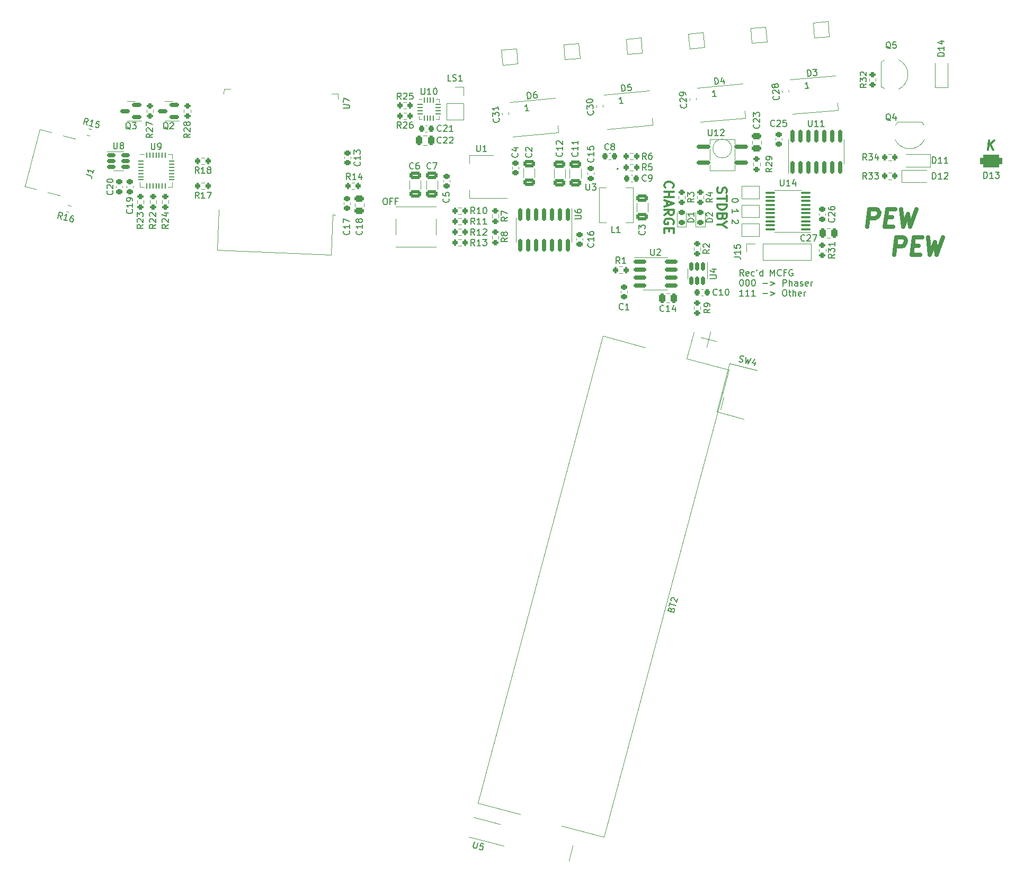
<source format=gto>
G04 #@! TF.GenerationSoftware,KiCad,Pcbnew,(6.0.5-0)*
G04 #@! TF.CreationDate,2022-11-26T13:27:52+01:00*
G04 #@! TF.ProjectId,Phazor,5068617a-6f72-42e6-9b69-6361645f7063,rev?*
G04 #@! TF.SameCoordinates,Original*
G04 #@! TF.FileFunction,Legend,Top*
G04 #@! TF.FilePolarity,Positive*
%FSLAX46Y46*%
G04 Gerber Fmt 4.6, Leading zero omitted, Abs format (unit mm)*
G04 Created by KiCad (PCBNEW (6.0.5-0)) date 2022-11-26 13:27:52*
%MOMM*%
%LPD*%
G01*
G04 APERTURE LIST*
G04 Aperture macros list*
%AMRoundRect*
0 Rectangle with rounded corners*
0 $1 Rounding radius*
0 $2 $3 $4 $5 $6 $7 $8 $9 X,Y pos of 4 corners*
0 Add a 4 corners polygon primitive as box body*
4,1,4,$2,$3,$4,$5,$6,$7,$8,$9,$2,$3,0*
0 Add four circle primitives for the rounded corners*
1,1,$1+$1,$2,$3*
1,1,$1+$1,$4,$5*
1,1,$1+$1,$6,$7*
1,1,$1+$1,$8,$9*
0 Add four rect primitives between the rounded corners*
20,1,$1+$1,$2,$3,$4,$5,0*
20,1,$1+$1,$4,$5,$6,$7,0*
20,1,$1+$1,$6,$7,$8,$9,0*
20,1,$1+$1,$8,$9,$2,$3,0*%
%AMHorizOval*
0 Thick line with rounded ends*
0 $1 width*
0 $2 $3 position (X,Y) of the first rounded end (center of the circle)*
0 $4 $5 position (X,Y) of the second rounded end (center of the circle)*
0 Add line between two ends*
20,1,$1,$2,$3,$4,$5,0*
0 Add two circle primitives to create the rounded ends*
1,1,$1,$2,$3*
1,1,$1,$4,$5*%
%AMRotRect*
0 Rectangle, with rotation*
0 The origin of the aperture is its center*
0 $1 length*
0 $2 width*
0 $3 Rotation angle, in degrees counterclockwise*
0 Add horizontal line*
21,1,$1,$2,0,0,$3*%
%AMFreePoly0*
4,1,6,1.000000,0.000000,0.500000,-0.750000,-0.500000,-0.750000,-0.500000,0.750000,0.500000,0.750000,1.000000,0.000000,1.000000,0.000000,$1*%
%AMFreePoly1*
4,1,6,0.500000,-0.750000,-0.650000,-0.750000,-0.150000,0.000000,-0.650000,0.750000,0.500000,0.750000,0.500000,-0.750000,0.500000,-0.750000,$1*%
G04 Aperture macros list end*
%ADD10C,0.700000*%
%ADD11C,0.150000*%
%ADD12C,0.300000*%
%ADD13C,0.120000*%
%ADD14C,0.200000*%
%ADD15C,0.010000*%
%ADD16FreePoly0,180.000000*%
%ADD17FreePoly1,180.000000*%
%ADD18C,3.450000*%
%ADD19C,2.390000*%
%ADD20RotRect,7.340000X6.350000X255.000000*%
%ADD21RoundRect,0.200000X-0.200000X-0.275000X0.200000X-0.275000X0.200000X0.275000X-0.200000X0.275000X0*%
%ADD22RoundRect,0.200000X-0.275000X0.200000X-0.275000X-0.200000X0.275000X-0.200000X0.275000X0.200000X0*%
%ADD23R,1.550000X1.300000*%
%ADD24RoundRect,0.250000X-0.650000X0.325000X-0.650000X-0.325000X0.650000X-0.325000X0.650000X0.325000X0*%
%ADD25RoundRect,0.437500X-1.154544X0.762293X-1.381011X-0.082893X1.154544X-0.762293X1.381011X0.082893X0*%
%ADD26R,2.000000X1.500000*%
%ADD27R,2.000000X3.800000*%
%ADD28RoundRect,0.218750X0.256250X-0.218750X0.256250X0.218750X-0.256250X0.218750X-0.256250X-0.218750X0*%
%ADD29RotRect,2.000000X2.000000X95.000000*%
%ADD30R,1.500000X1.500000*%
%ADD31C,1.500000*%
%ADD32RoundRect,0.225000X0.250000X-0.225000X0.250000X0.225000X-0.250000X0.225000X-0.250000X-0.225000X0*%
%ADD33RoundRect,0.225000X-0.250000X0.225000X-0.250000X-0.225000X0.250000X-0.225000X0.250000X0.225000X0*%
%ADD34RoundRect,0.200000X0.275000X-0.200000X0.275000X0.200000X-0.275000X0.200000X-0.275000X-0.200000X0*%
%ADD35R,0.900000X1.200000*%
%ADD36R,1.700000X1.700000*%
%ADD37O,1.700000X1.700000*%
%ADD38RotRect,1.500000X1.000000X5.000000*%
%ADD39RoundRect,0.200000X0.200000X0.275000X-0.200000X0.275000X-0.200000X-0.275000X0.200000X-0.275000X0*%
%ADD40RoundRect,0.150000X-0.150000X0.512500X-0.150000X-0.512500X0.150000X-0.512500X0.150000X0.512500X0*%
%ADD41RoundRect,0.250000X-0.475000X0.250000X-0.475000X-0.250000X0.475000X-0.250000X0.475000X0.250000X0*%
%ADD42C,0.650000*%
%ADD43RotRect,0.600000X1.450000X255.000000*%
%ADD44RotRect,0.300000X1.450000X255.000000*%
%ADD45HorizOval,1.000000X-0.531259X0.142350X0.531259X-0.142350X0*%
%ADD46HorizOval,1.000000X-0.289778X0.077646X0.289778X-0.077646X0*%
%ADD47RoundRect,0.225000X0.225000X0.250000X-0.225000X0.250000X-0.225000X-0.250000X0.225000X-0.250000X0*%
%ADD48RoundRect,0.225000X-0.268659X0.202355X-0.229439X-0.245933X0.268659X-0.202355X0.229439X0.245933X0*%
%ADD49RoundRect,0.150000X0.587500X0.150000X-0.587500X0.150000X-0.587500X-0.150000X0.587500X-0.150000X0*%
%ADD50RoundRect,0.250000X0.250000X0.475000X-0.250000X0.475000X-0.250000X-0.475000X0.250000X-0.475000X0*%
%ADD51RoundRect,0.200000X-0.264360X-0.213866X0.122010X-0.317393X0.264360X0.213866X-0.122010X0.317393X0*%
%ADD52RoundRect,0.500000X1.250000X0.500000X-1.250000X0.500000X-1.250000X-0.500000X1.250000X-0.500000X0*%
%ADD53RoundRect,0.150000X-0.825000X-0.150000X0.825000X-0.150000X0.825000X0.150000X-0.825000X0.150000X0*%
%ADD54R,2.290000X3.000000*%
%ADD55RoundRect,0.250000X0.650000X-0.325000X0.650000X0.325000X-0.650000X0.325000X-0.650000X-0.325000X0*%
%ADD56RoundRect,0.150000X-0.512500X-0.150000X0.512500X-0.150000X0.512500X0.150000X-0.512500X0.150000X0*%
%ADD57RoundRect,0.150000X0.150000X-0.825000X0.150000X0.825000X-0.150000X0.825000X-0.150000X-0.825000X0*%
%ADD58RotRect,2.000000X0.900000X177.500000*%
%ADD59RotRect,2.000000X0.900000X267.500000*%
%ADD60RotRect,5.000000X5.000000X177.500000*%
%ADD61R,2.500000X1.900000*%
%ADD62RoundRect,0.062500X-0.337500X-0.062500X0.337500X-0.062500X0.337500X0.062500X-0.337500X0.062500X0*%
%ADD63RoundRect,0.062500X-0.062500X-0.337500X0.062500X-0.337500X0.062500X0.337500X-0.062500X0.337500X0*%
%ADD64R,3.350000X3.350000*%
%ADD65RoundRect,0.100000X0.642756X-0.057196X-0.594371X0.251255X-0.642756X0.057196X0.594371X-0.251255X0*%
%ADD66RoundRect,0.250000X-0.250000X-0.475000X0.250000X-0.475000X0.250000X0.475000X-0.250000X0.475000X0*%
%ADD67RoundRect,0.062500X-0.350000X-0.062500X0.350000X-0.062500X0.350000X0.062500X-0.350000X0.062500X0*%
%ADD68RoundRect,0.062500X-0.062500X-0.350000X0.062500X-0.350000X0.062500X0.350000X-0.062500X0.350000X0*%
%ADD69R,1.230000X1.230000*%
%ADD70R,1.200000X0.900000*%
%ADD71RoundRect,0.100000X0.637500X0.100000X-0.637500X0.100000X-0.637500X-0.100000X0.637500X-0.100000X0*%
%ADD72RoundRect,0.187500X0.937500X0.187500X-0.937500X0.187500X-0.937500X-0.187500X0.937500X-0.187500X0*%
%ADD73RoundRect,0.150000X-0.150000X0.825000X-0.150000X-0.825000X0.150000X-0.825000X0.150000X0.825000X0*%
G04 APERTURE END LIST*
D10*
X206138333Y-54012666D02*
X206488333Y-51212666D01*
X207555000Y-51212666D01*
X207805000Y-51346000D01*
X207921666Y-51479333D01*
X208021666Y-51746000D01*
X207971666Y-52146000D01*
X207805000Y-52412666D01*
X207655000Y-52546000D01*
X207371666Y-52679333D01*
X206305000Y-52679333D01*
X209121666Y-52546000D02*
X210055000Y-52546000D01*
X210271666Y-54012666D02*
X208938333Y-54012666D01*
X209288333Y-51212666D01*
X210621666Y-51212666D01*
X211555000Y-51212666D02*
X211871666Y-54012666D01*
X212655000Y-52012666D01*
X212938333Y-54012666D01*
X213955000Y-51212666D01*
X210405000Y-58520666D02*
X210755000Y-55720666D01*
X211821666Y-55720666D01*
X212071666Y-55854000D01*
X212188333Y-55987333D01*
X212288333Y-56254000D01*
X212238333Y-56654000D01*
X212071666Y-56920666D01*
X211921666Y-57054000D01*
X211638333Y-57187333D01*
X210571666Y-57187333D01*
X213388333Y-57054000D02*
X214321666Y-57054000D01*
X214538333Y-58520666D02*
X213205000Y-58520666D01*
X213555000Y-55720666D01*
X214888333Y-55720666D01*
X215821666Y-55720666D02*
X216138333Y-58520666D01*
X216921666Y-56520666D01*
X217205000Y-58520666D01*
X218221666Y-55720666D01*
D11*
X129001139Y-49498860D02*
X129191615Y-49498860D01*
X129286853Y-49546480D01*
X129382091Y-49641718D01*
X129429710Y-49832194D01*
X129429710Y-50165527D01*
X129382091Y-50356003D01*
X129286853Y-50451241D01*
X129191615Y-50498860D01*
X129001139Y-50498860D01*
X128905900Y-50451241D01*
X128810662Y-50356003D01*
X128763043Y-50165527D01*
X128763043Y-49832194D01*
X128810662Y-49641718D01*
X128905900Y-49546480D01*
X129001139Y-49498860D01*
X130191615Y-49975051D02*
X129858281Y-49975051D01*
X129858281Y-50498860D02*
X129858281Y-49498860D01*
X130334472Y-49498860D01*
X131048758Y-49975051D02*
X130715424Y-49975051D01*
X130715424Y-50498860D02*
X130715424Y-49498860D01*
X131191615Y-49498860D01*
D12*
X182246377Y-47803622D02*
X182174948Y-48017908D01*
X182174948Y-48375051D01*
X182246377Y-48517908D01*
X182317805Y-48589337D01*
X182460662Y-48660765D01*
X182603520Y-48660765D01*
X182746377Y-48589337D01*
X182817805Y-48517908D01*
X182889234Y-48375051D01*
X182960662Y-48089337D01*
X183032091Y-47946480D01*
X183103520Y-47875051D01*
X183246377Y-47803622D01*
X183389234Y-47803622D01*
X183532091Y-47875051D01*
X183603520Y-47946480D01*
X183674948Y-48089337D01*
X183674948Y-48446480D01*
X183603520Y-48660765D01*
X183674948Y-49089337D02*
X183674948Y-49946480D01*
X182174948Y-49517908D02*
X183674948Y-49517908D01*
X182174948Y-50446480D02*
X183674948Y-50446480D01*
X183674948Y-50803622D01*
X183603520Y-51017908D01*
X183460662Y-51160765D01*
X183317805Y-51232194D01*
X183032091Y-51303622D01*
X182817805Y-51303622D01*
X182532091Y-51232194D01*
X182389234Y-51160765D01*
X182246377Y-51017908D01*
X182174948Y-50803622D01*
X182174948Y-50446480D01*
X182960662Y-52446480D02*
X182889234Y-52660765D01*
X182817805Y-52732194D01*
X182674948Y-52803622D01*
X182460662Y-52803622D01*
X182317805Y-52732194D01*
X182246377Y-52660765D01*
X182174948Y-52517908D01*
X182174948Y-51946480D01*
X183674948Y-51946480D01*
X183674948Y-52446480D01*
X183603520Y-52589337D01*
X183532091Y-52660765D01*
X183389234Y-52732194D01*
X183246377Y-52732194D01*
X183103520Y-52660765D01*
X183032091Y-52589337D01*
X182960662Y-52446480D01*
X182960662Y-51946480D01*
X182889234Y-53732194D02*
X182174948Y-53732194D01*
X183674948Y-53232194D02*
X182889234Y-53732194D01*
X183674948Y-54232194D01*
D11*
X185501139Y-49784575D02*
X185501139Y-49879813D01*
X185453520Y-49975051D01*
X185405900Y-50022670D01*
X185310662Y-50070289D01*
X185120186Y-50117908D01*
X184882091Y-50117908D01*
X184691615Y-50070289D01*
X184596377Y-50022670D01*
X184548758Y-49975051D01*
X184501139Y-49879813D01*
X184501139Y-49784575D01*
X184548758Y-49689337D01*
X184596377Y-49641718D01*
X184691615Y-49594099D01*
X184882091Y-49546480D01*
X185120186Y-49546480D01*
X185310662Y-49594099D01*
X185405900Y-49641718D01*
X185453520Y-49689337D01*
X185501139Y-49784575D01*
X184501139Y-51832194D02*
X184501139Y-51260765D01*
X184501139Y-51546480D02*
X185501139Y-51546480D01*
X185358281Y-51451241D01*
X185263043Y-51356003D01*
X185215424Y-51260765D01*
X185405900Y-52975051D02*
X185453520Y-53022670D01*
X185501139Y-53117908D01*
X185501139Y-53356003D01*
X185453520Y-53451241D01*
X185405900Y-53498860D01*
X185310662Y-53546480D01*
X185215424Y-53546480D01*
X185072567Y-53498860D01*
X184501139Y-52927432D01*
X184501139Y-53546480D01*
D12*
X173817805Y-47803622D02*
X173746377Y-47732194D01*
X173674948Y-47517908D01*
X173674948Y-47375051D01*
X173746377Y-47160765D01*
X173889234Y-47017908D01*
X174032091Y-46946480D01*
X174317805Y-46875051D01*
X174532091Y-46875051D01*
X174817805Y-46946480D01*
X174960662Y-47017908D01*
X175103520Y-47160765D01*
X175174948Y-47375051D01*
X175174948Y-47517908D01*
X175103520Y-47732194D01*
X175032091Y-47803622D01*
X173674948Y-48446480D02*
X175174948Y-48446480D01*
X174460662Y-48446480D02*
X174460662Y-49303622D01*
X173674948Y-49303622D02*
X175174948Y-49303622D01*
X174103520Y-49946480D02*
X174103520Y-50660765D01*
X173674948Y-49803622D02*
X175174948Y-50303622D01*
X173674948Y-50803622D01*
X173674948Y-52160765D02*
X174389234Y-51660765D01*
X173674948Y-51303622D02*
X175174948Y-51303622D01*
X175174948Y-51875051D01*
X175103520Y-52017908D01*
X175032091Y-52089337D01*
X174889234Y-52160765D01*
X174674948Y-52160765D01*
X174532091Y-52089337D01*
X174460662Y-52017908D01*
X174389234Y-51875051D01*
X174389234Y-51303622D01*
X175103520Y-53589337D02*
X175174948Y-53446480D01*
X175174948Y-53232194D01*
X175103520Y-53017908D01*
X174960662Y-52875051D01*
X174817805Y-52803622D01*
X174532091Y-52732194D01*
X174317805Y-52732194D01*
X174032091Y-52803622D01*
X173889234Y-52875051D01*
X173746377Y-53017908D01*
X173674948Y-53232194D01*
X173674948Y-53375051D01*
X173746377Y-53589337D01*
X173817805Y-53660765D01*
X174317805Y-53660765D01*
X174317805Y-53375051D01*
X174460662Y-54303622D02*
X174460662Y-54803622D01*
X173674948Y-55017908D02*
X173674948Y-54303622D01*
X175174948Y-54303622D01*
X175174948Y-55017908D01*
D11*
X186360543Y-61888860D02*
X186027210Y-61412670D01*
X185789115Y-61888860D02*
X185789115Y-60888860D01*
X186170067Y-60888860D01*
X186265305Y-60936480D01*
X186312924Y-60984099D01*
X186360543Y-61079337D01*
X186360543Y-61222194D01*
X186312924Y-61317432D01*
X186265305Y-61365051D01*
X186170067Y-61412670D01*
X185789115Y-61412670D01*
X187170067Y-61841241D02*
X187074829Y-61888860D01*
X186884353Y-61888860D01*
X186789115Y-61841241D01*
X186741496Y-61746003D01*
X186741496Y-61365051D01*
X186789115Y-61269813D01*
X186884353Y-61222194D01*
X187074829Y-61222194D01*
X187170067Y-61269813D01*
X187217686Y-61365051D01*
X187217686Y-61460289D01*
X186741496Y-61555527D01*
X188074829Y-61841241D02*
X187979591Y-61888860D01*
X187789115Y-61888860D01*
X187693877Y-61841241D01*
X187646258Y-61793622D01*
X187598639Y-61698384D01*
X187598639Y-61412670D01*
X187646258Y-61317432D01*
X187693877Y-61269813D01*
X187789115Y-61222194D01*
X187979591Y-61222194D01*
X188074829Y-61269813D01*
X188551020Y-60888860D02*
X188455781Y-61079337D01*
X189408162Y-61888860D02*
X189408162Y-60888860D01*
X189408162Y-61841241D02*
X189312924Y-61888860D01*
X189122448Y-61888860D01*
X189027210Y-61841241D01*
X188979591Y-61793622D01*
X188931972Y-61698384D01*
X188931972Y-61412670D01*
X188979591Y-61317432D01*
X189027210Y-61269813D01*
X189122448Y-61222194D01*
X189312924Y-61222194D01*
X189408162Y-61269813D01*
X190646258Y-61888860D02*
X190646258Y-60888860D01*
X190979591Y-61603146D01*
X191312924Y-60888860D01*
X191312924Y-61888860D01*
X192360543Y-61793622D02*
X192312924Y-61841241D01*
X192170067Y-61888860D01*
X192074829Y-61888860D01*
X191931972Y-61841241D01*
X191836734Y-61746003D01*
X191789115Y-61650765D01*
X191741496Y-61460289D01*
X191741496Y-61317432D01*
X191789115Y-61126956D01*
X191836734Y-61031718D01*
X191931972Y-60936480D01*
X192074829Y-60888860D01*
X192170067Y-60888860D01*
X192312924Y-60936480D01*
X192360543Y-60984099D01*
X193122448Y-61365051D02*
X192789115Y-61365051D01*
X192789115Y-61888860D02*
X192789115Y-60888860D01*
X193265305Y-60888860D01*
X194170067Y-60936480D02*
X194074829Y-60888860D01*
X193931972Y-60888860D01*
X193789115Y-60936480D01*
X193693877Y-61031718D01*
X193646258Y-61126956D01*
X193598639Y-61317432D01*
X193598639Y-61460289D01*
X193646258Y-61650765D01*
X193693877Y-61746003D01*
X193789115Y-61841241D01*
X193931972Y-61888860D01*
X194027210Y-61888860D01*
X194170067Y-61841241D01*
X194217686Y-61793622D01*
X194217686Y-61460289D01*
X194027210Y-61460289D01*
X185979591Y-62498860D02*
X186074829Y-62498860D01*
X186170067Y-62546480D01*
X186217686Y-62594099D01*
X186265305Y-62689337D01*
X186312924Y-62879813D01*
X186312924Y-63117908D01*
X186265305Y-63308384D01*
X186217686Y-63403622D01*
X186170067Y-63451241D01*
X186074829Y-63498860D01*
X185979591Y-63498860D01*
X185884353Y-63451241D01*
X185836734Y-63403622D01*
X185789115Y-63308384D01*
X185741496Y-63117908D01*
X185741496Y-62879813D01*
X185789115Y-62689337D01*
X185836734Y-62594099D01*
X185884353Y-62546480D01*
X185979591Y-62498860D01*
X186931972Y-62498860D02*
X187027210Y-62498860D01*
X187122448Y-62546480D01*
X187170067Y-62594099D01*
X187217686Y-62689337D01*
X187265305Y-62879813D01*
X187265305Y-63117908D01*
X187217686Y-63308384D01*
X187170067Y-63403622D01*
X187122448Y-63451241D01*
X187027210Y-63498860D01*
X186931972Y-63498860D01*
X186836734Y-63451241D01*
X186789115Y-63403622D01*
X186741496Y-63308384D01*
X186693877Y-63117908D01*
X186693877Y-62879813D01*
X186741496Y-62689337D01*
X186789115Y-62594099D01*
X186836734Y-62546480D01*
X186931972Y-62498860D01*
X187884353Y-62498860D02*
X187979591Y-62498860D01*
X188074829Y-62546480D01*
X188122448Y-62594099D01*
X188170067Y-62689337D01*
X188217686Y-62879813D01*
X188217686Y-63117908D01*
X188170067Y-63308384D01*
X188122448Y-63403622D01*
X188074829Y-63451241D01*
X187979591Y-63498860D01*
X187884353Y-63498860D01*
X187789115Y-63451241D01*
X187741496Y-63403622D01*
X187693877Y-63308384D01*
X187646258Y-63117908D01*
X187646258Y-62879813D01*
X187693877Y-62689337D01*
X187741496Y-62594099D01*
X187789115Y-62546480D01*
X187884353Y-62498860D01*
X189408162Y-63117908D02*
X190170067Y-63117908D01*
X190646258Y-62832194D02*
X191408162Y-63117908D01*
X190646258Y-63403622D01*
X192646258Y-63498860D02*
X192646258Y-62498860D01*
X193027210Y-62498860D01*
X193122448Y-62546480D01*
X193170067Y-62594099D01*
X193217686Y-62689337D01*
X193217686Y-62832194D01*
X193170067Y-62927432D01*
X193122448Y-62975051D01*
X193027210Y-63022670D01*
X192646258Y-63022670D01*
X193646258Y-63498860D02*
X193646258Y-62498860D01*
X194074829Y-63498860D02*
X194074829Y-62975051D01*
X194027210Y-62879813D01*
X193931972Y-62832194D01*
X193789115Y-62832194D01*
X193693877Y-62879813D01*
X193646258Y-62927432D01*
X194979591Y-63498860D02*
X194979591Y-62975051D01*
X194931972Y-62879813D01*
X194836734Y-62832194D01*
X194646258Y-62832194D01*
X194551020Y-62879813D01*
X194979591Y-63451241D02*
X194884353Y-63498860D01*
X194646258Y-63498860D01*
X194551020Y-63451241D01*
X194503400Y-63356003D01*
X194503400Y-63260765D01*
X194551020Y-63165527D01*
X194646258Y-63117908D01*
X194884353Y-63117908D01*
X194979591Y-63070289D01*
X195408162Y-63451241D02*
X195503400Y-63498860D01*
X195693877Y-63498860D01*
X195789115Y-63451241D01*
X195836734Y-63356003D01*
X195836734Y-63308384D01*
X195789115Y-63213146D01*
X195693877Y-63165527D01*
X195551020Y-63165527D01*
X195455781Y-63117908D01*
X195408162Y-63022670D01*
X195408162Y-62975051D01*
X195455781Y-62879813D01*
X195551020Y-62832194D01*
X195693877Y-62832194D01*
X195789115Y-62879813D01*
X196646258Y-63451241D02*
X196551020Y-63498860D01*
X196360543Y-63498860D01*
X196265305Y-63451241D01*
X196217686Y-63356003D01*
X196217686Y-62975051D01*
X196265305Y-62879813D01*
X196360543Y-62832194D01*
X196551020Y-62832194D01*
X196646258Y-62879813D01*
X196693877Y-62975051D01*
X196693877Y-63070289D01*
X196217686Y-63165527D01*
X197122448Y-63498860D02*
X197122448Y-62832194D01*
X197122448Y-63022670D02*
X197170067Y-62927432D01*
X197217686Y-62879813D01*
X197312924Y-62832194D01*
X197408162Y-62832194D01*
X186312924Y-65108860D02*
X185741496Y-65108860D01*
X186027210Y-65108860D02*
X186027210Y-64108860D01*
X185931972Y-64251718D01*
X185836734Y-64346956D01*
X185741496Y-64394575D01*
X187265305Y-65108860D02*
X186693877Y-65108860D01*
X186979591Y-65108860D02*
X186979591Y-64108860D01*
X186884353Y-64251718D01*
X186789115Y-64346956D01*
X186693877Y-64394575D01*
X188217686Y-65108860D02*
X187646258Y-65108860D01*
X187931972Y-65108860D02*
X187931972Y-64108860D01*
X187836734Y-64251718D01*
X187741496Y-64346956D01*
X187646258Y-64394575D01*
X189408162Y-64727908D02*
X190170067Y-64727908D01*
X190646258Y-64442194D02*
X191408162Y-64727908D01*
X190646258Y-65013622D01*
X192836734Y-64108860D02*
X193027210Y-64108860D01*
X193122448Y-64156480D01*
X193217686Y-64251718D01*
X193265305Y-64442194D01*
X193265305Y-64775527D01*
X193217686Y-64966003D01*
X193122448Y-65061241D01*
X193027210Y-65108860D01*
X192836734Y-65108860D01*
X192741496Y-65061241D01*
X192646258Y-64966003D01*
X192598639Y-64775527D01*
X192598639Y-64442194D01*
X192646258Y-64251718D01*
X192741496Y-64156480D01*
X192836734Y-64108860D01*
X193551020Y-64442194D02*
X193931972Y-64442194D01*
X193693877Y-64108860D02*
X193693877Y-64966003D01*
X193741496Y-65061241D01*
X193836734Y-65108860D01*
X193931972Y-65108860D01*
X194265305Y-65108860D02*
X194265305Y-64108860D01*
X194693877Y-65108860D02*
X194693877Y-64585051D01*
X194646258Y-64489813D01*
X194551020Y-64442194D01*
X194408162Y-64442194D01*
X194312924Y-64489813D01*
X194265305Y-64537432D01*
X195551020Y-65061241D02*
X195455781Y-65108860D01*
X195265305Y-65108860D01*
X195170067Y-65061241D01*
X195122448Y-64966003D01*
X195122448Y-64585051D01*
X195170067Y-64489813D01*
X195265305Y-64442194D01*
X195455781Y-64442194D01*
X195551020Y-64489813D01*
X195598639Y-64585051D01*
X195598639Y-64680289D01*
X195122448Y-64775527D01*
X196027210Y-65108860D02*
X196027210Y-64442194D01*
X196027210Y-64632670D02*
X196074829Y-64537432D01*
X196122448Y-64489813D01*
X196217686Y-64442194D01*
X196312924Y-64442194D01*
X174789314Y-115263353D02*
X174872285Y-115137688D01*
X174930606Y-115104017D01*
X175034923Y-115082670D01*
X175172913Y-115119644D01*
X175252581Y-115190290D01*
X175286253Y-115248611D01*
X175307600Y-115352929D01*
X175209002Y-115720900D01*
X174243076Y-115462081D01*
X174329349Y-115140106D01*
X174399995Y-115060438D01*
X174458316Y-115026766D01*
X174562634Y-115005419D01*
X174654627Y-115030068D01*
X174734295Y-115100714D01*
X174767967Y-115159035D01*
X174789314Y-115263353D01*
X174703041Y-115585328D01*
X174464921Y-114634145D02*
X174612818Y-114082187D01*
X175504795Y-114616985D02*
X174538869Y-114358166D01*
X174778759Y-113830858D02*
X174745087Y-113772537D01*
X174723740Y-113668219D01*
X174785364Y-113438237D01*
X174856010Y-113358568D01*
X174914331Y-113324897D01*
X175018649Y-113303550D01*
X175110641Y-113328199D01*
X175236306Y-113411170D01*
X175640367Y-114111024D01*
X175800588Y-113513070D01*
X170786853Y-43248859D02*
X170453520Y-42772669D01*
X170215424Y-43248859D02*
X170215424Y-42248859D01*
X170596377Y-42248859D01*
X170691615Y-42296479D01*
X170739234Y-42344098D01*
X170786853Y-42439336D01*
X170786853Y-42582193D01*
X170739234Y-42677431D01*
X170691615Y-42725050D01*
X170596377Y-42772669D01*
X170215424Y-42772669D01*
X171643996Y-42248859D02*
X171453520Y-42248859D01*
X171358281Y-42296479D01*
X171310662Y-42344098D01*
X171215424Y-42486955D01*
X171167805Y-42677431D01*
X171167805Y-43058383D01*
X171215424Y-43153621D01*
X171263043Y-43201240D01*
X171358281Y-43248859D01*
X171548758Y-43248859D01*
X171643996Y-43201240D01*
X171691615Y-43153621D01*
X171739234Y-43058383D01*
X171739234Y-42820288D01*
X171691615Y-42725050D01*
X171643996Y-42677431D01*
X171548758Y-42629812D01*
X171358281Y-42629812D01*
X171263043Y-42677431D01*
X171215424Y-42725050D01*
X171167805Y-42820288D01*
X148605900Y-55838146D02*
X148129710Y-56171480D01*
X148605900Y-56409575D02*
X147605900Y-56409575D01*
X147605900Y-56028622D01*
X147653520Y-55933384D01*
X147701139Y-55885765D01*
X147796377Y-55838146D01*
X147939234Y-55838146D01*
X148034472Y-55885765D01*
X148082091Y-55933384D01*
X148129710Y-56028622D01*
X148129710Y-56409575D01*
X148034472Y-55266718D02*
X147986853Y-55361956D01*
X147939234Y-55409575D01*
X147843996Y-55457194D01*
X147796377Y-55457194D01*
X147701139Y-55409575D01*
X147653520Y-55361956D01*
X147605900Y-55266718D01*
X147605900Y-55076241D01*
X147653520Y-54981003D01*
X147701139Y-54933384D01*
X147796377Y-54885765D01*
X147843996Y-54885765D01*
X147939234Y-54933384D01*
X147986853Y-54981003D01*
X148034472Y-55076241D01*
X148034472Y-55266718D01*
X148082091Y-55361956D01*
X148129710Y-55409575D01*
X148224948Y-55457194D01*
X148415424Y-55457194D01*
X148510662Y-55409575D01*
X148558281Y-55361956D01*
X148605900Y-55266718D01*
X148605900Y-55076241D01*
X148558281Y-54981003D01*
X148510662Y-54933384D01*
X148415424Y-54885765D01*
X148224948Y-54885765D01*
X148129710Y-54933384D01*
X148082091Y-54981003D01*
X148034472Y-55076241D01*
X152410662Y-42313145D02*
X152458281Y-42360764D01*
X152505900Y-42503621D01*
X152505900Y-42598859D01*
X152458281Y-42741717D01*
X152363043Y-42836955D01*
X152267805Y-42884574D01*
X152077329Y-42932193D01*
X151934472Y-42932193D01*
X151743996Y-42884574D01*
X151648758Y-42836955D01*
X151553520Y-42741717D01*
X151505900Y-42598859D01*
X151505900Y-42503621D01*
X151553520Y-42360764D01*
X151601139Y-42313145D01*
X151601139Y-41932193D02*
X151553520Y-41884574D01*
X151505900Y-41789336D01*
X151505900Y-41551240D01*
X151553520Y-41456002D01*
X151601139Y-41408383D01*
X151696377Y-41360764D01*
X151791615Y-41360764D01*
X151934472Y-41408383D01*
X152505900Y-41979812D01*
X152505900Y-41360764D01*
X185607338Y-75545877D02*
X185733003Y-75628848D01*
X185962985Y-75690472D01*
X186067303Y-75669125D01*
X186125624Y-75635453D01*
X186196270Y-75555785D01*
X186220920Y-75463792D01*
X186199572Y-75359474D01*
X186165901Y-75301153D01*
X186086232Y-75230507D01*
X185914571Y-75135212D01*
X185834903Y-75064566D01*
X185801231Y-75006245D01*
X185779884Y-74901927D01*
X185804534Y-74809934D01*
X185875180Y-74730266D01*
X185933501Y-74696594D01*
X186037819Y-74675247D01*
X186267801Y-74736871D01*
X186393466Y-74819841D01*
X186727766Y-74860118D02*
X186698929Y-75887667D01*
X187067785Y-75247019D01*
X187066901Y-75986265D01*
X187555702Y-75081963D01*
X188251369Y-75613458D02*
X188078823Y-76257409D01*
X188119984Y-75183863D02*
X187705131Y-75812186D01*
X188303085Y-75972407D01*
X206010662Y-46398860D02*
X205677329Y-45922670D01*
X205439234Y-46398860D02*
X205439234Y-45398860D01*
X205820186Y-45398860D01*
X205915424Y-45446480D01*
X205963043Y-45494099D01*
X206010662Y-45589337D01*
X206010662Y-45732194D01*
X205963043Y-45827432D01*
X205915424Y-45875051D01*
X205820186Y-45922670D01*
X205439234Y-45922670D01*
X206343996Y-45398860D02*
X206963043Y-45398860D01*
X206629710Y-45779813D01*
X206772567Y-45779813D01*
X206867805Y-45827432D01*
X206915424Y-45875051D01*
X206963043Y-45970289D01*
X206963043Y-46208384D01*
X206915424Y-46303622D01*
X206867805Y-46351241D01*
X206772567Y-46398860D01*
X206486853Y-46398860D01*
X206391615Y-46351241D01*
X206343996Y-46303622D01*
X207296377Y-45398860D02*
X207915424Y-45398860D01*
X207582091Y-45779813D01*
X207724948Y-45779813D01*
X207820186Y-45827432D01*
X207867805Y-45875051D01*
X207915424Y-45970289D01*
X207915424Y-46208384D01*
X207867805Y-46303622D01*
X207820186Y-46351241D01*
X207724948Y-46398860D01*
X207439234Y-46398860D01*
X207343996Y-46351241D01*
X207296377Y-46303622D01*
X143691615Y-40998860D02*
X143691615Y-41808384D01*
X143739234Y-41903622D01*
X143786853Y-41951241D01*
X143882091Y-41998860D01*
X144072567Y-41998860D01*
X144167805Y-41951241D01*
X144215424Y-41903622D01*
X144263043Y-41808384D01*
X144263043Y-40998860D01*
X145263043Y-41998860D02*
X144691615Y-41998860D01*
X144977329Y-41998860D02*
X144977329Y-40998860D01*
X144882091Y-41141718D01*
X144786853Y-41236956D01*
X144691615Y-41284575D01*
X178405900Y-53284575D02*
X177405900Y-53284575D01*
X177405900Y-53046480D01*
X177453520Y-52903622D01*
X177548758Y-52808384D01*
X177643996Y-52760765D01*
X177834472Y-52713146D01*
X177977329Y-52713146D01*
X178167805Y-52760765D01*
X178263043Y-52808384D01*
X178358281Y-52903622D01*
X178405900Y-53046480D01*
X178405900Y-53284575D01*
X178405900Y-51760765D02*
X178405900Y-52332194D01*
X178405900Y-52046480D02*
X177405900Y-52046480D01*
X177548758Y-52141718D01*
X177643996Y-52236956D01*
X177691615Y-52332194D01*
X209858281Y-25594099D02*
X209763043Y-25546480D01*
X209667805Y-25451241D01*
X209524948Y-25308384D01*
X209429710Y-25260765D01*
X209334472Y-25260765D01*
X209382091Y-25498860D02*
X209286853Y-25451241D01*
X209191615Y-25356003D01*
X209143996Y-25165527D01*
X209143996Y-24832194D01*
X209191615Y-24641718D01*
X209286853Y-24546480D01*
X209382091Y-24498860D01*
X209572567Y-24498860D01*
X209667805Y-24546480D01*
X209763043Y-24641718D01*
X209810662Y-24832194D01*
X209810662Y-25165527D01*
X209763043Y-25356003D01*
X209667805Y-25451241D01*
X209572567Y-25498860D01*
X209382091Y-25498860D01*
X210715424Y-24498860D02*
X210239234Y-24498860D01*
X210191615Y-24975051D01*
X210239234Y-24927432D01*
X210334472Y-24879813D01*
X210572567Y-24879813D01*
X210667805Y-24927432D01*
X210715424Y-24975051D01*
X210763043Y-25070289D01*
X210763043Y-25308384D01*
X210715424Y-25403622D01*
X210667805Y-25451241D01*
X210572567Y-25498860D01*
X210334472Y-25498860D01*
X210239234Y-25451241D01*
X210191615Y-25403622D01*
X99310662Y-45498860D02*
X98977329Y-45022670D01*
X98739234Y-45498860D02*
X98739234Y-44498860D01*
X99120186Y-44498860D01*
X99215424Y-44546480D01*
X99263043Y-44594099D01*
X99310662Y-44689337D01*
X99310662Y-44832194D01*
X99263043Y-44927432D01*
X99215424Y-44975051D01*
X99120186Y-45022670D01*
X98739234Y-45022670D01*
X100263043Y-45498860D02*
X99691615Y-45498860D01*
X99977329Y-45498860D02*
X99977329Y-44498860D01*
X99882091Y-44641718D01*
X99786853Y-44736956D01*
X99691615Y-44784575D01*
X100834472Y-44927432D02*
X100739234Y-44879813D01*
X100691615Y-44832194D01*
X100643996Y-44736956D01*
X100643996Y-44689337D01*
X100691615Y-44594099D01*
X100739234Y-44546480D01*
X100834472Y-44498860D01*
X101024948Y-44498860D01*
X101120186Y-44546480D01*
X101167805Y-44594099D01*
X101215424Y-44689337D01*
X101215424Y-44736956D01*
X101167805Y-44832194D01*
X101120186Y-44879813D01*
X101024948Y-44927432D01*
X100834472Y-44927432D01*
X100739234Y-44975051D01*
X100691615Y-45022670D01*
X100643996Y-45117908D01*
X100643996Y-45308384D01*
X100691615Y-45403622D01*
X100739234Y-45451241D01*
X100834472Y-45498860D01*
X101024948Y-45498860D01*
X101120186Y-45451241D01*
X101167805Y-45403622D01*
X101215424Y-45308384D01*
X101215424Y-45117908D01*
X101167805Y-45022670D01*
X101120186Y-44975051D01*
X101024948Y-44927432D01*
X200810662Y-52689337D02*
X200858281Y-52736956D01*
X200905900Y-52879813D01*
X200905900Y-52975051D01*
X200858281Y-53117908D01*
X200763043Y-53213146D01*
X200667805Y-53260765D01*
X200477329Y-53308384D01*
X200334472Y-53308384D01*
X200143996Y-53260765D01*
X200048758Y-53213146D01*
X199953520Y-53117908D01*
X199905900Y-52975051D01*
X199905900Y-52879813D01*
X199953520Y-52736956D01*
X200001139Y-52689337D01*
X200001139Y-52308384D02*
X199953520Y-52260765D01*
X199905900Y-52165527D01*
X199905900Y-51927432D01*
X199953520Y-51832194D01*
X200001139Y-51784575D01*
X200096377Y-51736956D01*
X200191615Y-51736956D01*
X200334472Y-51784575D01*
X200905900Y-52356003D01*
X200905900Y-51736956D01*
X199905900Y-50879813D02*
X199905900Y-51070289D01*
X199953520Y-51165527D01*
X200001139Y-51213146D01*
X200143996Y-51308384D01*
X200334472Y-51356003D01*
X200715424Y-51356003D01*
X200810662Y-51308384D01*
X200858281Y-51260765D01*
X200905900Y-51165527D01*
X200905900Y-50975051D01*
X200858281Y-50879813D01*
X200810662Y-50832194D01*
X200715424Y-50784575D01*
X200477329Y-50784575D01*
X200382091Y-50832194D01*
X200334472Y-50879813D01*
X200286853Y-50975051D01*
X200286853Y-51165527D01*
X200334472Y-51260765D01*
X200382091Y-51308384D01*
X200477329Y-51356003D01*
X167088016Y-67199597D02*
X167040397Y-67247216D01*
X166897540Y-67294835D01*
X166802302Y-67294835D01*
X166659444Y-67247216D01*
X166564206Y-67151978D01*
X166516587Y-67056740D01*
X166468968Y-66866264D01*
X166468968Y-66723407D01*
X166516587Y-66532931D01*
X166564206Y-66437693D01*
X166659444Y-66342455D01*
X166802302Y-66294835D01*
X166897540Y-66294835D01*
X167040397Y-66342455D01*
X167088016Y-66390074D01*
X168040397Y-67294835D02*
X167468968Y-67294835D01*
X167754683Y-67294835D02*
X167754683Y-66294835D01*
X167659444Y-66437693D01*
X167564206Y-66532931D01*
X167468968Y-66580550D01*
X205975900Y-31189337D02*
X205499710Y-31522670D01*
X205975900Y-31760765D02*
X204975900Y-31760765D01*
X204975900Y-31379813D01*
X205023520Y-31284575D01*
X205071139Y-31236956D01*
X205166377Y-31189337D01*
X205309234Y-31189337D01*
X205404472Y-31236956D01*
X205452091Y-31284575D01*
X205499710Y-31379813D01*
X205499710Y-31760765D01*
X204975900Y-30856003D02*
X204975900Y-30236956D01*
X205356853Y-30570289D01*
X205356853Y-30427432D01*
X205404472Y-30332194D01*
X205452091Y-30284575D01*
X205547329Y-30236956D01*
X205785424Y-30236956D01*
X205880662Y-30284575D01*
X205928281Y-30332194D01*
X205975900Y-30427432D01*
X205975900Y-30713146D01*
X205928281Y-30808384D01*
X205880662Y-30856003D01*
X205071139Y-29856003D02*
X205023520Y-29808384D01*
X204975900Y-29713146D01*
X204975900Y-29475051D01*
X205023520Y-29379813D01*
X205071139Y-29332194D01*
X205166377Y-29284575D01*
X205261615Y-29284575D01*
X205404472Y-29332194D01*
X205975900Y-29903622D01*
X205975900Y-29284575D01*
X216539234Y-46398860D02*
X216539234Y-45398860D01*
X216777329Y-45398860D01*
X216920186Y-45446480D01*
X217015424Y-45541718D01*
X217063043Y-45636956D01*
X217110662Y-45827432D01*
X217110662Y-45970289D01*
X217063043Y-46160765D01*
X217015424Y-46256003D01*
X216920186Y-46351241D01*
X216777329Y-46398860D01*
X216539234Y-46398860D01*
X218063043Y-46398860D02*
X217491615Y-46398860D01*
X217777329Y-46398860D02*
X217777329Y-45398860D01*
X217682091Y-45541718D01*
X217586853Y-45636956D01*
X217491615Y-45684575D01*
X218443996Y-45494099D02*
X218491615Y-45446480D01*
X218586853Y-45398860D01*
X218824948Y-45398860D01*
X218920186Y-45446480D01*
X218967805Y-45494099D01*
X219015424Y-45589337D01*
X219015424Y-45684575D01*
X218967805Y-45827432D01*
X218396377Y-46398860D01*
X219015424Y-46398860D01*
X131610662Y-38298860D02*
X131277329Y-37822670D01*
X131039234Y-38298860D02*
X131039234Y-37298860D01*
X131420186Y-37298860D01*
X131515424Y-37346480D01*
X131563043Y-37394099D01*
X131610662Y-37489337D01*
X131610662Y-37632194D01*
X131563043Y-37727432D01*
X131515424Y-37775051D01*
X131420186Y-37822670D01*
X131039234Y-37822670D01*
X131991615Y-37394099D02*
X132039234Y-37346480D01*
X132134472Y-37298860D01*
X132372567Y-37298860D01*
X132467805Y-37346480D01*
X132515424Y-37394099D01*
X132563043Y-37489337D01*
X132563043Y-37584575D01*
X132515424Y-37727432D01*
X131943996Y-38298860D01*
X132563043Y-38298860D01*
X133420186Y-37298860D02*
X133229710Y-37298860D01*
X133134472Y-37346480D01*
X133086853Y-37394099D01*
X132991615Y-37536956D01*
X132943996Y-37727432D01*
X132943996Y-38108384D01*
X132991615Y-38203622D01*
X133039234Y-38251241D01*
X133134472Y-38298860D01*
X133324948Y-38298860D01*
X133420186Y-38251241D01*
X133467805Y-38203622D01*
X133515424Y-38108384D01*
X133515424Y-37870289D01*
X133467805Y-37775051D01*
X133420186Y-37727432D01*
X133324948Y-37679813D01*
X133134472Y-37679813D01*
X133039234Y-37727432D01*
X132991615Y-37775051D01*
X132943996Y-37870289D01*
X184835900Y-58856003D02*
X185550186Y-58856003D01*
X185693043Y-58903622D01*
X185788281Y-58998860D01*
X185835900Y-59141718D01*
X185835900Y-59236956D01*
X185835900Y-57856003D02*
X185835900Y-58427432D01*
X185835900Y-58141718D02*
X184835900Y-58141718D01*
X184978758Y-58236956D01*
X185073996Y-58332194D01*
X185121615Y-58427432D01*
X184835900Y-56951241D02*
X184835900Y-57427432D01*
X185312091Y-57475051D01*
X185264472Y-57427432D01*
X185216853Y-57332194D01*
X185216853Y-57094099D01*
X185264472Y-56998860D01*
X185312091Y-56951241D01*
X185407329Y-56903622D01*
X185645424Y-56903622D01*
X185740662Y-56951241D01*
X185788281Y-56998860D01*
X185835900Y-57094099D01*
X185835900Y-57332194D01*
X185788281Y-57427432D01*
X185740662Y-57475051D01*
X151862015Y-33596319D02*
X151774859Y-32600125D01*
X152012048Y-32579373D01*
X152158512Y-32614360D01*
X152261688Y-32700935D01*
X152317426Y-32791661D01*
X152381465Y-32977262D01*
X152393916Y-33119575D01*
X152363079Y-33313477D01*
X152323942Y-33412503D01*
X152237367Y-33515679D01*
X152099204Y-33575568D01*
X151862015Y-33596319D01*
X153197994Y-32475616D02*
X153008243Y-32492217D01*
X152917517Y-32547956D01*
X152874230Y-32599544D01*
X152791805Y-32750158D01*
X152760968Y-32944060D01*
X152794170Y-33323562D01*
X152849909Y-33414288D01*
X152901497Y-33457575D01*
X153000523Y-33496713D01*
X153190274Y-33480112D01*
X153281000Y-33424373D01*
X153324287Y-33372785D01*
X153363424Y-33273759D01*
X153342673Y-33036570D01*
X153286935Y-32945844D01*
X153235347Y-32902557D01*
X153136321Y-32863420D01*
X152946569Y-32880021D01*
X152855844Y-32935759D01*
X152812556Y-32987347D01*
X152773419Y-33086373D01*
X152051329Y-35487013D02*
X151482075Y-35536817D01*
X151766702Y-35511915D02*
X151679546Y-34515720D01*
X151597121Y-34666334D01*
X151510546Y-34769511D01*
X151419821Y-34825249D01*
X206010662Y-43398860D02*
X205677329Y-42922670D01*
X205439234Y-43398860D02*
X205439234Y-42398860D01*
X205820186Y-42398860D01*
X205915424Y-42446480D01*
X205963043Y-42494099D01*
X206010662Y-42589337D01*
X206010662Y-42732194D01*
X205963043Y-42827432D01*
X205915424Y-42875051D01*
X205820186Y-42922670D01*
X205439234Y-42922670D01*
X206343996Y-42398860D02*
X206963043Y-42398860D01*
X206629710Y-42779813D01*
X206772567Y-42779813D01*
X206867805Y-42827432D01*
X206915424Y-42875051D01*
X206963043Y-42970289D01*
X206963043Y-43208384D01*
X206915424Y-43303622D01*
X206867805Y-43351241D01*
X206772567Y-43398860D01*
X206486853Y-43398860D01*
X206391615Y-43351241D01*
X206343996Y-43303622D01*
X207820186Y-42732194D02*
X207820186Y-43398860D01*
X207582091Y-42351241D02*
X207343996Y-43065527D01*
X207963043Y-43065527D01*
X181799399Y-31284215D02*
X181712243Y-30288021D01*
X181949432Y-30267269D01*
X182095896Y-30302256D01*
X182199072Y-30388831D01*
X182254810Y-30479557D01*
X182318849Y-30665158D01*
X182331300Y-30807471D01*
X182300463Y-31001373D01*
X182261326Y-31100399D01*
X182174751Y-31203575D01*
X182036588Y-31263464D01*
X181799399Y-31284215D01*
X183164430Y-30495577D02*
X183222534Y-31159707D01*
X182894039Y-30136826D02*
X182719103Y-30869145D01*
X183335795Y-30815191D01*
X181988713Y-33174909D02*
X181419459Y-33224713D01*
X181704086Y-33199811D02*
X181616930Y-32203616D01*
X181534505Y-32354230D01*
X181447930Y-32457407D01*
X181357205Y-32513145D01*
X181005900Y-62308384D02*
X181815424Y-62308384D01*
X181910662Y-62260765D01*
X181958281Y-62213146D01*
X182005900Y-62117908D01*
X182005900Y-61927432D01*
X181958281Y-61832194D01*
X181910662Y-61784575D01*
X181815424Y-61736956D01*
X181005900Y-61736956D01*
X181339234Y-60832194D02*
X182005900Y-60832194D01*
X180958281Y-61070289D02*
X181672567Y-61308384D01*
X181672567Y-60689337D01*
X91905900Y-39189337D02*
X91429710Y-39522670D01*
X91905900Y-39760765D02*
X90905900Y-39760765D01*
X90905900Y-39379813D01*
X90953520Y-39284575D01*
X91001139Y-39236956D01*
X91096377Y-39189337D01*
X91239234Y-39189337D01*
X91334472Y-39236956D01*
X91382091Y-39284575D01*
X91429710Y-39379813D01*
X91429710Y-39760765D01*
X91001139Y-38808384D02*
X90953520Y-38760765D01*
X90905900Y-38665527D01*
X90905900Y-38427432D01*
X90953520Y-38332194D01*
X91001139Y-38284575D01*
X91096377Y-38236956D01*
X91191615Y-38236956D01*
X91334472Y-38284575D01*
X91905900Y-38856003D01*
X91905900Y-38236956D01*
X90905900Y-37903622D02*
X90905900Y-37236956D01*
X91905900Y-37665527D01*
X157310662Y-42189337D02*
X157358281Y-42236956D01*
X157405900Y-42379813D01*
X157405900Y-42475051D01*
X157358281Y-42617908D01*
X157263043Y-42713146D01*
X157167805Y-42760765D01*
X156977329Y-42808384D01*
X156834472Y-42808384D01*
X156643996Y-42760765D01*
X156548758Y-42713146D01*
X156453520Y-42617908D01*
X156405900Y-42475051D01*
X156405900Y-42379813D01*
X156453520Y-42236956D01*
X156501139Y-42189337D01*
X157405900Y-41236956D02*
X157405900Y-41808384D01*
X157405900Y-41522670D02*
X156405900Y-41522670D01*
X156548758Y-41617908D01*
X156643996Y-41713146D01*
X156691615Y-41808384D01*
X156501139Y-40856003D02*
X156453520Y-40808384D01*
X156405900Y-40713146D01*
X156405900Y-40475051D01*
X156453520Y-40379813D01*
X156501139Y-40332194D01*
X156596377Y-40284575D01*
X156691615Y-40284575D01*
X156834472Y-40332194D01*
X157405900Y-40903622D01*
X157405900Y-40284575D01*
X125310662Y-54689337D02*
X125358281Y-54736956D01*
X125405900Y-54879813D01*
X125405900Y-54975051D01*
X125358281Y-55117908D01*
X125263043Y-55213146D01*
X125167805Y-55260765D01*
X124977329Y-55308384D01*
X124834472Y-55308384D01*
X124643996Y-55260765D01*
X124548758Y-55213146D01*
X124453520Y-55117908D01*
X124405900Y-54975051D01*
X124405900Y-54879813D01*
X124453520Y-54736956D01*
X124501139Y-54689337D01*
X125405900Y-53736956D02*
X125405900Y-54308384D01*
X125405900Y-54022670D02*
X124405900Y-54022670D01*
X124548758Y-54117908D01*
X124643996Y-54213146D01*
X124691615Y-54308384D01*
X124834472Y-53165527D02*
X124786853Y-53260765D01*
X124739234Y-53308384D01*
X124643996Y-53356003D01*
X124596377Y-53356003D01*
X124501139Y-53308384D01*
X124453520Y-53260765D01*
X124405900Y-53165527D01*
X124405900Y-52975051D01*
X124453520Y-52879813D01*
X124501139Y-52832194D01*
X124596377Y-52784575D01*
X124643996Y-52784575D01*
X124739234Y-52832194D01*
X124786853Y-52879813D01*
X124834472Y-52975051D01*
X124834472Y-53165527D01*
X124882091Y-53260765D01*
X124929710Y-53308384D01*
X125024948Y-53356003D01*
X125215424Y-53356003D01*
X125310662Y-53308384D01*
X125358281Y-53260765D01*
X125405900Y-53165527D01*
X125405900Y-52975051D01*
X125358281Y-52879813D01*
X125310662Y-52832194D01*
X125215424Y-52784575D01*
X125024948Y-52784575D01*
X124929710Y-52832194D01*
X124882091Y-52879813D01*
X124834472Y-52975051D01*
X159810662Y-42189337D02*
X159858281Y-42236956D01*
X159905900Y-42379813D01*
X159905900Y-42475051D01*
X159858281Y-42617908D01*
X159763043Y-42713146D01*
X159667805Y-42760765D01*
X159477329Y-42808384D01*
X159334472Y-42808384D01*
X159143996Y-42760765D01*
X159048758Y-42713146D01*
X158953520Y-42617908D01*
X158905900Y-42475051D01*
X158905900Y-42379813D01*
X158953520Y-42236956D01*
X159001139Y-42189337D01*
X159905900Y-41236956D02*
X159905900Y-41808384D01*
X159905900Y-41522670D02*
X158905900Y-41522670D01*
X159048758Y-41617908D01*
X159143996Y-41713146D01*
X159191615Y-41808384D01*
X159905900Y-40284575D02*
X159905900Y-40856003D01*
X159905900Y-40570289D02*
X158905900Y-40570289D01*
X159048758Y-40665527D01*
X159143996Y-40760765D01*
X159191615Y-40856003D01*
X143385662Y-53648860D02*
X143052329Y-53172670D01*
X142814234Y-53648860D02*
X142814234Y-52648860D01*
X143195186Y-52648860D01*
X143290424Y-52696480D01*
X143338043Y-52744099D01*
X143385662Y-52839337D01*
X143385662Y-52982194D01*
X143338043Y-53077432D01*
X143290424Y-53125051D01*
X143195186Y-53172670D01*
X142814234Y-53172670D01*
X144338043Y-53648860D02*
X143766615Y-53648860D01*
X144052329Y-53648860D02*
X144052329Y-52648860D01*
X143957091Y-52791718D01*
X143861853Y-52886956D01*
X143766615Y-52934575D01*
X145290424Y-53648860D02*
X144718996Y-53648860D01*
X145004710Y-53648860D02*
X145004710Y-52648860D01*
X144909472Y-52791718D01*
X144814234Y-52886956D01*
X144718996Y-52934575D01*
X81290938Y-45687755D02*
X81980885Y-45872625D01*
X82106550Y-45955596D01*
X82173893Y-46072238D01*
X82182916Y-46222552D01*
X82158266Y-46314545D01*
X82515683Y-44980648D02*
X82367786Y-45532605D01*
X82441735Y-45256627D02*
X81475809Y-44997808D01*
X81589149Y-45126775D01*
X81656492Y-45243417D01*
X81677839Y-45347735D01*
X138010662Y-38703623D02*
X137963043Y-38751242D01*
X137820186Y-38798861D01*
X137724948Y-38798861D01*
X137582091Y-38751242D01*
X137486853Y-38656004D01*
X137439234Y-38560766D01*
X137391615Y-38370290D01*
X137391615Y-38227433D01*
X137439234Y-38036957D01*
X137486853Y-37941719D01*
X137582091Y-37846481D01*
X137724948Y-37798861D01*
X137820186Y-37798861D01*
X137963043Y-37846481D01*
X138010662Y-37894100D01*
X138391615Y-37894100D02*
X138439234Y-37846481D01*
X138534472Y-37798861D01*
X138772567Y-37798861D01*
X138867805Y-37846481D01*
X138915424Y-37894100D01*
X138963043Y-37989338D01*
X138963043Y-38084576D01*
X138915424Y-38227433D01*
X138343996Y-38798861D01*
X138963043Y-38798861D01*
X139915424Y-38798861D02*
X139343996Y-38798861D01*
X139629710Y-38798861D02*
X139629710Y-37798861D01*
X139534472Y-37941719D01*
X139439234Y-38036957D01*
X139343996Y-38084576D01*
X178405900Y-49513146D02*
X177929710Y-49846480D01*
X178405900Y-50084575D02*
X177405900Y-50084575D01*
X177405900Y-49703622D01*
X177453520Y-49608384D01*
X177501139Y-49560765D01*
X177596377Y-49513146D01*
X177739234Y-49513146D01*
X177834472Y-49560765D01*
X177882091Y-49608384D01*
X177929710Y-49703622D01*
X177929710Y-50084575D01*
X177405900Y-49179813D02*
X177405900Y-48560765D01*
X177786853Y-48894099D01*
X177786853Y-48751241D01*
X177834472Y-48656003D01*
X177882091Y-48608384D01*
X177977329Y-48560765D01*
X178215424Y-48560765D01*
X178310662Y-48608384D01*
X178358281Y-48656003D01*
X178405900Y-48751241D01*
X178405900Y-49036956D01*
X178358281Y-49132194D01*
X178310662Y-49179813D01*
X99310662Y-49498860D02*
X98977329Y-49022670D01*
X98739234Y-49498860D02*
X98739234Y-48498860D01*
X99120186Y-48498860D01*
X99215424Y-48546480D01*
X99263043Y-48594099D01*
X99310662Y-48689337D01*
X99310662Y-48832194D01*
X99263043Y-48927432D01*
X99215424Y-48975051D01*
X99120186Y-49022670D01*
X98739234Y-49022670D01*
X100263043Y-49498860D02*
X99691615Y-49498860D01*
X99977329Y-49498860D02*
X99977329Y-48498860D01*
X99882091Y-48641718D01*
X99786853Y-48736956D01*
X99691615Y-48784575D01*
X100596377Y-48498860D02*
X101263043Y-48498860D01*
X100834472Y-49498860D01*
X147210406Y-36704035D02*
X147261994Y-36747323D01*
X147321883Y-36885486D01*
X147330183Y-36980362D01*
X147295196Y-37126826D01*
X147208621Y-37230002D01*
X147117896Y-37285740D01*
X146932295Y-37349779D01*
X146789981Y-37362230D01*
X146596079Y-37331393D01*
X146497054Y-37292256D01*
X146393877Y-37205681D01*
X146333989Y-37067518D01*
X146325688Y-36972642D01*
X146360675Y-36826178D01*
X146403963Y-36774590D01*
X146280035Y-36450826D02*
X146226082Y-35834134D01*
X146634636Y-36132996D01*
X146622185Y-35990683D01*
X146661323Y-35891657D01*
X146704610Y-35840069D01*
X146795336Y-35784330D01*
X147032525Y-35763579D01*
X147131551Y-35802716D01*
X147183139Y-35846004D01*
X147238877Y-35936729D01*
X147263779Y-36221356D01*
X147224642Y-36320382D01*
X147181354Y-36371970D01*
X147139271Y-34798221D02*
X147189074Y-35367475D01*
X147164172Y-35082848D02*
X146167978Y-35170004D01*
X146318592Y-35252429D01*
X146421768Y-35339004D01*
X146477506Y-35429729D01*
X166586853Y-59898860D02*
X166253520Y-59422670D01*
X166015424Y-59898860D02*
X166015424Y-58898860D01*
X166396377Y-58898860D01*
X166491615Y-58946480D01*
X166539234Y-58994099D01*
X166586853Y-59089337D01*
X166586853Y-59232194D01*
X166539234Y-59327432D01*
X166491615Y-59375051D01*
X166396377Y-59422670D01*
X166015424Y-59422670D01*
X167539234Y-59898860D02*
X166967805Y-59898860D01*
X167253520Y-59898860D02*
X167253520Y-58898860D01*
X167158281Y-59041718D01*
X167063043Y-59136956D01*
X166967805Y-59184575D01*
X94358281Y-38494099D02*
X94263043Y-38446480D01*
X94167805Y-38351241D01*
X94024948Y-38208384D01*
X93929710Y-38160765D01*
X93834472Y-38160765D01*
X93882091Y-38398860D02*
X93786853Y-38351241D01*
X93691615Y-38256003D01*
X93643996Y-38065527D01*
X93643996Y-37732194D01*
X93691615Y-37541718D01*
X93786853Y-37446480D01*
X93882091Y-37398860D01*
X94072567Y-37398860D01*
X94167805Y-37446480D01*
X94263043Y-37541718D01*
X94310662Y-37732194D01*
X94310662Y-38065527D01*
X94263043Y-38256003D01*
X94167805Y-38351241D01*
X94072567Y-38398860D01*
X93882091Y-38398860D01*
X94691615Y-37494099D02*
X94739234Y-37446480D01*
X94834472Y-37398860D01*
X95072567Y-37398860D01*
X95167805Y-37446480D01*
X95215424Y-37494099D01*
X95263043Y-37589337D01*
X95263043Y-37684575D01*
X95215424Y-37827432D01*
X94643996Y-38398860D01*
X95263043Y-38398860D01*
X143385662Y-57048860D02*
X143052329Y-56572670D01*
X142814234Y-57048860D02*
X142814234Y-56048860D01*
X143195186Y-56048860D01*
X143290424Y-56096480D01*
X143338043Y-56144099D01*
X143385662Y-56239337D01*
X143385662Y-56382194D01*
X143338043Y-56477432D01*
X143290424Y-56525051D01*
X143195186Y-56572670D01*
X142814234Y-56572670D01*
X144338043Y-57048860D02*
X143766615Y-57048860D01*
X144052329Y-57048860D02*
X144052329Y-56048860D01*
X143957091Y-56191718D01*
X143861853Y-56286956D01*
X143766615Y-56334575D01*
X144671377Y-56048860D02*
X145290424Y-56048860D01*
X144957091Y-56429813D01*
X145099948Y-56429813D01*
X145195186Y-56477432D01*
X145242805Y-56525051D01*
X145290424Y-56620289D01*
X145290424Y-56858384D01*
X145242805Y-56953622D01*
X145195186Y-57001241D01*
X145099948Y-57048860D01*
X144814234Y-57048860D01*
X144718996Y-57001241D01*
X144671377Y-56953622D01*
X138010662Y-40603622D02*
X137963043Y-40651241D01*
X137820186Y-40698860D01*
X137724948Y-40698860D01*
X137582091Y-40651241D01*
X137486853Y-40556003D01*
X137439234Y-40460765D01*
X137391615Y-40270289D01*
X137391615Y-40127432D01*
X137439234Y-39936956D01*
X137486853Y-39841718D01*
X137582091Y-39746480D01*
X137724948Y-39698860D01*
X137820186Y-39698860D01*
X137963043Y-39746480D01*
X138010662Y-39794099D01*
X138391615Y-39794099D02*
X138439234Y-39746480D01*
X138534472Y-39698860D01*
X138772567Y-39698860D01*
X138867805Y-39746480D01*
X138915424Y-39794099D01*
X138963043Y-39889337D01*
X138963043Y-39984575D01*
X138915424Y-40127432D01*
X138343996Y-40698860D01*
X138963043Y-40698860D01*
X139343996Y-39794099D02*
X139391615Y-39746480D01*
X139486853Y-39698860D01*
X139724948Y-39698860D01*
X139820186Y-39746480D01*
X139867805Y-39794099D01*
X139915424Y-39889337D01*
X139915424Y-39984575D01*
X139867805Y-40127432D01*
X139296377Y-40698860D01*
X139915424Y-40698860D01*
X161191615Y-47198859D02*
X161191615Y-48008383D01*
X161239234Y-48103621D01*
X161286853Y-48151240D01*
X161382091Y-48198859D01*
X161572567Y-48198859D01*
X161667805Y-48151240D01*
X161715424Y-48103621D01*
X161763043Y-48008383D01*
X161763043Y-47198859D01*
X162143996Y-47198859D02*
X162763043Y-47198859D01*
X162429710Y-47579812D01*
X162572567Y-47579812D01*
X162667805Y-47627431D01*
X162715424Y-47675050D01*
X162763043Y-47770288D01*
X162763043Y-48008383D01*
X162715424Y-48103621D01*
X162667805Y-48151240D01*
X162572567Y-48198859D01*
X162286853Y-48198859D01*
X162191615Y-48151240D01*
X162143996Y-48103621D01*
X81403711Y-37768173D02*
X81204983Y-37221936D01*
X80851754Y-37620277D02*
X81110573Y-36654351D01*
X81478545Y-36752949D01*
X81558213Y-36823594D01*
X81591885Y-36881916D01*
X81613232Y-36986233D01*
X81576257Y-37124223D01*
X81505612Y-37203891D01*
X81447290Y-37237563D01*
X81342973Y-37258910D01*
X80975001Y-37160312D01*
X82323641Y-38014668D02*
X81771683Y-37866771D01*
X82047662Y-37940719D02*
X82306481Y-36974793D01*
X82177514Y-37088133D01*
X82060872Y-37155477D01*
X81956554Y-37176824D01*
X83456393Y-37282911D02*
X82996428Y-37159664D01*
X82827184Y-37607304D01*
X82885506Y-37573632D01*
X82989823Y-37552285D01*
X83219806Y-37613909D01*
X83299474Y-37684555D01*
X83333146Y-37742876D01*
X83354493Y-37847194D01*
X83292869Y-38077176D01*
X83222223Y-38156844D01*
X83163902Y-38190516D01*
X83059584Y-38211863D01*
X82829602Y-38150239D01*
X82749934Y-38079594D01*
X82716262Y-38021272D01*
X162310662Y-43089336D02*
X162358281Y-43136955D01*
X162405900Y-43279812D01*
X162405900Y-43375050D01*
X162358281Y-43517907D01*
X162263043Y-43613145D01*
X162167805Y-43660764D01*
X161977329Y-43708383D01*
X161834472Y-43708383D01*
X161643996Y-43660764D01*
X161548758Y-43613145D01*
X161453520Y-43517907D01*
X161405900Y-43375050D01*
X161405900Y-43279812D01*
X161453520Y-43136955D01*
X161501139Y-43089336D01*
X162405900Y-42136955D02*
X162405900Y-42708383D01*
X162405900Y-42422669D02*
X161405900Y-42422669D01*
X161548758Y-42517907D01*
X161643996Y-42613145D01*
X161691615Y-42708383D01*
X161405900Y-41232193D02*
X161405900Y-41708383D01*
X161882091Y-41756002D01*
X161834472Y-41708383D01*
X161786853Y-41613145D01*
X161786853Y-41375050D01*
X161834472Y-41279812D01*
X161882091Y-41232193D01*
X161977329Y-41184574D01*
X162215424Y-41184574D01*
X162310662Y-41232193D01*
X162358281Y-41279812D01*
X162405900Y-41375050D01*
X162405900Y-41613145D01*
X162358281Y-41708383D01*
X162310662Y-41756002D01*
X224739234Y-46298860D02*
X224739234Y-45298860D01*
X224977329Y-45298860D01*
X225120186Y-45346480D01*
X225215424Y-45441718D01*
X225263043Y-45536956D01*
X225310662Y-45727432D01*
X225310662Y-45870289D01*
X225263043Y-46060765D01*
X225215424Y-46156003D01*
X225120186Y-46251241D01*
X224977329Y-46298860D01*
X224739234Y-46298860D01*
X226263043Y-46298860D02*
X225691615Y-46298860D01*
X225977329Y-46298860D02*
X225977329Y-45298860D01*
X225882091Y-45441718D01*
X225786853Y-45536956D01*
X225691615Y-45584575D01*
X226596377Y-45298860D02*
X227215424Y-45298860D01*
X226882091Y-45679813D01*
X227024948Y-45679813D01*
X227120186Y-45727432D01*
X227167805Y-45775051D01*
X227215424Y-45870289D01*
X227215424Y-46108384D01*
X227167805Y-46203622D01*
X227120186Y-46251241D01*
X227024948Y-46298860D01*
X226739234Y-46298860D01*
X226643996Y-46251241D01*
X226596377Y-46203622D01*
D12*
X225418653Y-41725051D02*
X225606153Y-40225051D01*
X226275796Y-41725051D02*
X225740082Y-40867908D01*
X226463296Y-40225051D02*
X225499011Y-41082194D01*
D11*
X170786853Y-46653621D02*
X170739234Y-46701240D01*
X170596377Y-46748859D01*
X170501139Y-46748859D01*
X170358281Y-46701240D01*
X170263043Y-46606002D01*
X170215424Y-46510764D01*
X170167805Y-46320288D01*
X170167805Y-46177431D01*
X170215424Y-45986955D01*
X170263043Y-45891717D01*
X170358281Y-45796479D01*
X170501139Y-45748859D01*
X170596377Y-45748859D01*
X170739234Y-45796479D01*
X170786853Y-45844098D01*
X171263043Y-46748859D02*
X171453520Y-46748859D01*
X171548758Y-46701240D01*
X171596377Y-46653621D01*
X171691615Y-46510764D01*
X171739234Y-46320288D01*
X171739234Y-45939336D01*
X171691615Y-45844098D01*
X171643996Y-45796479D01*
X171548758Y-45748859D01*
X171358281Y-45748859D01*
X171263043Y-45796479D01*
X171215424Y-45844098D01*
X171167805Y-45939336D01*
X171167805Y-46177431D01*
X171215424Y-46272669D01*
X171263043Y-46320288D01*
X171358281Y-46367907D01*
X171548758Y-46367907D01*
X171643996Y-46320288D01*
X171691615Y-46272669D01*
X171739234Y-46177431D01*
X139585662Y-30728860D02*
X139109472Y-30728860D01*
X139109472Y-29728860D01*
X139871377Y-30681241D02*
X140014234Y-30728860D01*
X140252329Y-30728860D01*
X140347567Y-30681241D01*
X140395186Y-30633622D01*
X140442805Y-30538384D01*
X140442805Y-30443146D01*
X140395186Y-30347908D01*
X140347567Y-30300289D01*
X140252329Y-30252670D01*
X140061853Y-30205051D01*
X139966615Y-30157432D01*
X139918996Y-30109813D01*
X139871377Y-30014575D01*
X139871377Y-29919337D01*
X139918996Y-29824099D01*
X139966615Y-29776480D01*
X140061853Y-29728860D01*
X140299948Y-29728860D01*
X140442805Y-29776480D01*
X141395186Y-30728860D02*
X140823758Y-30728860D01*
X141109472Y-30728860D02*
X141109472Y-29728860D01*
X141014234Y-29871718D01*
X140918996Y-29966956D01*
X140823758Y-30014575D01*
X90405900Y-53689337D02*
X89929710Y-54022670D01*
X90405900Y-54260765D02*
X89405900Y-54260765D01*
X89405900Y-53879813D01*
X89453520Y-53784575D01*
X89501139Y-53736956D01*
X89596377Y-53689337D01*
X89739234Y-53689337D01*
X89834472Y-53736956D01*
X89882091Y-53784575D01*
X89929710Y-53879813D01*
X89929710Y-54260765D01*
X89501139Y-53308384D02*
X89453520Y-53260765D01*
X89405900Y-53165527D01*
X89405900Y-52927432D01*
X89453520Y-52832194D01*
X89501139Y-52784575D01*
X89596377Y-52736956D01*
X89691615Y-52736956D01*
X89834472Y-52784575D01*
X90405900Y-53356003D01*
X90405900Y-52736956D01*
X89405900Y-52403622D02*
X89405900Y-51784575D01*
X89786853Y-52117908D01*
X89786853Y-51975051D01*
X89834472Y-51879813D01*
X89882091Y-51832194D01*
X89977329Y-51784575D01*
X90215424Y-51784575D01*
X90310662Y-51832194D01*
X90358281Y-51879813D01*
X90405900Y-51975051D01*
X90405900Y-52260765D01*
X90358281Y-52356003D01*
X90310662Y-52403622D01*
X171516615Y-57593861D02*
X171516615Y-58403385D01*
X171564234Y-58498623D01*
X171611853Y-58546242D01*
X171707091Y-58593861D01*
X171897567Y-58593861D01*
X171992805Y-58546242D01*
X172040424Y-58498623D01*
X172088043Y-58403385D01*
X172088043Y-57593861D01*
X172516615Y-57689100D02*
X172564234Y-57641481D01*
X172659472Y-57593861D01*
X172897567Y-57593861D01*
X172992805Y-57641481D01*
X173040424Y-57689100D01*
X173088043Y-57784338D01*
X173088043Y-57879576D01*
X173040424Y-58022433D01*
X172468996Y-58593861D01*
X173088043Y-58593861D01*
X177147791Y-34391932D02*
X177199379Y-34435220D01*
X177259268Y-34573383D01*
X177267568Y-34668259D01*
X177232581Y-34814723D01*
X177146006Y-34917899D01*
X177055281Y-34973637D01*
X176869680Y-35037676D01*
X176727366Y-35050127D01*
X176533464Y-35019290D01*
X176434439Y-34980153D01*
X176331262Y-34893578D01*
X176271374Y-34755415D01*
X176263073Y-34660539D01*
X176298060Y-34514075D01*
X176341348Y-34462487D01*
X176308145Y-34082984D02*
X176256557Y-34039697D01*
X176200819Y-33948971D01*
X176180068Y-33711782D01*
X176219205Y-33612756D01*
X176262492Y-33561168D01*
X176353218Y-33505430D01*
X176448094Y-33497129D01*
X176594557Y-33532116D01*
X177213615Y-34051567D01*
X177159661Y-33434875D01*
X177118158Y-32960496D02*
X177101557Y-32770745D01*
X177045819Y-32680020D01*
X176994231Y-32636732D01*
X176843617Y-32554307D01*
X176649715Y-32523471D01*
X176270212Y-32556673D01*
X176179487Y-32612411D01*
X176136199Y-32663999D01*
X176097062Y-32763025D01*
X176113663Y-32952777D01*
X176169402Y-33043502D01*
X176220990Y-33086790D01*
X176320016Y-33125927D01*
X176557205Y-33105175D01*
X176647930Y-33049437D01*
X176691218Y-32997849D01*
X176730355Y-32898823D01*
X176713754Y-32709072D01*
X176658016Y-32618346D01*
X176606428Y-32575059D01*
X176507402Y-32535921D01*
X200905900Y-58439337D02*
X200429710Y-58772670D01*
X200905900Y-59010765D02*
X199905900Y-59010765D01*
X199905900Y-58629813D01*
X199953520Y-58534575D01*
X200001139Y-58486956D01*
X200096377Y-58439337D01*
X200239234Y-58439337D01*
X200334472Y-58486956D01*
X200382091Y-58534575D01*
X200429710Y-58629813D01*
X200429710Y-59010765D01*
X199905900Y-58106003D02*
X199905900Y-57486956D01*
X200286853Y-57820289D01*
X200286853Y-57677432D01*
X200334472Y-57582194D01*
X200382091Y-57534575D01*
X200477329Y-57486956D01*
X200715424Y-57486956D01*
X200810662Y-57534575D01*
X200858281Y-57582194D01*
X200905900Y-57677432D01*
X200905900Y-57963146D01*
X200858281Y-58058384D01*
X200810662Y-58106003D01*
X200905900Y-56534575D02*
X200905900Y-57106003D01*
X200905900Y-56820289D02*
X199905900Y-56820289D01*
X200048758Y-56915527D01*
X200143996Y-57010765D01*
X200191615Y-57106003D01*
X191954869Y-33095714D02*
X192006457Y-33139002D01*
X192066346Y-33277165D01*
X192074646Y-33372041D01*
X192039659Y-33518505D01*
X191953084Y-33621681D01*
X191862359Y-33677419D01*
X191676758Y-33741458D01*
X191534444Y-33753909D01*
X191340542Y-33723072D01*
X191241517Y-33683935D01*
X191138340Y-33597360D01*
X191078452Y-33459197D01*
X191070151Y-33364321D01*
X191105138Y-33217857D01*
X191148426Y-33166269D01*
X191115223Y-32786766D02*
X191063635Y-32743479D01*
X191007897Y-32652753D01*
X190987146Y-32415564D01*
X191026283Y-32316538D01*
X191069570Y-32264950D01*
X191160296Y-32209212D01*
X191255172Y-32200911D01*
X191401635Y-32235898D01*
X192020693Y-32755349D01*
X191966739Y-32138657D01*
X191347682Y-31619206D02*
X191308545Y-31718232D01*
X191265257Y-31769820D01*
X191174532Y-31825559D01*
X191127094Y-31829709D01*
X191028068Y-31790572D01*
X190976480Y-31747284D01*
X190920741Y-31656559D01*
X190904140Y-31466807D01*
X190943277Y-31367781D01*
X190986565Y-31316193D01*
X191077290Y-31260455D01*
X191124728Y-31256304D01*
X191223754Y-31295442D01*
X191275342Y-31338729D01*
X191331081Y-31429455D01*
X191347682Y-31619206D01*
X191403420Y-31709932D01*
X191455008Y-31753219D01*
X191554034Y-31792356D01*
X191743786Y-31775755D01*
X191834511Y-31720017D01*
X191877799Y-31668429D01*
X191916936Y-31569403D01*
X191900335Y-31379651D01*
X191844596Y-31288926D01*
X191793008Y-31245638D01*
X191693982Y-31206501D01*
X191504231Y-31223102D01*
X191413506Y-31278841D01*
X191370218Y-31330429D01*
X191331081Y-31429455D01*
X181005900Y-67213146D02*
X180529710Y-67546480D01*
X181005900Y-67784575D02*
X180005900Y-67784575D01*
X180005900Y-67403622D01*
X180053520Y-67308384D01*
X180101139Y-67260765D01*
X180196377Y-67213146D01*
X180339234Y-67213146D01*
X180434472Y-67260765D01*
X180482091Y-67308384D01*
X180529710Y-67403622D01*
X180529710Y-67784575D01*
X181005900Y-66736956D02*
X181005900Y-66546480D01*
X180958281Y-66451241D01*
X180910662Y-66403622D01*
X180767805Y-66308384D01*
X180577329Y-66260765D01*
X180196377Y-66260765D01*
X180101139Y-66308384D01*
X180053520Y-66356003D01*
X180005900Y-66451241D01*
X180005900Y-66641718D01*
X180053520Y-66736956D01*
X180101139Y-66784575D01*
X180196377Y-66832194D01*
X180434472Y-66832194D01*
X180529710Y-66784575D01*
X180577329Y-66736956D01*
X180624948Y-66641718D01*
X180624948Y-66451241D01*
X180577329Y-66356003D01*
X180529710Y-66308384D01*
X180434472Y-66260765D01*
X136386853Y-44703622D02*
X136339234Y-44751241D01*
X136196377Y-44798860D01*
X136101139Y-44798860D01*
X135958281Y-44751241D01*
X135863043Y-44656003D01*
X135815424Y-44560765D01*
X135767805Y-44370289D01*
X135767805Y-44227432D01*
X135815424Y-44036956D01*
X135863043Y-43941718D01*
X135958281Y-43846480D01*
X136101139Y-43798860D01*
X136196377Y-43798860D01*
X136339234Y-43846480D01*
X136386853Y-43894099D01*
X136720186Y-43798860D02*
X137386853Y-43798860D01*
X136958281Y-44798860D01*
X170510662Y-54713145D02*
X170558281Y-54760764D01*
X170605900Y-54903621D01*
X170605900Y-54998859D01*
X170558281Y-55141717D01*
X170463043Y-55236955D01*
X170367805Y-55284574D01*
X170177329Y-55332193D01*
X170034472Y-55332193D01*
X169843996Y-55284574D01*
X169748758Y-55236955D01*
X169653520Y-55141717D01*
X169605900Y-54998859D01*
X169605900Y-54903621D01*
X169653520Y-54760764D01*
X169701139Y-54713145D01*
X169605900Y-54379812D02*
X169605900Y-53760764D01*
X169986853Y-54094098D01*
X169986853Y-53951240D01*
X170034472Y-53856002D01*
X170082091Y-53808383D01*
X170177329Y-53760764D01*
X170415424Y-53760764D01*
X170510662Y-53808383D01*
X170558281Y-53856002D01*
X170605900Y-53951240D01*
X170605900Y-54236955D01*
X170558281Y-54332193D01*
X170510662Y-54379812D01*
X170786853Y-44998859D02*
X170453520Y-44522669D01*
X170215424Y-44998859D02*
X170215424Y-43998859D01*
X170596377Y-43998859D01*
X170691615Y-44046479D01*
X170739234Y-44094098D01*
X170786853Y-44189336D01*
X170786853Y-44332193D01*
X170739234Y-44427431D01*
X170691615Y-44475050D01*
X170596377Y-44522669D01*
X170215424Y-44522669D01*
X171691615Y-43998859D02*
X171215424Y-43998859D01*
X171167805Y-44475050D01*
X171215424Y-44427431D01*
X171310662Y-44379812D01*
X171548758Y-44379812D01*
X171643996Y-44427431D01*
X171691615Y-44475050D01*
X171739234Y-44570288D01*
X171739234Y-44808383D01*
X171691615Y-44903621D01*
X171643996Y-44951240D01*
X171548758Y-44998859D01*
X171310662Y-44998859D01*
X171215424Y-44951240D01*
X171167805Y-44903621D01*
X148605900Y-52513146D02*
X148129710Y-52846480D01*
X148605900Y-53084575D02*
X147605900Y-53084575D01*
X147605900Y-52703622D01*
X147653520Y-52608384D01*
X147701139Y-52560765D01*
X147796377Y-52513146D01*
X147939234Y-52513146D01*
X148034472Y-52560765D01*
X148082091Y-52608384D01*
X148129710Y-52703622D01*
X148129710Y-53084575D01*
X147605900Y-52179813D02*
X147605900Y-51513146D01*
X148605900Y-51941718D01*
X190905900Y-44689337D02*
X190429710Y-45022670D01*
X190905900Y-45260765D02*
X189905900Y-45260765D01*
X189905900Y-44879813D01*
X189953520Y-44784575D01*
X190001139Y-44736956D01*
X190096377Y-44689337D01*
X190239234Y-44689337D01*
X190334472Y-44736956D01*
X190382091Y-44784575D01*
X190429710Y-44879813D01*
X190429710Y-45260765D01*
X190001139Y-44308384D02*
X189953520Y-44260765D01*
X189905900Y-44165527D01*
X189905900Y-43927432D01*
X189953520Y-43832194D01*
X190001139Y-43784575D01*
X190096377Y-43736956D01*
X190191615Y-43736956D01*
X190334472Y-43784575D01*
X190905900Y-44356003D01*
X190905900Y-43736956D01*
X190905900Y-43260765D02*
X190905900Y-43070289D01*
X190858281Y-42975051D01*
X190810662Y-42927432D01*
X190667805Y-42832194D01*
X190477329Y-42784575D01*
X190096377Y-42784575D01*
X190001139Y-42832194D01*
X189953520Y-42879813D01*
X189905900Y-42975051D01*
X189905900Y-43165527D01*
X189953520Y-43260765D01*
X190001139Y-43308384D01*
X190096377Y-43356003D01*
X190334472Y-43356003D01*
X190429710Y-43308384D01*
X190477329Y-43260765D01*
X190524948Y-43165527D01*
X190524948Y-42975051D01*
X190477329Y-42879813D01*
X190429710Y-42832194D01*
X190334472Y-42784575D01*
X85691615Y-40598860D02*
X85691615Y-41408384D01*
X85739234Y-41503622D01*
X85786853Y-41551241D01*
X85882091Y-41598860D01*
X86072567Y-41598860D01*
X86167805Y-41551241D01*
X86215424Y-41503622D01*
X86263043Y-41408384D01*
X86263043Y-40598860D01*
X86882091Y-41027432D02*
X86786853Y-40979813D01*
X86739234Y-40932194D01*
X86691615Y-40836956D01*
X86691615Y-40789337D01*
X86739234Y-40694099D01*
X86786853Y-40646480D01*
X86882091Y-40598860D01*
X87072567Y-40598860D01*
X87167805Y-40646480D01*
X87215424Y-40694099D01*
X87263043Y-40789337D01*
X87263043Y-40836956D01*
X87215424Y-40932194D01*
X87167805Y-40979813D01*
X87072567Y-41027432D01*
X86882091Y-41027432D01*
X86786853Y-41075051D01*
X86739234Y-41122670D01*
X86691615Y-41217908D01*
X86691615Y-41408384D01*
X86739234Y-41503622D01*
X86786853Y-41551241D01*
X86882091Y-41598860D01*
X87072567Y-41598860D01*
X87167805Y-41551241D01*
X87215424Y-41503622D01*
X87263043Y-41408384D01*
X87263043Y-41217908D01*
X87215424Y-41122670D01*
X87167805Y-41075051D01*
X87072567Y-41027432D01*
X196715424Y-36998860D02*
X196715424Y-37808384D01*
X196763043Y-37903622D01*
X196810662Y-37951241D01*
X196905900Y-37998860D01*
X197096377Y-37998860D01*
X197191615Y-37951241D01*
X197239234Y-37903622D01*
X197286853Y-37808384D01*
X197286853Y-36998860D01*
X198286853Y-37998860D02*
X197715424Y-37998860D01*
X198001139Y-37998860D02*
X198001139Y-36998860D01*
X197905900Y-37141718D01*
X197810662Y-37236956D01*
X197715424Y-37284575D01*
X199239234Y-37998860D02*
X198667805Y-37998860D01*
X198953520Y-37998860D02*
X198953520Y-36998860D01*
X198858281Y-37141718D01*
X198763043Y-37236956D01*
X198667805Y-37284575D01*
X162267486Y-35511371D02*
X162319074Y-35554659D01*
X162378963Y-35692822D01*
X162387263Y-35787698D01*
X162352276Y-35934162D01*
X162265701Y-36037338D01*
X162174976Y-36093076D01*
X161989375Y-36157115D01*
X161847061Y-36169566D01*
X161653159Y-36138729D01*
X161554134Y-36099592D01*
X161450957Y-36013017D01*
X161391069Y-35874854D01*
X161382768Y-35779978D01*
X161417755Y-35633514D01*
X161461043Y-35581926D01*
X161337115Y-35258162D02*
X161283162Y-34641470D01*
X161691716Y-34940332D01*
X161679265Y-34798019D01*
X161718403Y-34698993D01*
X161761690Y-34647405D01*
X161852416Y-34591666D01*
X162089605Y-34570915D01*
X162188631Y-34610052D01*
X162240219Y-34653340D01*
X162295957Y-34744065D01*
X162320859Y-35028692D01*
X162281722Y-35127718D01*
X162238434Y-35179306D01*
X161229208Y-34024778D02*
X161220907Y-33929902D01*
X161260045Y-33830876D01*
X161303332Y-33779288D01*
X161394058Y-33723550D01*
X161579659Y-33659511D01*
X161816848Y-33638759D01*
X162010750Y-33669596D01*
X162109776Y-33708733D01*
X162161364Y-33752021D01*
X162217102Y-33842746D01*
X162225403Y-33937622D01*
X162186265Y-34036648D01*
X162142978Y-34088236D01*
X162052252Y-34143974D01*
X161866651Y-34208013D01*
X161629462Y-34228765D01*
X161435560Y-34197928D01*
X161336534Y-34158791D01*
X161284946Y-34115503D01*
X161229208Y-34024778D01*
X122376858Y-35074597D02*
X123185611Y-35109908D01*
X123282836Y-35066489D01*
X123332487Y-35020992D01*
X123384215Y-34927922D01*
X123392523Y-34737627D01*
X123349103Y-34640402D01*
X123303607Y-34590751D01*
X123210537Y-34539024D01*
X122401783Y-34503713D01*
X122418400Y-34123123D02*
X122447480Y-33457091D01*
X123427834Y-33928874D01*
X166919095Y-32403655D02*
X166831939Y-31407461D01*
X167069128Y-31386709D01*
X167215592Y-31421696D01*
X167318768Y-31508271D01*
X167374506Y-31598997D01*
X167438545Y-31784598D01*
X167450996Y-31926911D01*
X167420159Y-32120813D01*
X167381022Y-32219839D01*
X167294447Y-32323015D01*
X167156284Y-32382904D01*
X166919095Y-32403655D01*
X168302512Y-31278802D02*
X167828133Y-31320305D01*
X167822198Y-31798834D01*
X167865486Y-31747245D01*
X167956211Y-31691507D01*
X168193401Y-31670756D01*
X168292427Y-31709893D01*
X168344015Y-31753180D01*
X168399753Y-31843906D01*
X168420504Y-32081095D01*
X168381367Y-32180121D01*
X168338080Y-32231709D01*
X168247354Y-32287448D01*
X168010165Y-32308199D01*
X167911139Y-32269062D01*
X167859551Y-32225774D01*
X167108409Y-34294349D02*
X166539155Y-34344153D01*
X166823782Y-34319251D02*
X166736626Y-33323056D01*
X166654201Y-33473670D01*
X166567626Y-33576847D01*
X166476901Y-33632585D01*
X133586855Y-44703622D02*
X133539236Y-44751241D01*
X133396379Y-44798860D01*
X133301141Y-44798860D01*
X133158283Y-44751241D01*
X133063045Y-44656003D01*
X133015426Y-44560765D01*
X132967807Y-44370289D01*
X132967807Y-44227432D01*
X133015426Y-44036956D01*
X133063045Y-43941718D01*
X133158283Y-43846480D01*
X133301141Y-43798860D01*
X133396379Y-43798860D01*
X133539236Y-43846480D01*
X133586855Y-43894099D01*
X134443998Y-43798860D02*
X134253522Y-43798860D01*
X134158283Y-43846480D01*
X134110664Y-43894099D01*
X134015426Y-44036956D01*
X133967807Y-44227432D01*
X133967807Y-44608384D01*
X134015426Y-44703622D01*
X134063045Y-44751241D01*
X134158283Y-44798860D01*
X134348760Y-44798860D01*
X134443998Y-44751241D01*
X134491617Y-44703622D01*
X134539236Y-44608384D01*
X134539236Y-44370289D01*
X134491617Y-44275051D01*
X134443998Y-44227432D01*
X134348760Y-44179813D01*
X134158283Y-44179813D01*
X134063045Y-44227432D01*
X134015426Y-44275051D01*
X133967807Y-44370289D01*
X209858281Y-37094099D02*
X209763043Y-37046480D01*
X209667805Y-36951241D01*
X209524948Y-36808384D01*
X209429710Y-36760765D01*
X209334472Y-36760765D01*
X209382091Y-36998860D02*
X209286853Y-36951241D01*
X209191615Y-36856003D01*
X209143996Y-36665527D01*
X209143996Y-36332194D01*
X209191615Y-36141718D01*
X209286853Y-36046480D01*
X209382091Y-35998860D01*
X209572567Y-35998860D01*
X209667805Y-36046480D01*
X209763043Y-36141718D01*
X209810662Y-36332194D01*
X209810662Y-36665527D01*
X209763043Y-36856003D01*
X209667805Y-36951241D01*
X209572567Y-36998860D01*
X209382091Y-36998860D01*
X210667805Y-36332194D02*
X210667805Y-36998860D01*
X210429710Y-35951241D02*
X210191615Y-36665527D01*
X210810662Y-36665527D01*
X165786853Y-54998860D02*
X165310662Y-54998860D01*
X165310662Y-53998860D01*
X166643996Y-54998860D02*
X166072567Y-54998860D01*
X166358281Y-54998860D02*
X166358281Y-53998860D01*
X166263043Y-54141718D01*
X166167805Y-54236956D01*
X166072567Y-54284575D01*
X91691615Y-40698860D02*
X91691615Y-41508384D01*
X91739234Y-41603622D01*
X91786853Y-41651241D01*
X91882091Y-41698860D01*
X92072567Y-41698860D01*
X92167805Y-41651241D01*
X92215424Y-41603622D01*
X92263043Y-41508384D01*
X92263043Y-40698860D01*
X92786853Y-41698860D02*
X92977329Y-41698860D01*
X93072567Y-41651241D01*
X93120186Y-41603622D01*
X93215424Y-41460765D01*
X93263043Y-41270289D01*
X93263043Y-40889337D01*
X93215424Y-40794099D01*
X93167805Y-40746480D01*
X93072567Y-40698860D01*
X92882091Y-40698860D01*
X92786853Y-40746480D01*
X92739234Y-40794099D01*
X92691615Y-40889337D01*
X92691615Y-41127432D01*
X92739234Y-41222670D01*
X92786853Y-41270289D01*
X92882091Y-41317908D01*
X93072567Y-41317908D01*
X93167805Y-41270289D01*
X93215424Y-41222670D01*
X93263043Y-41127432D01*
X162310662Y-56689337D02*
X162358281Y-56736956D01*
X162405900Y-56879813D01*
X162405900Y-56975051D01*
X162358281Y-57117908D01*
X162263043Y-57213146D01*
X162167805Y-57260765D01*
X161977329Y-57308384D01*
X161834472Y-57308384D01*
X161643996Y-57260765D01*
X161548758Y-57213146D01*
X161453520Y-57117908D01*
X161405900Y-56975051D01*
X161405900Y-56879813D01*
X161453520Y-56736956D01*
X161501139Y-56689337D01*
X162405900Y-55736956D02*
X162405900Y-56308384D01*
X162405900Y-56022670D02*
X161405900Y-56022670D01*
X161548758Y-56117908D01*
X161643996Y-56213146D01*
X161691615Y-56308384D01*
X161405900Y-54879813D02*
X161405900Y-55070289D01*
X161453520Y-55165527D01*
X161501139Y-55213146D01*
X161643996Y-55308384D01*
X161834472Y-55356003D01*
X162215424Y-55356003D01*
X162310662Y-55308384D01*
X162358281Y-55260765D01*
X162405900Y-55165527D01*
X162405900Y-54975051D01*
X162358281Y-54879813D01*
X162310662Y-54832194D01*
X162215424Y-54784575D01*
X161977329Y-54784575D01*
X161882091Y-54832194D01*
X161834472Y-54879813D01*
X161786853Y-54975051D01*
X161786853Y-55165527D01*
X161834472Y-55260765D01*
X161882091Y-55308384D01*
X161977329Y-55356003D01*
X180905900Y-57713146D02*
X180429710Y-58046480D01*
X180905900Y-58284575D02*
X179905900Y-58284575D01*
X179905900Y-57903622D01*
X179953520Y-57808384D01*
X180001139Y-57760765D01*
X180096377Y-57713146D01*
X180239234Y-57713146D01*
X180334472Y-57760765D01*
X180382091Y-57808384D01*
X180429710Y-57903622D01*
X180429710Y-58284575D01*
X180001139Y-57332194D02*
X179953520Y-57284575D01*
X179905900Y-57189337D01*
X179905900Y-56951241D01*
X179953520Y-56856003D01*
X180001139Y-56808384D01*
X180096377Y-56760765D01*
X180191615Y-56760765D01*
X180334472Y-56808384D01*
X180905900Y-57379813D01*
X180905900Y-56760765D01*
X191310662Y-37903622D02*
X191263043Y-37951241D01*
X191120186Y-37998860D01*
X191024948Y-37998860D01*
X190882091Y-37951241D01*
X190786853Y-37856003D01*
X190739234Y-37760765D01*
X190691615Y-37570289D01*
X190691615Y-37427432D01*
X190739234Y-37236956D01*
X190786853Y-37141718D01*
X190882091Y-37046480D01*
X191024948Y-36998860D01*
X191120186Y-36998860D01*
X191263043Y-37046480D01*
X191310662Y-37094099D01*
X191691615Y-37094099D02*
X191739234Y-37046480D01*
X191834472Y-36998860D01*
X192072567Y-36998860D01*
X192167805Y-37046480D01*
X192215424Y-37094099D01*
X192263043Y-37189337D01*
X192263043Y-37284575D01*
X192215424Y-37427432D01*
X191643996Y-37998860D01*
X192263043Y-37998860D01*
X193167805Y-36998860D02*
X192691615Y-36998860D01*
X192643996Y-37475051D01*
X192691615Y-37427432D01*
X192786853Y-37379813D01*
X193024948Y-37379813D01*
X193120186Y-37427432D01*
X193167805Y-37475051D01*
X193215424Y-37570289D01*
X193215424Y-37808384D01*
X193167805Y-37903622D01*
X193120186Y-37951241D01*
X193024948Y-37998860D01*
X192786853Y-37998860D01*
X192691615Y-37951241D01*
X192643996Y-37903622D01*
X164786853Y-41653621D02*
X164739234Y-41701240D01*
X164596377Y-41748859D01*
X164501139Y-41748859D01*
X164358281Y-41701240D01*
X164263043Y-41606002D01*
X164215424Y-41510764D01*
X164167805Y-41320288D01*
X164167805Y-41177431D01*
X164215424Y-40986955D01*
X164263043Y-40891717D01*
X164358281Y-40796479D01*
X164501139Y-40748859D01*
X164596377Y-40748859D01*
X164739234Y-40796479D01*
X164786853Y-40844098D01*
X165358281Y-41177431D02*
X165263043Y-41129812D01*
X165215424Y-41082193D01*
X165167805Y-40986955D01*
X165167805Y-40939336D01*
X165215424Y-40844098D01*
X165263043Y-40796479D01*
X165358281Y-40748859D01*
X165548758Y-40748859D01*
X165643996Y-40796479D01*
X165691615Y-40844098D01*
X165739234Y-40939336D01*
X165739234Y-40986955D01*
X165691615Y-41082193D01*
X165643996Y-41129812D01*
X165548758Y-41177431D01*
X165358281Y-41177431D01*
X165263043Y-41225050D01*
X165215424Y-41272669D01*
X165167805Y-41367907D01*
X165167805Y-41558383D01*
X165215424Y-41653621D01*
X165263043Y-41701240D01*
X165358281Y-41748859D01*
X165548758Y-41748859D01*
X165643996Y-41701240D01*
X165691615Y-41653621D01*
X165739234Y-41558383D01*
X165739234Y-41367907D01*
X165691615Y-41272669D01*
X165643996Y-41225050D01*
X165548758Y-41177431D01*
X143346728Y-152330806D02*
X143150886Y-153116283D01*
X143174050Y-153220212D01*
X143208735Y-153277937D01*
X143289624Y-153347182D01*
X143474442Y-153393262D01*
X143578371Y-153370098D01*
X143636096Y-153335413D01*
X143705341Y-153254524D01*
X143901182Y-152469047D01*
X144825273Y-152699449D02*
X144363228Y-152584248D01*
X144201822Y-153034773D01*
X144259547Y-153000089D01*
X144363476Y-152976924D01*
X144594499Y-153034525D01*
X144675388Y-153103769D01*
X144710073Y-153161494D01*
X144733237Y-153265423D01*
X144675636Y-153496446D01*
X144606392Y-153577335D01*
X144548667Y-153612020D01*
X144444738Y-153635184D01*
X144213715Y-153577584D01*
X144132826Y-153508339D01*
X144098142Y-153450614D01*
X150210663Y-42313145D02*
X150258282Y-42360764D01*
X150305901Y-42503621D01*
X150305901Y-42598859D01*
X150258282Y-42741717D01*
X150163044Y-42836955D01*
X150067806Y-42884574D01*
X149877330Y-42932193D01*
X149734473Y-42932193D01*
X149543997Y-42884574D01*
X149448759Y-42836955D01*
X149353521Y-42741717D01*
X149305901Y-42598859D01*
X149305901Y-42503621D01*
X149353521Y-42360764D01*
X149401140Y-42313145D01*
X149639235Y-41456002D02*
X150305901Y-41456002D01*
X149258282Y-41694098D02*
X149972568Y-41932193D01*
X149972568Y-41313145D01*
X125010662Y-43689337D02*
X125058281Y-43736956D01*
X125105900Y-43879813D01*
X125105900Y-43975051D01*
X125058281Y-44117908D01*
X124963043Y-44213146D01*
X124867805Y-44260765D01*
X124677329Y-44308384D01*
X124534472Y-44308384D01*
X124343996Y-44260765D01*
X124248758Y-44213146D01*
X124153520Y-44117908D01*
X124105900Y-43975051D01*
X124105900Y-43879813D01*
X124153520Y-43736956D01*
X124201139Y-43689337D01*
X125105900Y-42736956D02*
X125105900Y-43308384D01*
X125105900Y-43022670D02*
X124105900Y-43022670D01*
X124248758Y-43117908D01*
X124343996Y-43213146D01*
X124391615Y-43308384D01*
X124105900Y-42403622D02*
X124105900Y-41784575D01*
X124486853Y-42117908D01*
X124486853Y-41975051D01*
X124534472Y-41879813D01*
X124582091Y-41832194D01*
X124677329Y-41784575D01*
X124915424Y-41784575D01*
X125010662Y-41832194D01*
X125058281Y-41879813D01*
X125105900Y-41975051D01*
X125105900Y-42260765D01*
X125058281Y-42356003D01*
X125010662Y-42403622D01*
X123310662Y-54689337D02*
X123358281Y-54736956D01*
X123405900Y-54879813D01*
X123405900Y-54975051D01*
X123358281Y-55117908D01*
X123263043Y-55213146D01*
X123167805Y-55260765D01*
X122977329Y-55308384D01*
X122834472Y-55308384D01*
X122643996Y-55260765D01*
X122548758Y-55213146D01*
X122453520Y-55117908D01*
X122405900Y-54975051D01*
X122405900Y-54879813D01*
X122453520Y-54736956D01*
X122501139Y-54689337D01*
X123405900Y-53736956D02*
X123405900Y-54308384D01*
X123405900Y-54022670D02*
X122405900Y-54022670D01*
X122548758Y-54117908D01*
X122643996Y-54213146D01*
X122691615Y-54308384D01*
X122405900Y-53403622D02*
X122405900Y-52736956D01*
X123405900Y-53165527D01*
X196112093Y-56239675D02*
X196064474Y-56287294D01*
X195921617Y-56334913D01*
X195826379Y-56334913D01*
X195683522Y-56287294D01*
X195588284Y-56192056D01*
X195540665Y-56096818D01*
X195493046Y-55906342D01*
X195493046Y-55763485D01*
X195540665Y-55573009D01*
X195588284Y-55477771D01*
X195683522Y-55382533D01*
X195826379Y-55334913D01*
X195921617Y-55334913D01*
X196064474Y-55382533D01*
X196112093Y-55430152D01*
X196493046Y-55430152D02*
X196540665Y-55382533D01*
X196635903Y-55334913D01*
X196873998Y-55334913D01*
X196969236Y-55382533D01*
X197016855Y-55430152D01*
X197064474Y-55525390D01*
X197064474Y-55620628D01*
X197016855Y-55763485D01*
X196445427Y-56334913D01*
X197064474Y-56334913D01*
X197397808Y-55334913D02*
X198064474Y-55334913D01*
X197635903Y-56334913D01*
X77315482Y-52817062D02*
X77116754Y-52270825D01*
X76763525Y-52669166D02*
X77022344Y-51703240D01*
X77390316Y-51801838D01*
X77469984Y-51872483D01*
X77503656Y-51930805D01*
X77525003Y-52035122D01*
X77488028Y-52173112D01*
X77417383Y-52252780D01*
X77359061Y-52286452D01*
X77254744Y-52307799D01*
X76886772Y-52209201D01*
X78235412Y-53063557D02*
X77683454Y-52915660D01*
X77959433Y-52989608D02*
X78218252Y-52023682D01*
X78089285Y-52137022D01*
X77972643Y-52204366D01*
X77868325Y-52225713D01*
X79322167Y-52319476D02*
X79138181Y-52270177D01*
X79033864Y-52291524D01*
X78975542Y-52325196D01*
X78846575Y-52438536D01*
X78751280Y-52610197D01*
X78652682Y-52978168D01*
X78674029Y-53082486D01*
X78707701Y-53140807D01*
X78787369Y-53211453D01*
X78971355Y-53260752D01*
X79075673Y-53239405D01*
X79133994Y-53205733D01*
X79204640Y-53126065D01*
X79266264Y-52896083D01*
X79244917Y-52791765D01*
X79211245Y-52733444D01*
X79131577Y-52662798D01*
X78947591Y-52613499D01*
X78843273Y-52634846D01*
X78784952Y-52668518D01*
X78714306Y-52748186D01*
X181405900Y-53284575D02*
X180405900Y-53284575D01*
X180405900Y-53046480D01*
X180453520Y-52903622D01*
X180548758Y-52808384D01*
X180643996Y-52760765D01*
X180834472Y-52713146D01*
X180977329Y-52713146D01*
X181167805Y-52760765D01*
X181263043Y-52808384D01*
X181358281Y-52903622D01*
X181405900Y-53046480D01*
X181405900Y-53284575D01*
X180501139Y-52332194D02*
X180453520Y-52284575D01*
X180405900Y-52189337D01*
X180405900Y-51951241D01*
X180453520Y-51856003D01*
X180501139Y-51808384D01*
X180596377Y-51760765D01*
X180691615Y-51760765D01*
X180834472Y-51808384D01*
X181405900Y-52379813D01*
X181405900Y-51760765D01*
X88358281Y-38494099D02*
X88263043Y-38446480D01*
X88167805Y-38351241D01*
X88024948Y-38208384D01*
X87929710Y-38160765D01*
X87834472Y-38160765D01*
X87882091Y-38398860D02*
X87786853Y-38351241D01*
X87691615Y-38256003D01*
X87643996Y-38065527D01*
X87643996Y-37732194D01*
X87691615Y-37541718D01*
X87786853Y-37446480D01*
X87882091Y-37398860D01*
X88072567Y-37398860D01*
X88167805Y-37446480D01*
X88263043Y-37541718D01*
X88310662Y-37732194D01*
X88310662Y-38065527D01*
X88263043Y-38256003D01*
X88167805Y-38351241D01*
X88072567Y-38398860D01*
X87882091Y-38398860D01*
X88643996Y-37398860D02*
X89263043Y-37398860D01*
X88929710Y-37779813D01*
X89072567Y-37779813D01*
X89167805Y-37827432D01*
X89215424Y-37875051D01*
X89263043Y-37970289D01*
X89263043Y-38208384D01*
X89215424Y-38303622D01*
X89167805Y-38351241D01*
X89072567Y-38398860D01*
X88786853Y-38398860D01*
X88691615Y-38351241D01*
X88643996Y-38303622D01*
X134815424Y-31898860D02*
X134815424Y-32708384D01*
X134863043Y-32803622D01*
X134910662Y-32851241D01*
X135005900Y-32898860D01*
X135196377Y-32898860D01*
X135291615Y-32851241D01*
X135339234Y-32803622D01*
X135386853Y-32708384D01*
X135386853Y-31898860D01*
X136386853Y-32898860D02*
X135815424Y-32898860D01*
X136101139Y-32898860D02*
X136101139Y-31898860D01*
X136005900Y-32041718D01*
X135910662Y-32136956D01*
X135815424Y-32184575D01*
X137005900Y-31898860D02*
X137101139Y-31898860D01*
X137196377Y-31946480D01*
X137243996Y-31994099D01*
X137291615Y-32089337D01*
X137339234Y-32279813D01*
X137339234Y-32517908D01*
X137291615Y-32708384D01*
X137243996Y-32803622D01*
X137196377Y-32851241D01*
X137101139Y-32898860D01*
X137005900Y-32898860D01*
X136910662Y-32851241D01*
X136863043Y-32803622D01*
X136815424Y-32708384D01*
X136767805Y-32517908D01*
X136767805Y-32279813D01*
X136815424Y-32089337D01*
X136863043Y-31994099D01*
X136910662Y-31946480D01*
X137005900Y-31898860D01*
X131610662Y-33668859D02*
X131277329Y-33192669D01*
X131039234Y-33668859D02*
X131039234Y-32668859D01*
X131420186Y-32668859D01*
X131515424Y-32716479D01*
X131563043Y-32764098D01*
X131610662Y-32859336D01*
X131610662Y-33002193D01*
X131563043Y-33097431D01*
X131515424Y-33145050D01*
X131420186Y-33192669D01*
X131039234Y-33192669D01*
X131991615Y-32764098D02*
X132039234Y-32716479D01*
X132134472Y-32668859D01*
X132372567Y-32668859D01*
X132467805Y-32716479D01*
X132515424Y-32764098D01*
X132563043Y-32859336D01*
X132563043Y-32954574D01*
X132515424Y-33097431D01*
X131943996Y-33668859D01*
X132563043Y-33668859D01*
X133467805Y-32668859D02*
X132991615Y-32668859D01*
X132943996Y-33145050D01*
X132991615Y-33097431D01*
X133086853Y-33049812D01*
X133324948Y-33049812D01*
X133420186Y-33097431D01*
X133467805Y-33145050D01*
X133515424Y-33240288D01*
X133515424Y-33478383D01*
X133467805Y-33573621D01*
X133420186Y-33621240D01*
X133324948Y-33668859D01*
X133086853Y-33668859D01*
X132991615Y-33621240D01*
X132943996Y-33573621D01*
X218405900Y-26760765D02*
X217405900Y-26760765D01*
X217405900Y-26522670D01*
X217453520Y-26379813D01*
X217548758Y-26284575D01*
X217643996Y-26236956D01*
X217834472Y-26189337D01*
X217977329Y-26189337D01*
X218167805Y-26236956D01*
X218263043Y-26284575D01*
X218358281Y-26379813D01*
X218405900Y-26522670D01*
X218405900Y-26760765D01*
X218405900Y-25236956D02*
X218405900Y-25808384D01*
X218405900Y-25522670D02*
X217405900Y-25522670D01*
X217548758Y-25617908D01*
X217643996Y-25713146D01*
X217691615Y-25808384D01*
X217739234Y-24379813D02*
X218405900Y-24379813D01*
X217358281Y-24617908D02*
X218072567Y-24856003D01*
X218072567Y-24236956D01*
X173610661Y-67483622D02*
X173563042Y-67531241D01*
X173420185Y-67578860D01*
X173324947Y-67578860D01*
X173182090Y-67531241D01*
X173086852Y-67436003D01*
X173039233Y-67340765D01*
X172991614Y-67150289D01*
X172991614Y-67007432D01*
X173039233Y-66816956D01*
X173086852Y-66721718D01*
X173182090Y-66626480D01*
X173324947Y-66578860D01*
X173420185Y-66578860D01*
X173563042Y-66626480D01*
X173610661Y-66674099D01*
X174563042Y-67578860D02*
X173991614Y-67578860D01*
X174277328Y-67578860D02*
X174277328Y-66578860D01*
X174182090Y-66721718D01*
X174086852Y-66816956D01*
X173991614Y-66864575D01*
X175420185Y-66912194D02*
X175420185Y-67578860D01*
X175182090Y-66531241D02*
X174943995Y-67245527D01*
X175563042Y-67245527D01*
X143385662Y-55398860D02*
X143052329Y-54922670D01*
X142814234Y-55398860D02*
X142814234Y-54398860D01*
X143195186Y-54398860D01*
X143290424Y-54446480D01*
X143338043Y-54494099D01*
X143385662Y-54589337D01*
X143385662Y-54732194D01*
X143338043Y-54827432D01*
X143290424Y-54875051D01*
X143195186Y-54922670D01*
X142814234Y-54922670D01*
X144338043Y-55398860D02*
X143766615Y-55398860D01*
X144052329Y-55398860D02*
X144052329Y-54398860D01*
X143957091Y-54541718D01*
X143861853Y-54636956D01*
X143766615Y-54684575D01*
X144718996Y-54494099D02*
X144766615Y-54446480D01*
X144861853Y-54398860D01*
X145099948Y-54398860D01*
X145195186Y-54446480D01*
X145242805Y-54494099D01*
X145290424Y-54589337D01*
X145290424Y-54684575D01*
X145242805Y-54827432D01*
X144671377Y-55398860D01*
X145290424Y-55398860D01*
X92405899Y-53689337D02*
X91929709Y-54022670D01*
X92405899Y-54260765D02*
X91405899Y-54260765D01*
X91405899Y-53879813D01*
X91453519Y-53784575D01*
X91501138Y-53736956D01*
X91596376Y-53689337D01*
X91739233Y-53689337D01*
X91834471Y-53736956D01*
X91882090Y-53784575D01*
X91929709Y-53879813D01*
X91929709Y-54260765D01*
X91501138Y-53308384D02*
X91453519Y-53260765D01*
X91405899Y-53165527D01*
X91405899Y-52927432D01*
X91453519Y-52832194D01*
X91501138Y-52784575D01*
X91596376Y-52736956D01*
X91691614Y-52736956D01*
X91834471Y-52784575D01*
X92405899Y-53356003D01*
X92405899Y-52736956D01*
X91501138Y-52356003D02*
X91453519Y-52308384D01*
X91405899Y-52213146D01*
X91405899Y-51975051D01*
X91453519Y-51879813D01*
X91501138Y-51832194D01*
X91596376Y-51784575D01*
X91691614Y-51784575D01*
X91834471Y-51832194D01*
X92405899Y-52403622D01*
X92405899Y-51784575D01*
X181405900Y-49513146D02*
X180929710Y-49846480D01*
X181405900Y-50084575D02*
X180405900Y-50084575D01*
X180405900Y-49703622D01*
X180453520Y-49608384D01*
X180501139Y-49560765D01*
X180596377Y-49513146D01*
X180739234Y-49513146D01*
X180834472Y-49560765D01*
X180882091Y-49608384D01*
X180929710Y-49703622D01*
X180929710Y-50084575D01*
X180739234Y-48656003D02*
X181405900Y-48656003D01*
X180358281Y-48894099D02*
X181072567Y-49132194D01*
X181072567Y-48513146D01*
X192215424Y-46498860D02*
X192215424Y-47308384D01*
X192263043Y-47403622D01*
X192310662Y-47451241D01*
X192405900Y-47498860D01*
X192596377Y-47498860D01*
X192691615Y-47451241D01*
X192739234Y-47403622D01*
X192786853Y-47308384D01*
X192786853Y-46498860D01*
X193786853Y-47498860D02*
X193215424Y-47498860D01*
X193501139Y-47498860D02*
X193501139Y-46498860D01*
X193405900Y-46641718D01*
X193310662Y-46736956D01*
X193215424Y-46784575D01*
X194643996Y-46832194D02*
X194643996Y-47498860D01*
X194405900Y-46451241D02*
X194167805Y-47165527D01*
X194786853Y-47165527D01*
X216539234Y-43898860D02*
X216539234Y-42898860D01*
X216777329Y-42898860D01*
X216920186Y-42946480D01*
X217015424Y-43041718D01*
X217063043Y-43136956D01*
X217110662Y-43327432D01*
X217110662Y-43470289D01*
X217063043Y-43660765D01*
X217015424Y-43756003D01*
X216920186Y-43851241D01*
X216777329Y-43898860D01*
X216539234Y-43898860D01*
X218063043Y-43898860D02*
X217491615Y-43898860D01*
X217777329Y-43898860D02*
X217777329Y-42898860D01*
X217682091Y-43041718D01*
X217586853Y-43136956D01*
X217491615Y-43184575D01*
X219015424Y-43898860D02*
X218443996Y-43898860D01*
X218729710Y-43898860D02*
X218729710Y-42898860D01*
X218634472Y-43041718D01*
X218539234Y-43136956D01*
X218443996Y-43184575D01*
X139210662Y-49513146D02*
X139258281Y-49560765D01*
X139305900Y-49703622D01*
X139305900Y-49798860D01*
X139258281Y-49941718D01*
X139163043Y-50036956D01*
X139067805Y-50084575D01*
X138877329Y-50132194D01*
X138734472Y-50132194D01*
X138543996Y-50084575D01*
X138448758Y-50036956D01*
X138353520Y-49941718D01*
X138305900Y-49798860D01*
X138305900Y-49703622D01*
X138353520Y-49560765D01*
X138401139Y-49513146D01*
X138305900Y-48608384D02*
X138305900Y-49084575D01*
X138782091Y-49132194D01*
X138734472Y-49084575D01*
X138686853Y-48989337D01*
X138686853Y-48751241D01*
X138734472Y-48656003D01*
X138782091Y-48608384D01*
X138877329Y-48560765D01*
X139115424Y-48560765D01*
X139210662Y-48608384D01*
X139258281Y-48656003D01*
X139305900Y-48751241D01*
X139305900Y-48989337D01*
X139258281Y-49084575D01*
X139210662Y-49132194D01*
X123485662Y-46498860D02*
X123152329Y-46022670D01*
X122914234Y-46498860D02*
X122914234Y-45498860D01*
X123295186Y-45498860D01*
X123390424Y-45546480D01*
X123438043Y-45594099D01*
X123485662Y-45689337D01*
X123485662Y-45832194D01*
X123438043Y-45927432D01*
X123390424Y-45975051D01*
X123295186Y-46022670D01*
X122914234Y-46022670D01*
X124438043Y-46498860D02*
X123866615Y-46498860D01*
X124152329Y-46498860D02*
X124152329Y-45498860D01*
X124057091Y-45641718D01*
X123961853Y-45736956D01*
X123866615Y-45784575D01*
X125295186Y-45832194D02*
X125295186Y-46498860D01*
X125057091Y-45451241D02*
X124818996Y-46165527D01*
X125438043Y-46165527D01*
X88610662Y-51289337D02*
X88658281Y-51336956D01*
X88705900Y-51479813D01*
X88705900Y-51575051D01*
X88658281Y-51717908D01*
X88563043Y-51813146D01*
X88467805Y-51860765D01*
X88277329Y-51908384D01*
X88134472Y-51908384D01*
X87943996Y-51860765D01*
X87848758Y-51813146D01*
X87753520Y-51717908D01*
X87705900Y-51575051D01*
X87705900Y-51479813D01*
X87753520Y-51336956D01*
X87801139Y-51289337D01*
X88705900Y-50336956D02*
X88705900Y-50908384D01*
X88705900Y-50622670D02*
X87705900Y-50622670D01*
X87848758Y-50717908D01*
X87943996Y-50813146D01*
X87991615Y-50908384D01*
X88705900Y-49860765D02*
X88705900Y-49670289D01*
X88658281Y-49575051D01*
X88610662Y-49527432D01*
X88467805Y-49432194D01*
X88277329Y-49384575D01*
X87896377Y-49384575D01*
X87801139Y-49432194D01*
X87753520Y-49479813D01*
X87705900Y-49575051D01*
X87705900Y-49765527D01*
X87753520Y-49860765D01*
X87801139Y-49908384D01*
X87896377Y-49956003D01*
X88134472Y-49956003D01*
X88229710Y-49908384D01*
X88277329Y-49860765D01*
X88324948Y-49765527D01*
X88324948Y-49575051D01*
X88277329Y-49479813D01*
X88229710Y-49432194D01*
X88134472Y-49384575D01*
X180715424Y-38498860D02*
X180715424Y-39308384D01*
X180763043Y-39403622D01*
X180810662Y-39451241D01*
X180905900Y-39498860D01*
X181096377Y-39498860D01*
X181191615Y-39451241D01*
X181239234Y-39403622D01*
X181286853Y-39308384D01*
X181286853Y-38498860D01*
X182286853Y-39498860D02*
X181715424Y-39498860D01*
X182001139Y-39498860D02*
X182001139Y-38498860D01*
X181905900Y-38641718D01*
X181810662Y-38736956D01*
X181715424Y-38784575D01*
X182667805Y-38594099D02*
X182715424Y-38546480D01*
X182810662Y-38498860D01*
X183048758Y-38498860D01*
X183143996Y-38546480D01*
X183191615Y-38594099D01*
X183239234Y-38689337D01*
X183239234Y-38784575D01*
X183191615Y-38927432D01*
X182620186Y-39498860D01*
X183239234Y-39498860D01*
X182110662Y-64903622D02*
X182063043Y-64951241D01*
X181920186Y-64998860D01*
X181824948Y-64998860D01*
X181682091Y-64951241D01*
X181586853Y-64856003D01*
X181539234Y-64760765D01*
X181491615Y-64570289D01*
X181491615Y-64427432D01*
X181539234Y-64236956D01*
X181586853Y-64141718D01*
X181682091Y-64046480D01*
X181824948Y-63998860D01*
X181920186Y-63998860D01*
X182063043Y-64046480D01*
X182110662Y-64094099D01*
X183063043Y-64998860D02*
X182491615Y-64998860D01*
X182777329Y-64998860D02*
X182777329Y-63998860D01*
X182682091Y-64141718D01*
X182586853Y-64236956D01*
X182491615Y-64284575D01*
X183682091Y-63998860D02*
X183777329Y-63998860D01*
X183872567Y-64046480D01*
X183920186Y-64094099D01*
X183967805Y-64189337D01*
X184015424Y-64379813D01*
X184015424Y-64617908D01*
X183967805Y-64808384D01*
X183920186Y-64903622D01*
X183872567Y-64951241D01*
X183777329Y-64998860D01*
X183682091Y-64998860D01*
X183586853Y-64951241D01*
X183539234Y-64903622D01*
X183491615Y-64808384D01*
X183443996Y-64617908D01*
X183443996Y-64379813D01*
X183491615Y-64189337D01*
X183539234Y-64094099D01*
X183586853Y-64046480D01*
X183682091Y-63998860D01*
X85480662Y-48289337D02*
X85528281Y-48336956D01*
X85575900Y-48479813D01*
X85575900Y-48575051D01*
X85528281Y-48717908D01*
X85433043Y-48813146D01*
X85337805Y-48860765D01*
X85147329Y-48908384D01*
X85004472Y-48908384D01*
X84813996Y-48860765D01*
X84718758Y-48813146D01*
X84623520Y-48717908D01*
X84575900Y-48575051D01*
X84575900Y-48479813D01*
X84623520Y-48336956D01*
X84671139Y-48289337D01*
X84671139Y-47908384D02*
X84623520Y-47860765D01*
X84575900Y-47765527D01*
X84575900Y-47527432D01*
X84623520Y-47432194D01*
X84671139Y-47384575D01*
X84766377Y-47336956D01*
X84861615Y-47336956D01*
X85004472Y-47384575D01*
X85575900Y-47956003D01*
X85575900Y-47336956D01*
X84575900Y-46717908D02*
X84575900Y-46622670D01*
X84623520Y-46527432D01*
X84671139Y-46479813D01*
X84766377Y-46432194D01*
X84956853Y-46384575D01*
X85194948Y-46384575D01*
X85385424Y-46432194D01*
X85480662Y-46479813D01*
X85528281Y-46527432D01*
X85575900Y-46622670D01*
X85575900Y-46717908D01*
X85528281Y-46813146D01*
X85480662Y-46860765D01*
X85385424Y-46908384D01*
X85194948Y-46956003D01*
X84956853Y-46956003D01*
X84766377Y-46908384D01*
X84671139Y-46860765D01*
X84623520Y-46813146D01*
X84575900Y-46717908D01*
X97905900Y-39189337D02*
X97429710Y-39522670D01*
X97905900Y-39760765D02*
X96905900Y-39760765D01*
X96905900Y-39379813D01*
X96953520Y-39284575D01*
X97001139Y-39236956D01*
X97096377Y-39189337D01*
X97239234Y-39189337D01*
X97334472Y-39236956D01*
X97382091Y-39284575D01*
X97429710Y-39379813D01*
X97429710Y-39760765D01*
X97001139Y-38808384D02*
X96953520Y-38760765D01*
X96905900Y-38665527D01*
X96905900Y-38427432D01*
X96953520Y-38332194D01*
X97001139Y-38284575D01*
X97096377Y-38236956D01*
X97191615Y-38236956D01*
X97334472Y-38284575D01*
X97905900Y-38856003D01*
X97905900Y-38236956D01*
X97334472Y-37665527D02*
X97286853Y-37760765D01*
X97239234Y-37808384D01*
X97143996Y-37856003D01*
X97096377Y-37856003D01*
X97001139Y-37808384D01*
X96953520Y-37760765D01*
X96905900Y-37665527D01*
X96905900Y-37475051D01*
X96953520Y-37379813D01*
X97001139Y-37332194D01*
X97096377Y-37284575D01*
X97143996Y-37284575D01*
X97239234Y-37332194D01*
X97286853Y-37379813D01*
X97334472Y-37475051D01*
X97334472Y-37665527D01*
X97382091Y-37760765D01*
X97429710Y-37808384D01*
X97524948Y-37856003D01*
X97715424Y-37856003D01*
X97810662Y-37808384D01*
X97858281Y-37760765D01*
X97905900Y-37665527D01*
X97905900Y-37475051D01*
X97858281Y-37379813D01*
X97810662Y-37332194D01*
X97715424Y-37284575D01*
X97524948Y-37284575D01*
X97429710Y-37332194D01*
X97382091Y-37379813D01*
X97334472Y-37475051D01*
X159405900Y-52808384D02*
X160215424Y-52808384D01*
X160310662Y-52760765D01*
X160358281Y-52713146D01*
X160405900Y-52617908D01*
X160405900Y-52427432D01*
X160358281Y-52332194D01*
X160310662Y-52284575D01*
X160215424Y-52236956D01*
X159405900Y-52236956D01*
X159405900Y-51332194D02*
X159405900Y-51522670D01*
X159453520Y-51617908D01*
X159501139Y-51665527D01*
X159643996Y-51760765D01*
X159834472Y-51808384D01*
X160215424Y-51808384D01*
X160310662Y-51760765D01*
X160358281Y-51713146D01*
X160405900Y-51617908D01*
X160405900Y-51427432D01*
X160358281Y-51332194D01*
X160310662Y-51284575D01*
X160215424Y-51236956D01*
X159977329Y-51236956D01*
X159882091Y-51284575D01*
X159834472Y-51332194D01*
X159786853Y-51427432D01*
X159786853Y-51617908D01*
X159834472Y-51713146D01*
X159882091Y-51760765D01*
X159977329Y-51808384D01*
X94405900Y-53689337D02*
X93929710Y-54022670D01*
X94405900Y-54260765D02*
X93405900Y-54260765D01*
X93405900Y-53879813D01*
X93453520Y-53784575D01*
X93501139Y-53736956D01*
X93596377Y-53689337D01*
X93739234Y-53689337D01*
X93834472Y-53736956D01*
X93882091Y-53784575D01*
X93929710Y-53879813D01*
X93929710Y-54260765D01*
X93501139Y-53308384D02*
X93453520Y-53260765D01*
X93405900Y-53165527D01*
X93405900Y-52927432D01*
X93453520Y-52832194D01*
X93501139Y-52784575D01*
X93596377Y-52736956D01*
X93691615Y-52736956D01*
X93834472Y-52784575D01*
X94405900Y-53356003D01*
X94405900Y-52736956D01*
X93739234Y-51879813D02*
X94405900Y-51879813D01*
X93358281Y-52117908D02*
X94072567Y-52356003D01*
X94072567Y-51736956D01*
X143385662Y-51948860D02*
X143052329Y-51472670D01*
X142814234Y-51948860D02*
X142814234Y-50948860D01*
X143195186Y-50948860D01*
X143290424Y-50996480D01*
X143338043Y-51044099D01*
X143385662Y-51139337D01*
X143385662Y-51282194D01*
X143338043Y-51377432D01*
X143290424Y-51425051D01*
X143195186Y-51472670D01*
X142814234Y-51472670D01*
X144338043Y-51948860D02*
X143766615Y-51948860D01*
X144052329Y-51948860D02*
X144052329Y-50948860D01*
X143957091Y-51091718D01*
X143861853Y-51186956D01*
X143766615Y-51234575D01*
X144957091Y-50948860D02*
X145052329Y-50948860D01*
X145147567Y-50996480D01*
X145195186Y-51044099D01*
X145242805Y-51139337D01*
X145290424Y-51329813D01*
X145290424Y-51567908D01*
X145242805Y-51758384D01*
X145195186Y-51853622D01*
X145147567Y-51901241D01*
X145052329Y-51948860D01*
X144957091Y-51948860D01*
X144861853Y-51901241D01*
X144814234Y-51853622D01*
X144766615Y-51758384D01*
X144718996Y-51567908D01*
X144718996Y-51329813D01*
X144766615Y-51139337D01*
X144814234Y-51044099D01*
X144861853Y-50996480D01*
X144957091Y-50948860D01*
X196606476Y-29987998D02*
X196519320Y-28991804D01*
X196756509Y-28971052D01*
X196902973Y-29006039D01*
X197006149Y-29092614D01*
X197061887Y-29183340D01*
X197125926Y-29368941D01*
X197138377Y-29511254D01*
X197107540Y-29705156D01*
X197068403Y-29804182D01*
X196981828Y-29907358D01*
X196843665Y-29967247D01*
X196606476Y-29987998D01*
X197420639Y-28912948D02*
X198037331Y-28858995D01*
X197738468Y-29267549D01*
X197880782Y-29255099D01*
X197979808Y-29294236D01*
X198031396Y-29337523D01*
X198087134Y-29428249D01*
X198107885Y-29665438D01*
X198068748Y-29764464D01*
X198025461Y-29816052D01*
X197934735Y-29871791D01*
X197650108Y-29896692D01*
X197551082Y-29857555D01*
X197499494Y-29814267D01*
X196795790Y-31878692D02*
X196226536Y-31928496D01*
X196511163Y-31903594D02*
X196424007Y-30907399D01*
X196341582Y-31058013D01*
X196255007Y-31161190D01*
X196164282Y-31216928D01*
X188810662Y-37689337D02*
X188858281Y-37736956D01*
X188905900Y-37879813D01*
X188905900Y-37975051D01*
X188858281Y-38117908D01*
X188763043Y-38213146D01*
X188667805Y-38260765D01*
X188477329Y-38308384D01*
X188334472Y-38308384D01*
X188143996Y-38260765D01*
X188048758Y-38213146D01*
X187953520Y-38117908D01*
X187905900Y-37975051D01*
X187905900Y-37879813D01*
X187953520Y-37736956D01*
X188001139Y-37689337D01*
X188001139Y-37308384D02*
X187953520Y-37260765D01*
X187905900Y-37165527D01*
X187905900Y-36927432D01*
X187953520Y-36832194D01*
X188001139Y-36784575D01*
X188096377Y-36736956D01*
X188191615Y-36736956D01*
X188334472Y-36784575D01*
X188905900Y-37356003D01*
X188905900Y-36736956D01*
X187905900Y-36403622D02*
X187905900Y-35784575D01*
X188286853Y-36117908D01*
X188286853Y-35975051D01*
X188334472Y-35879813D01*
X188382091Y-35832194D01*
X188477329Y-35784575D01*
X188715424Y-35784575D01*
X188810662Y-35832194D01*
X188858281Y-35879813D01*
X188905900Y-35975051D01*
X188905900Y-36260765D01*
X188858281Y-36356003D01*
X188810662Y-36403622D01*
D13*
X188853520Y-49546480D02*
X186053520Y-49546480D01*
X188853520Y-47546480D02*
X188853520Y-49546480D01*
X186053520Y-49546480D02*
X186053520Y-47546480D01*
X186053520Y-47546480D02*
X188853520Y-47546480D01*
X177277073Y-75113444D02*
X178405524Y-70902007D01*
X164037018Y-151571925D02*
X184038554Y-76925177D01*
X157275537Y-149760191D02*
X164017699Y-151566748D01*
X163870022Y-71521035D02*
X170631503Y-73332769D01*
X143868486Y-146167783D02*
X163870022Y-71521035D01*
X150629967Y-147979516D02*
X143868486Y-146167783D01*
X158425742Y-155358649D02*
X159072789Y-152943835D01*
X184038554Y-76925177D02*
X177277073Y-75113444D01*
X181072408Y-70840139D02*
X180425361Y-73254954D01*
X179541477Y-71724023D02*
X181956292Y-72371070D01*
X168216262Y-43318979D02*
X168690778Y-43318979D01*
X168216262Y-42273979D02*
X168690778Y-42273979D01*
X147176020Y-55509222D02*
X147176020Y-55983738D01*
X146131020Y-55509222D02*
X146131020Y-55983738D01*
X137183520Y-52746480D02*
X137183520Y-55346480D01*
X130723520Y-57276480D02*
X137183520Y-57276480D01*
X130723520Y-52746480D02*
X130723520Y-55346480D01*
X130723520Y-50816480D02*
X137183520Y-50816480D01*
X137183520Y-57276480D02*
X137183520Y-57246480D01*
X130723520Y-57276480D02*
X130723520Y-57246480D01*
X137183520Y-50816480D02*
X137183520Y-50846480D01*
X130723520Y-50846480D02*
X130723520Y-50816480D01*
X152963520Y-44735227D02*
X152963520Y-46157731D01*
X151143520Y-44735227D02*
X151143520Y-46157731D01*
X182066946Y-83587246D02*
X184137499Y-75859840D01*
X186413613Y-84751932D02*
X182066946Y-83587246D01*
X182679319Y-83233693D02*
X183196957Y-81301841D01*
X184137499Y-75859840D02*
X188484165Y-77024525D01*
X209491262Y-45423980D02*
X209965778Y-45423980D01*
X209491262Y-46468980D02*
X209965778Y-46468980D01*
X142543520Y-49456480D02*
X142543520Y-48196480D01*
X148553520Y-49456480D02*
X142543520Y-49456480D01*
X146303520Y-42636480D02*
X142543520Y-42636480D01*
X142543520Y-42636480D02*
X142543520Y-43896480D01*
X175718520Y-54031480D02*
X177188520Y-54031480D01*
X175718520Y-51746480D02*
X175718520Y-54031480D01*
X177188520Y-54031480D02*
X177188520Y-51746480D01*
X189868260Y-22103344D02*
X190077434Y-24494212D01*
X187477392Y-22312518D02*
X189868260Y-22103344D01*
X190077434Y-24494212D02*
X187686566Y-24703386D01*
X187686566Y-24703386D02*
X187477392Y-22312518D01*
X208328520Y-27766480D02*
X208328520Y-31616480D01*
X212628520Y-29706480D02*
G75*
G03*
X211127327Y-27350080I-2600000J0D01*
G01*
X208906475Y-27383849D02*
G75*
G03*
X208328520Y-27766480I1122045J-2322631D01*
G01*
X208328520Y-31616480D02*
G75*
G03*
X208916256Y-32008863I1700000J1910000D01*
G01*
X211127327Y-32062880D02*
G75*
G03*
X212628520Y-29706480I-1098807J2356400D01*
G01*
X99716262Y-44068980D02*
X100190778Y-44068980D01*
X99716262Y-43023980D02*
X100190778Y-43023980D01*
X198443520Y-52187060D02*
X198443520Y-51905900D01*
X199463520Y-52187060D02*
X199463520Y-51905900D01*
X166743520Y-64305900D02*
X166743520Y-64587060D01*
X167763520Y-64305900D02*
X167763520Y-64587060D01*
X206431020Y-30783738D02*
X206431020Y-30309222D01*
X207476020Y-30783738D02*
X207476020Y-30309222D01*
X211653520Y-44946480D02*
X215553520Y-44946480D01*
X211653520Y-46946480D02*
X215553520Y-46946480D01*
X211653520Y-44946480D02*
X211653520Y-46946480D01*
X132016262Y-35823980D02*
X132490778Y-35823980D01*
X132016262Y-36868980D02*
X132490778Y-36868980D01*
X189423520Y-59376480D02*
X189423520Y-56716480D01*
X189423520Y-56716480D02*
X197103520Y-56716480D01*
X197103520Y-59376480D02*
X197103520Y-56716480D01*
X189423520Y-59376480D02*
X197103520Y-59376480D01*
X186823520Y-56716480D02*
X188153520Y-56716480D01*
X186823520Y-58046480D02*
X186823520Y-56716480D01*
X156738708Y-38989429D02*
X156638479Y-37843805D01*
X148987130Y-34146595D02*
X156259351Y-33510358D01*
X149466487Y-39625666D02*
X156738708Y-38989429D01*
X209965778Y-43468980D02*
X209491262Y-43468980D01*
X209965778Y-42423980D02*
X209491262Y-42423980D01*
X179403871Y-37313562D02*
X186676092Y-36677325D01*
X178924514Y-31834491D02*
X186196735Y-31198254D01*
X186676092Y-36677325D02*
X186575863Y-35531701D01*
X180513520Y-61546480D02*
X180513520Y-62346480D01*
X180513520Y-61546480D02*
X180513520Y-59746480D01*
X177393520Y-61546480D02*
X177393520Y-60746480D01*
X177393520Y-61546480D02*
X177393520Y-62346480D01*
X91976020Y-35783738D02*
X91976020Y-35309222D01*
X90931020Y-35783738D02*
X90931020Y-35309222D01*
X156043520Y-44835227D02*
X156043520Y-46257731D01*
X157863520Y-44835227D02*
X157863520Y-46257731D01*
X188853520Y-50546480D02*
X188853520Y-52546480D01*
X186053520Y-52546480D02*
X186053520Y-50546480D01*
X186053520Y-50546480D02*
X188853520Y-50546480D01*
X188853520Y-52546480D02*
X186053520Y-52546480D01*
X125688520Y-50285228D02*
X125688520Y-50807732D01*
X124218520Y-50285228D02*
X124218520Y-50807732D01*
X158543520Y-44835227D02*
X158543520Y-46257731D01*
X160363520Y-44835227D02*
X160363520Y-46257731D01*
X141265778Y-53718980D02*
X140791262Y-53718980D01*
X141265778Y-52673980D02*
X140791262Y-52673980D01*
X157591552Y-24927190D02*
X159982420Y-24718016D01*
X160191594Y-27108884D02*
X157800726Y-27318058D01*
X159982420Y-24718016D02*
X160191594Y-27108884D01*
X157800726Y-27318058D02*
X157591552Y-24927190D01*
X147838779Y-28189616D02*
X147629605Y-25798748D01*
X150229647Y-27980442D02*
X147838779Y-28189616D01*
X147629605Y-25798748D02*
X150020473Y-25589574D01*
X150020473Y-25589574D02*
X150229647Y-27980442D01*
X77072330Y-49078088D02*
X75140478Y-48560449D01*
X79505229Y-39998385D02*
X77573377Y-39480747D01*
X75738118Y-38988991D02*
X73902859Y-38497234D01*
X73902859Y-38497234D02*
X71469960Y-47576937D01*
X73305219Y-48068693D02*
X71469960Y-47576937D01*
X177515445Y-23184075D02*
X179906313Y-22974901D01*
X177724619Y-25574943D02*
X177515445Y-23184075D01*
X180115487Y-25365769D02*
X177724619Y-25574943D01*
X179906313Y-22974901D02*
X180115487Y-25365769D01*
X135794100Y-37836481D02*
X135512940Y-37836481D01*
X135794100Y-38856481D02*
X135512940Y-38856481D01*
X176976020Y-49109222D02*
X176976020Y-49583738D01*
X175931020Y-49109222D02*
X175931020Y-49583738D01*
X99716262Y-48068980D02*
X100190778Y-48068980D01*
X99716262Y-47023980D02*
X100190778Y-47023980D01*
X147772574Y-35868422D02*
X147797079Y-36148512D01*
X148788693Y-35779524D02*
X148813198Y-36059614D01*
X166990778Y-60423980D02*
X166516262Y-60423980D01*
X166990778Y-61468980D02*
X166516262Y-61468980D01*
X94453520Y-37106480D02*
X96128520Y-37106480D01*
X94453520Y-33986480D02*
X95103520Y-33986480D01*
X94453520Y-33986480D02*
X93803520Y-33986480D01*
X94453520Y-37106480D02*
X93803520Y-37106480D01*
X140791263Y-56073980D02*
X141265779Y-56073980D01*
X140791263Y-57118980D02*
X141265779Y-57118980D01*
X135714772Y-39511480D02*
X135192268Y-39511480D01*
X135714772Y-40981480D02*
X135192268Y-40981480D01*
D14*
X166318520Y-44796479D02*
G75*
G03*
X166318520Y-44796479I-100000J0D01*
G01*
D13*
X81659579Y-38380377D02*
X82117927Y-38503191D01*
X81389113Y-39389769D02*
X81847461Y-39512583D01*
X162463520Y-45405899D02*
X162463520Y-45687059D01*
X161443520Y-45405899D02*
X161443520Y-45687059D01*
X168594100Y-46806479D02*
X168312940Y-46806479D01*
X168594100Y-45786479D02*
X168312940Y-45786479D01*
X140228520Y-31716480D02*
X141558520Y-31716480D01*
X138898520Y-36916480D02*
X141558520Y-36916480D01*
X141558520Y-31716480D02*
X141558520Y-33046480D01*
X141558520Y-34316480D02*
X141558520Y-36916480D01*
X138898520Y-34316480D02*
X141558520Y-34316480D01*
X138898520Y-34316480D02*
X138898520Y-36916480D01*
X90476020Y-49809222D02*
X90476020Y-50283738D01*
X89431020Y-49809222D02*
X89431020Y-50283738D01*
X172278520Y-58981481D02*
X168828520Y-58981481D01*
X172278520Y-58981481D02*
X174228520Y-58981481D01*
X172278520Y-64101481D02*
X170328520Y-64101481D01*
X172278520Y-64101481D02*
X174228520Y-64101481D01*
X177709959Y-33556319D02*
X177734464Y-33836409D01*
X178726078Y-33467421D02*
X178750583Y-33747511D01*
X198431020Y-57559222D02*
X198431020Y-58033738D01*
X199476020Y-57559222D02*
X199476020Y-58033738D01*
X192517037Y-32260101D02*
X192541542Y-32540191D01*
X193533156Y-32171203D02*
X193557661Y-32451293D01*
X178431020Y-67283738D02*
X178431020Y-66809222D01*
X179476020Y-67283738D02*
X179476020Y-66809222D01*
X135643520Y-46635228D02*
X135643520Y-48057732D01*
X137463520Y-46635228D02*
X137463520Y-48057732D01*
X169243520Y-51657731D02*
X169243520Y-50235227D01*
X171063520Y-51657731D02*
X171063520Y-50235227D01*
X168690778Y-44023979D02*
X168216262Y-44023979D01*
X168690778Y-45068979D02*
X168216262Y-45068979D01*
X146131020Y-52109222D02*
X146131020Y-52583738D01*
X147176020Y-52109222D02*
X147176020Y-52583738D01*
X187931020Y-43809222D02*
X187931020Y-44283738D01*
X188976020Y-43809222D02*
X188976020Y-44283738D01*
X86453520Y-45106480D02*
X85653520Y-45106480D01*
X86453520Y-41986480D02*
X84653520Y-41986480D01*
X86453520Y-45106480D02*
X87253520Y-45106480D01*
X86453520Y-41986480D02*
X87253520Y-41986480D01*
X202388520Y-42046480D02*
X202388520Y-40096480D01*
X202388520Y-42046480D02*
X202388520Y-43996480D01*
X193518520Y-42046480D02*
X193518520Y-45496480D01*
X193518520Y-42046480D02*
X193518520Y-40096480D01*
X163845773Y-34586860D02*
X163870278Y-34866950D01*
X162829654Y-34675758D02*
X162854159Y-34955848D01*
X120688912Y-52130299D02*
X121068550Y-52146875D01*
X121497833Y-33602950D02*
X121531856Y-32823692D01*
X102186236Y-57748571D02*
X102466272Y-51334682D01*
X120408875Y-58544189D02*
X102186236Y-57748571D01*
X121531856Y-32823692D02*
X120532808Y-32780073D01*
X103309217Y-32028075D02*
X104308265Y-32071694D01*
X103275194Y-32807332D02*
X103309217Y-32028075D01*
X120408875Y-58544189D02*
X120688912Y-52130299D01*
X171795788Y-37796765D02*
X171695559Y-36651141D01*
X164523567Y-38433002D02*
X171795788Y-37796765D01*
X164044210Y-32953931D02*
X171316431Y-32317694D01*
X186053520Y-55546480D02*
X186053520Y-53546480D01*
X186053520Y-53546480D02*
X188853520Y-53546480D01*
X188853520Y-53546480D02*
X188853520Y-55546480D01*
X188853520Y-55546480D02*
X186053520Y-55546480D01*
X134763522Y-46635228D02*
X134763522Y-48057732D01*
X132943522Y-46635228D02*
X132943522Y-48057732D01*
X214843520Y-37296480D02*
X210993520Y-37296480D01*
X212903520Y-41596480D02*
G75*
G03*
X215259920Y-40095287I0J2600000D01*
G01*
X215226151Y-37874435D02*
G75*
G03*
X214843520Y-37296480I-2322631J-1122045D01*
G01*
X210993520Y-37296480D02*
G75*
G03*
X210601137Y-37884216I1910000J-1700000D01*
G01*
X210547120Y-40095287D02*
G75*
G03*
X212903520Y-41596480I2356400J1098807D01*
G01*
X163253520Y-53346480D02*
X163253520Y-47746480D01*
X168653520Y-53346480D02*
X167503520Y-53346480D01*
X163253520Y-47746480D02*
X164403520Y-47746480D01*
X168653520Y-53346480D02*
X168653520Y-47746480D01*
X163253520Y-53346480D02*
X164403520Y-53346480D01*
X168653520Y-47746480D02*
X167503520Y-47746480D01*
X89843520Y-47656480D02*
X89843520Y-46931480D01*
X94338520Y-47656480D02*
X95063520Y-47656480D01*
X95063520Y-47656480D02*
X95063520Y-46931480D01*
X95063520Y-42436480D02*
X95063520Y-43161480D01*
X90568520Y-47656480D02*
X89843520Y-47656480D01*
X94338520Y-42436480D02*
X95063520Y-42436480D01*
X90568520Y-42436480D02*
X89843520Y-42436480D01*
X167762673Y-26446501D02*
X167553499Y-24055633D01*
X167553499Y-24055633D02*
X169944367Y-23846459D01*
X170153541Y-26237327D02*
X167762673Y-26446501D01*
X169944367Y-23846459D02*
X170153541Y-26237327D01*
X159600374Y-56187060D02*
X159600374Y-55905900D01*
X160620374Y-56187060D02*
X160620374Y-55905900D01*
X179476020Y-57783738D02*
X179476020Y-57309222D01*
X178431020Y-57783738D02*
X178431020Y-57309222D01*
X191443520Y-39905900D02*
X191443520Y-40187060D01*
X192463520Y-39905900D02*
X192463520Y-40187060D01*
X165094100Y-43306479D02*
X164812940Y-43306479D01*
X165094100Y-42286479D02*
X164812940Y-42286479D01*
X145343014Y-148984304D02*
X147477665Y-149516532D01*
X144564026Y-152108656D02*
X148057090Y-152979575D01*
X144564026Y-152108656D02*
X142429375Y-151576428D01*
X145343014Y-148984304D02*
X143208364Y-148452076D01*
X149343521Y-44505899D02*
X149343521Y-44787059D01*
X150363521Y-44505899D02*
X150363521Y-44787059D01*
X123563520Y-42880900D02*
X123563520Y-43162060D01*
X122543520Y-42880900D02*
X122543520Y-43162060D01*
X122443520Y-50180900D02*
X122443520Y-50462060D01*
X123463520Y-50180900D02*
X123463520Y-50462060D01*
X199692268Y-54311480D02*
X200214772Y-54311480D01*
X199692268Y-55781480D02*
X200214772Y-55781480D01*
X78089113Y-51589769D02*
X78547461Y-51712583D01*
X78359579Y-50580377D02*
X78817927Y-50703191D01*
X178718520Y-51746480D02*
X178718520Y-54031480D01*
X178718520Y-54031480D02*
X180188520Y-54031480D01*
X180188520Y-54031480D02*
X180188520Y-51746480D01*
X88453520Y-37106480D02*
X87803520Y-37106480D01*
X88453520Y-37106480D02*
X90128520Y-37106480D01*
X88453520Y-33986480D02*
X89103520Y-33986480D01*
X88453520Y-33986480D02*
X87803520Y-33986480D01*
X137663520Y-36856480D02*
X137663520Y-36381480D01*
X134918520Y-36856480D02*
X134443520Y-36856480D01*
X134918520Y-33636480D02*
X134443520Y-33636480D01*
X134443520Y-36856480D02*
X134443520Y-36381480D01*
X137663520Y-33636480D02*
X137663520Y-34111480D01*
X137188520Y-36856480D02*
X137663520Y-36856480D01*
X137188520Y-33636480D02*
X137663520Y-33636480D01*
X132016262Y-34123979D02*
X132490778Y-34123979D01*
X132016262Y-35168979D02*
X132490778Y-35168979D01*
X216953520Y-31796480D02*
X216953520Y-27896480D01*
X216953520Y-31796480D02*
X218953520Y-31796480D01*
X218953520Y-31796480D02*
X218953520Y-27896480D01*
X174514771Y-66181480D02*
X173992267Y-66181480D01*
X174514771Y-64711480D02*
X173992267Y-64711480D01*
X200039381Y-23622654D02*
X197648513Y-23831828D01*
X197439339Y-21440960D02*
X199830207Y-21231786D01*
X197648513Y-23831828D02*
X197439339Y-21440960D01*
X199830207Y-21231786D02*
X200039381Y-23622654D01*
X140791262Y-54373980D02*
X141265778Y-54373980D01*
X140791262Y-55418980D02*
X141265778Y-55418980D01*
X91431019Y-50283738D02*
X91431019Y-49809222D01*
X92476019Y-50283738D02*
X92476019Y-49809222D01*
X178931020Y-49109222D02*
X178931020Y-49583738D01*
X179976020Y-49109222D02*
X179976020Y-49583738D01*
X193453520Y-48161480D02*
X191253520Y-48161480D01*
X193453520Y-48161480D02*
X195653520Y-48161480D01*
X193453520Y-54931480D02*
X197053520Y-54931480D01*
X193453520Y-54931480D02*
X191253520Y-54931480D01*
X216153520Y-44446480D02*
X212253520Y-44446480D01*
X216153520Y-44446480D02*
X216153520Y-42446480D01*
X216153520Y-42446480D02*
X212253520Y-42446480D01*
X139363520Y-46605900D02*
X139363520Y-46887060D01*
X138343520Y-46605900D02*
X138343520Y-46887060D01*
X124190778Y-48068980D02*
X123716262Y-48068980D01*
X124190778Y-47023980D02*
X123716262Y-47023980D01*
X88763520Y-47787060D02*
X88763520Y-47505900D01*
X87743520Y-47787060D02*
X87743520Y-47505900D01*
X180953520Y-40046480D02*
X184953520Y-40046480D01*
X184953520Y-40046480D02*
X184953520Y-45046480D01*
X184953520Y-45046480D02*
X180953520Y-45046480D01*
X180953520Y-45046480D02*
X180953520Y-40046480D01*
X184453520Y-41546480D02*
G75*
G03*
X184453520Y-41546480I-1500000J0D01*
G01*
X179869100Y-65056480D02*
X179587940Y-65056480D01*
X179869100Y-64036480D02*
X179587940Y-64036480D01*
X86043520Y-47787060D02*
X86043520Y-47505900D01*
X87063520Y-47787060D02*
X87063520Y-47505900D01*
X96931020Y-35309222D02*
X96931020Y-35783738D01*
X97976020Y-35309222D02*
X97976020Y-35783738D01*
X158888520Y-54546480D02*
X158888520Y-56496480D01*
X150018520Y-54546480D02*
X150018520Y-52596480D01*
X150018520Y-54546480D02*
X150018520Y-56496480D01*
X158888520Y-54546480D02*
X158888520Y-51096480D01*
X93431020Y-50283738D02*
X93431020Y-49809222D01*
X94476020Y-50283738D02*
X94476020Y-49809222D01*
X141265778Y-52018980D02*
X140791262Y-52018980D01*
X141265778Y-50973980D02*
X140791262Y-50973980D01*
X194210948Y-36017345D02*
X201483169Y-35381108D01*
X193731591Y-30538274D02*
X201003812Y-29902037D01*
X201483169Y-35381108D02*
X201382940Y-34235484D01*
X187718521Y-40285228D02*
X187718521Y-40807732D01*
X189188521Y-40285228D02*
X189188521Y-40807732D01*
%LPC*%
G36*
X165628520Y-44622479D02*
G01*
X165634520Y-44622479D01*
X165644520Y-44624479D01*
X165659520Y-44630479D01*
X165663520Y-44632479D01*
X165668520Y-44634479D01*
X165672520Y-44637479D01*
X165677520Y-44640479D01*
X165681520Y-44643479D01*
X165685520Y-44647479D01*
X165689520Y-44650479D01*
X165692520Y-44654479D01*
X165696520Y-44658479D01*
X165699520Y-44662479D01*
X165702520Y-44667479D01*
X165705520Y-44671479D01*
X165707520Y-44676479D01*
X165709520Y-44680479D01*
X165715520Y-44695479D01*
X165717520Y-44705479D01*
X165717520Y-44711479D01*
X165718520Y-44716479D01*
X165718520Y-44876479D01*
X165717520Y-44881479D01*
X165717520Y-44887479D01*
X165715520Y-44897479D01*
X165709520Y-44912479D01*
X165707520Y-44916479D01*
X165705520Y-44921479D01*
X165702520Y-44925479D01*
X165699520Y-44930479D01*
X165696520Y-44934479D01*
X165692520Y-44938479D01*
X165689520Y-44942479D01*
X165685520Y-44945479D01*
X165681520Y-44949479D01*
X165677520Y-44952479D01*
X165672520Y-44955479D01*
X165668520Y-44958479D01*
X165663520Y-44960479D01*
X165659520Y-44962479D01*
X165644520Y-44968479D01*
X165634520Y-44970479D01*
X165628520Y-44970479D01*
X165623520Y-44971479D01*
X165113520Y-44971479D01*
X165108520Y-44970479D01*
X165102520Y-44970479D01*
X165092520Y-44968479D01*
X165077520Y-44962479D01*
X165073520Y-44960479D01*
X165068520Y-44958479D01*
X165064520Y-44955479D01*
X165059520Y-44952479D01*
X165055520Y-44949479D01*
X165051520Y-44945479D01*
X165047520Y-44942479D01*
X165044520Y-44938479D01*
X165040520Y-44934479D01*
X165037520Y-44930479D01*
X165034520Y-44925479D01*
X165031520Y-44921479D01*
X165029520Y-44916479D01*
X165027520Y-44912479D01*
X165021520Y-44897479D01*
X165019520Y-44887479D01*
X165019520Y-44881479D01*
X165018520Y-44876479D01*
X165018520Y-44716479D01*
X165019520Y-44711479D01*
X165019520Y-44705479D01*
X165021520Y-44695479D01*
X165027520Y-44680479D01*
X165029520Y-44676479D01*
X165031520Y-44671479D01*
X165034520Y-44667479D01*
X165037520Y-44662479D01*
X165040520Y-44658479D01*
X165044520Y-44654479D01*
X165047520Y-44650479D01*
X165051520Y-44647479D01*
X165055520Y-44643479D01*
X165059520Y-44640479D01*
X165064520Y-44637479D01*
X165068520Y-44634479D01*
X165073520Y-44632479D01*
X165077520Y-44630479D01*
X165092520Y-44624479D01*
X165102520Y-44622479D01*
X165108520Y-44622479D01*
X165113520Y-44621479D01*
X165623520Y-44621479D01*
X165628520Y-44622479D01*
G37*
D15*
X165628520Y-44622479D02*
X165634520Y-44622479D01*
X165644520Y-44624479D01*
X165659520Y-44630479D01*
X165663520Y-44632479D01*
X165668520Y-44634479D01*
X165672520Y-44637479D01*
X165677520Y-44640479D01*
X165681520Y-44643479D01*
X165685520Y-44647479D01*
X165689520Y-44650479D01*
X165692520Y-44654479D01*
X165696520Y-44658479D01*
X165699520Y-44662479D01*
X165702520Y-44667479D01*
X165705520Y-44671479D01*
X165707520Y-44676479D01*
X165709520Y-44680479D01*
X165715520Y-44695479D01*
X165717520Y-44705479D01*
X165717520Y-44711479D01*
X165718520Y-44716479D01*
X165718520Y-44876479D01*
X165717520Y-44881479D01*
X165717520Y-44887479D01*
X165715520Y-44897479D01*
X165709520Y-44912479D01*
X165707520Y-44916479D01*
X165705520Y-44921479D01*
X165702520Y-44925479D01*
X165699520Y-44930479D01*
X165696520Y-44934479D01*
X165692520Y-44938479D01*
X165689520Y-44942479D01*
X165685520Y-44945479D01*
X165681520Y-44949479D01*
X165677520Y-44952479D01*
X165672520Y-44955479D01*
X165668520Y-44958479D01*
X165663520Y-44960479D01*
X165659520Y-44962479D01*
X165644520Y-44968479D01*
X165634520Y-44970479D01*
X165628520Y-44970479D01*
X165623520Y-44971479D01*
X165113520Y-44971479D01*
X165108520Y-44970479D01*
X165102520Y-44970479D01*
X165092520Y-44968479D01*
X165077520Y-44962479D01*
X165073520Y-44960479D01*
X165068520Y-44958479D01*
X165064520Y-44955479D01*
X165059520Y-44952479D01*
X165055520Y-44949479D01*
X165051520Y-44945479D01*
X165047520Y-44942479D01*
X165044520Y-44938479D01*
X165040520Y-44934479D01*
X165037520Y-44930479D01*
X165034520Y-44925479D01*
X165031520Y-44921479D01*
X165029520Y-44916479D01*
X165027520Y-44912479D01*
X165021520Y-44897479D01*
X165019520Y-44887479D01*
X165019520Y-44881479D01*
X165018520Y-44876479D01*
X165018520Y-44716479D01*
X165019520Y-44711479D01*
X165019520Y-44705479D01*
X165021520Y-44695479D01*
X165027520Y-44680479D01*
X165029520Y-44676479D01*
X165031520Y-44671479D01*
X165034520Y-44667479D01*
X165037520Y-44662479D01*
X165040520Y-44658479D01*
X165044520Y-44654479D01*
X165047520Y-44650479D01*
X165051520Y-44647479D01*
X165055520Y-44643479D01*
X165059520Y-44640479D01*
X165064520Y-44637479D01*
X165068520Y-44634479D01*
X165073520Y-44632479D01*
X165077520Y-44630479D01*
X165092520Y-44624479D01*
X165102520Y-44622479D01*
X165108520Y-44622479D01*
X165113520Y-44621479D01*
X165623520Y-44621479D01*
X165628520Y-44622479D01*
G36*
X164536520Y-44347479D02*
G01*
X164538520Y-44347479D01*
X164541520Y-44348479D01*
X164543520Y-44348479D01*
X164546520Y-44349479D01*
X164548520Y-44350479D01*
X164551520Y-44351479D01*
X164553520Y-44353479D01*
X164555520Y-44354479D01*
X164557520Y-44356479D01*
X164559520Y-44357479D01*
X164567520Y-44365479D01*
X164568520Y-44367479D01*
X164570520Y-44369479D01*
X164571520Y-44371479D01*
X164573520Y-44373479D01*
X164574520Y-44376479D01*
X164575520Y-44378479D01*
X164576520Y-44381479D01*
X164576520Y-44383479D01*
X164577520Y-44386479D01*
X164577520Y-44388479D01*
X164578520Y-44391479D01*
X164578520Y-46701479D01*
X164577520Y-46704479D01*
X164577520Y-46706479D01*
X164576520Y-46709479D01*
X164576520Y-46711479D01*
X164575520Y-46714479D01*
X164574520Y-46716479D01*
X164573520Y-46719479D01*
X164571520Y-46721479D01*
X164570520Y-46723479D01*
X164568520Y-46725479D01*
X164567520Y-46727479D01*
X164559520Y-46735479D01*
X164557520Y-46736479D01*
X164555520Y-46738479D01*
X164553520Y-46739479D01*
X164551520Y-46741479D01*
X164548520Y-46742479D01*
X164546520Y-46743479D01*
X164543520Y-46744479D01*
X164541520Y-46744479D01*
X164538520Y-46745479D01*
X164536520Y-46745479D01*
X164533520Y-46746479D01*
X164373520Y-46746479D01*
X164370520Y-46745479D01*
X164368520Y-46745479D01*
X164365520Y-46744479D01*
X164363520Y-46744479D01*
X164360520Y-46743479D01*
X164358520Y-46742479D01*
X164355520Y-46741479D01*
X164353520Y-46739479D01*
X164351520Y-46738479D01*
X164349520Y-46736479D01*
X164347520Y-46735479D01*
X164339520Y-46727479D01*
X164338520Y-46725479D01*
X164336520Y-46723479D01*
X164335520Y-46721479D01*
X164333520Y-46719479D01*
X164332520Y-46716479D01*
X164331520Y-46714479D01*
X164330520Y-46711479D01*
X164330520Y-46709479D01*
X164329520Y-46706479D01*
X164329520Y-46704479D01*
X164328520Y-46701479D01*
X164328520Y-44391479D01*
X164329520Y-44388479D01*
X164329520Y-44386479D01*
X164330520Y-44383479D01*
X164330520Y-44381479D01*
X164331520Y-44378479D01*
X164332520Y-44376479D01*
X164333520Y-44373479D01*
X164335520Y-44371479D01*
X164336520Y-44369479D01*
X164338520Y-44367479D01*
X164339520Y-44365479D01*
X164347520Y-44357479D01*
X164349520Y-44356479D01*
X164351520Y-44354479D01*
X164353520Y-44353479D01*
X164355520Y-44351479D01*
X164358520Y-44350479D01*
X164360520Y-44349479D01*
X164363520Y-44348479D01*
X164365520Y-44348479D01*
X164368520Y-44347479D01*
X164370520Y-44347479D01*
X164373520Y-44346479D01*
X164533520Y-44346479D01*
X164536520Y-44347479D01*
G37*
X164536520Y-44347479D02*
X164538520Y-44347479D01*
X164541520Y-44348479D01*
X164543520Y-44348479D01*
X164546520Y-44349479D01*
X164548520Y-44350479D01*
X164551520Y-44351479D01*
X164553520Y-44353479D01*
X164555520Y-44354479D01*
X164557520Y-44356479D01*
X164559520Y-44357479D01*
X164567520Y-44365479D01*
X164568520Y-44367479D01*
X164570520Y-44369479D01*
X164571520Y-44371479D01*
X164573520Y-44373479D01*
X164574520Y-44376479D01*
X164575520Y-44378479D01*
X164576520Y-44381479D01*
X164576520Y-44383479D01*
X164577520Y-44386479D01*
X164577520Y-44388479D01*
X164578520Y-44391479D01*
X164578520Y-46701479D01*
X164577520Y-46704479D01*
X164577520Y-46706479D01*
X164576520Y-46709479D01*
X164576520Y-46711479D01*
X164575520Y-46714479D01*
X164574520Y-46716479D01*
X164573520Y-46719479D01*
X164571520Y-46721479D01*
X164570520Y-46723479D01*
X164568520Y-46725479D01*
X164567520Y-46727479D01*
X164559520Y-46735479D01*
X164557520Y-46736479D01*
X164555520Y-46738479D01*
X164553520Y-46739479D01*
X164551520Y-46741479D01*
X164548520Y-46742479D01*
X164546520Y-46743479D01*
X164543520Y-46744479D01*
X164541520Y-46744479D01*
X164538520Y-46745479D01*
X164536520Y-46745479D01*
X164533520Y-46746479D01*
X164373520Y-46746479D01*
X164370520Y-46745479D01*
X164368520Y-46745479D01*
X164365520Y-46744479D01*
X164363520Y-46744479D01*
X164360520Y-46743479D01*
X164358520Y-46742479D01*
X164355520Y-46741479D01*
X164353520Y-46739479D01*
X164351520Y-46738479D01*
X164349520Y-46736479D01*
X164347520Y-46735479D01*
X164339520Y-46727479D01*
X164338520Y-46725479D01*
X164336520Y-46723479D01*
X164335520Y-46721479D01*
X164333520Y-46719479D01*
X164332520Y-46716479D01*
X164331520Y-46714479D01*
X164330520Y-46711479D01*
X164330520Y-46709479D01*
X164329520Y-46706479D01*
X164329520Y-46704479D01*
X164328520Y-46701479D01*
X164328520Y-44391479D01*
X164329520Y-44388479D01*
X164329520Y-44386479D01*
X164330520Y-44383479D01*
X164330520Y-44381479D01*
X164331520Y-44378479D01*
X164332520Y-44376479D01*
X164333520Y-44373479D01*
X164335520Y-44371479D01*
X164336520Y-44369479D01*
X164338520Y-44367479D01*
X164339520Y-44365479D01*
X164347520Y-44357479D01*
X164349520Y-44356479D01*
X164351520Y-44354479D01*
X164353520Y-44353479D01*
X164355520Y-44351479D01*
X164358520Y-44350479D01*
X164360520Y-44349479D01*
X164363520Y-44348479D01*
X164365520Y-44348479D01*
X164368520Y-44347479D01*
X164370520Y-44347479D01*
X164373520Y-44346479D01*
X164533520Y-44346479D01*
X164536520Y-44347479D01*
G36*
X165628520Y-46122479D02*
G01*
X165634520Y-46122479D01*
X165644520Y-46124479D01*
X165659520Y-46130479D01*
X165663520Y-46132479D01*
X165668520Y-46134479D01*
X165672520Y-46137479D01*
X165677520Y-46140479D01*
X165681520Y-46143479D01*
X165685520Y-46147479D01*
X165689520Y-46150479D01*
X165692520Y-46154479D01*
X165696520Y-46158479D01*
X165699520Y-46162479D01*
X165702520Y-46167479D01*
X165705520Y-46171479D01*
X165707520Y-46176479D01*
X165709520Y-46180479D01*
X165715520Y-46195479D01*
X165717520Y-46205479D01*
X165717520Y-46211479D01*
X165718520Y-46216479D01*
X165718520Y-46376479D01*
X165717520Y-46381479D01*
X165717520Y-46387479D01*
X165715520Y-46397479D01*
X165709520Y-46412479D01*
X165707520Y-46416479D01*
X165705520Y-46421479D01*
X165702520Y-46425479D01*
X165699520Y-46430479D01*
X165696520Y-46434479D01*
X165692520Y-46438479D01*
X165689520Y-46442479D01*
X165685520Y-46445479D01*
X165681520Y-46449479D01*
X165677520Y-46452479D01*
X165672520Y-46455479D01*
X165668520Y-46458479D01*
X165663520Y-46460479D01*
X165659520Y-46462479D01*
X165644520Y-46468479D01*
X165634520Y-46470479D01*
X165628520Y-46470479D01*
X165623520Y-46471479D01*
X165113520Y-46471479D01*
X165108520Y-46470479D01*
X165102520Y-46470479D01*
X165092520Y-46468479D01*
X165077520Y-46462479D01*
X165073520Y-46460479D01*
X165068520Y-46458479D01*
X165064520Y-46455479D01*
X165059520Y-46452479D01*
X165055520Y-46449479D01*
X165051520Y-46445479D01*
X165047520Y-46442479D01*
X165044520Y-46438479D01*
X165040520Y-46434479D01*
X165037520Y-46430479D01*
X165034520Y-46425479D01*
X165031520Y-46421479D01*
X165029520Y-46416479D01*
X165027520Y-46412479D01*
X165021520Y-46397479D01*
X165019520Y-46387479D01*
X165019520Y-46381479D01*
X165018520Y-46376479D01*
X165018520Y-46216479D01*
X165019520Y-46211479D01*
X165019520Y-46205479D01*
X165021520Y-46195479D01*
X165027520Y-46180479D01*
X165029520Y-46176479D01*
X165031520Y-46171479D01*
X165034520Y-46167479D01*
X165037520Y-46162479D01*
X165040520Y-46158479D01*
X165044520Y-46154479D01*
X165047520Y-46150479D01*
X165051520Y-46147479D01*
X165055520Y-46143479D01*
X165059520Y-46140479D01*
X165064520Y-46137479D01*
X165068520Y-46134479D01*
X165073520Y-46132479D01*
X165077520Y-46130479D01*
X165092520Y-46124479D01*
X165102520Y-46122479D01*
X165108520Y-46122479D01*
X165113520Y-46121479D01*
X165623520Y-46121479D01*
X165628520Y-46122479D01*
G37*
X165628520Y-46122479D02*
X165634520Y-46122479D01*
X165644520Y-46124479D01*
X165659520Y-46130479D01*
X165663520Y-46132479D01*
X165668520Y-46134479D01*
X165672520Y-46137479D01*
X165677520Y-46140479D01*
X165681520Y-46143479D01*
X165685520Y-46147479D01*
X165689520Y-46150479D01*
X165692520Y-46154479D01*
X165696520Y-46158479D01*
X165699520Y-46162479D01*
X165702520Y-46167479D01*
X165705520Y-46171479D01*
X165707520Y-46176479D01*
X165709520Y-46180479D01*
X165715520Y-46195479D01*
X165717520Y-46205479D01*
X165717520Y-46211479D01*
X165718520Y-46216479D01*
X165718520Y-46376479D01*
X165717520Y-46381479D01*
X165717520Y-46387479D01*
X165715520Y-46397479D01*
X165709520Y-46412479D01*
X165707520Y-46416479D01*
X165705520Y-46421479D01*
X165702520Y-46425479D01*
X165699520Y-46430479D01*
X165696520Y-46434479D01*
X165692520Y-46438479D01*
X165689520Y-46442479D01*
X165685520Y-46445479D01*
X165681520Y-46449479D01*
X165677520Y-46452479D01*
X165672520Y-46455479D01*
X165668520Y-46458479D01*
X165663520Y-46460479D01*
X165659520Y-46462479D01*
X165644520Y-46468479D01*
X165634520Y-46470479D01*
X165628520Y-46470479D01*
X165623520Y-46471479D01*
X165113520Y-46471479D01*
X165108520Y-46470479D01*
X165102520Y-46470479D01*
X165092520Y-46468479D01*
X165077520Y-46462479D01*
X165073520Y-46460479D01*
X165068520Y-46458479D01*
X165064520Y-46455479D01*
X165059520Y-46452479D01*
X165055520Y-46449479D01*
X165051520Y-46445479D01*
X165047520Y-46442479D01*
X165044520Y-46438479D01*
X165040520Y-46434479D01*
X165037520Y-46430479D01*
X165034520Y-46425479D01*
X165031520Y-46421479D01*
X165029520Y-46416479D01*
X165027520Y-46412479D01*
X165021520Y-46397479D01*
X165019520Y-46387479D01*
X165019520Y-46381479D01*
X165018520Y-46376479D01*
X165018520Y-46216479D01*
X165019520Y-46211479D01*
X165019520Y-46205479D01*
X165021520Y-46195479D01*
X165027520Y-46180479D01*
X165029520Y-46176479D01*
X165031520Y-46171479D01*
X165034520Y-46167479D01*
X165037520Y-46162479D01*
X165040520Y-46158479D01*
X165044520Y-46154479D01*
X165047520Y-46150479D01*
X165051520Y-46147479D01*
X165055520Y-46143479D01*
X165059520Y-46140479D01*
X165064520Y-46137479D01*
X165068520Y-46134479D01*
X165073520Y-46132479D01*
X165077520Y-46130479D01*
X165092520Y-46124479D01*
X165102520Y-46122479D01*
X165108520Y-46122479D01*
X165113520Y-46121479D01*
X165623520Y-46121479D01*
X165628520Y-46122479D01*
G36*
X165628520Y-45622479D02*
G01*
X165634520Y-45622479D01*
X165644520Y-45624479D01*
X165659520Y-45630479D01*
X165663520Y-45632479D01*
X165668520Y-45634479D01*
X165672520Y-45637479D01*
X165677520Y-45640479D01*
X165681520Y-45643479D01*
X165685520Y-45647479D01*
X165689520Y-45650479D01*
X165692520Y-45654479D01*
X165696520Y-45658479D01*
X165699520Y-45662479D01*
X165702520Y-45667479D01*
X165705520Y-45671479D01*
X165707520Y-45676479D01*
X165709520Y-45680479D01*
X165715520Y-45695479D01*
X165717520Y-45705479D01*
X165717520Y-45711479D01*
X165718520Y-45716479D01*
X165718520Y-45876479D01*
X165717520Y-45881479D01*
X165717520Y-45887479D01*
X165715520Y-45897479D01*
X165709520Y-45912479D01*
X165707520Y-45916479D01*
X165705520Y-45921479D01*
X165702520Y-45925479D01*
X165699520Y-45930479D01*
X165696520Y-45934479D01*
X165692520Y-45938479D01*
X165689520Y-45942479D01*
X165685520Y-45945479D01*
X165681520Y-45949479D01*
X165677520Y-45952479D01*
X165672520Y-45955479D01*
X165668520Y-45958479D01*
X165663520Y-45960479D01*
X165659520Y-45962479D01*
X165644520Y-45968479D01*
X165634520Y-45970479D01*
X165628520Y-45970479D01*
X165623520Y-45971479D01*
X165113520Y-45971479D01*
X165108520Y-45970479D01*
X165102520Y-45970479D01*
X165092520Y-45968479D01*
X165077520Y-45962479D01*
X165073520Y-45960479D01*
X165068520Y-45958479D01*
X165064520Y-45955479D01*
X165059520Y-45952479D01*
X165055520Y-45949479D01*
X165051520Y-45945479D01*
X165047520Y-45942479D01*
X165044520Y-45938479D01*
X165040520Y-45934479D01*
X165037520Y-45930479D01*
X165034520Y-45925479D01*
X165031520Y-45921479D01*
X165029520Y-45916479D01*
X165027520Y-45912479D01*
X165021520Y-45897479D01*
X165019520Y-45887479D01*
X165019520Y-45881479D01*
X165018520Y-45876479D01*
X165018520Y-45716479D01*
X165019520Y-45711479D01*
X165019520Y-45705479D01*
X165021520Y-45695479D01*
X165027520Y-45680479D01*
X165029520Y-45676479D01*
X165031520Y-45671479D01*
X165034520Y-45667479D01*
X165037520Y-45662479D01*
X165040520Y-45658479D01*
X165044520Y-45654479D01*
X165047520Y-45650479D01*
X165051520Y-45647479D01*
X165055520Y-45643479D01*
X165059520Y-45640479D01*
X165064520Y-45637479D01*
X165068520Y-45634479D01*
X165073520Y-45632479D01*
X165077520Y-45630479D01*
X165092520Y-45624479D01*
X165102520Y-45622479D01*
X165108520Y-45622479D01*
X165113520Y-45621479D01*
X165623520Y-45621479D01*
X165628520Y-45622479D01*
G37*
X165628520Y-45622479D02*
X165634520Y-45622479D01*
X165644520Y-45624479D01*
X165659520Y-45630479D01*
X165663520Y-45632479D01*
X165668520Y-45634479D01*
X165672520Y-45637479D01*
X165677520Y-45640479D01*
X165681520Y-45643479D01*
X165685520Y-45647479D01*
X165689520Y-45650479D01*
X165692520Y-45654479D01*
X165696520Y-45658479D01*
X165699520Y-45662479D01*
X165702520Y-45667479D01*
X165705520Y-45671479D01*
X165707520Y-45676479D01*
X165709520Y-45680479D01*
X165715520Y-45695479D01*
X165717520Y-45705479D01*
X165717520Y-45711479D01*
X165718520Y-45716479D01*
X165718520Y-45876479D01*
X165717520Y-45881479D01*
X165717520Y-45887479D01*
X165715520Y-45897479D01*
X165709520Y-45912479D01*
X165707520Y-45916479D01*
X165705520Y-45921479D01*
X165702520Y-45925479D01*
X165699520Y-45930479D01*
X165696520Y-45934479D01*
X165692520Y-45938479D01*
X165689520Y-45942479D01*
X165685520Y-45945479D01*
X165681520Y-45949479D01*
X165677520Y-45952479D01*
X165672520Y-45955479D01*
X165668520Y-45958479D01*
X165663520Y-45960479D01*
X165659520Y-45962479D01*
X165644520Y-45968479D01*
X165634520Y-45970479D01*
X165628520Y-45970479D01*
X165623520Y-45971479D01*
X165113520Y-45971479D01*
X165108520Y-45970479D01*
X165102520Y-45970479D01*
X165092520Y-45968479D01*
X165077520Y-45962479D01*
X165073520Y-45960479D01*
X165068520Y-45958479D01*
X165064520Y-45955479D01*
X165059520Y-45952479D01*
X165055520Y-45949479D01*
X165051520Y-45945479D01*
X165047520Y-45942479D01*
X165044520Y-45938479D01*
X165040520Y-45934479D01*
X165037520Y-45930479D01*
X165034520Y-45925479D01*
X165031520Y-45921479D01*
X165029520Y-45916479D01*
X165027520Y-45912479D01*
X165021520Y-45897479D01*
X165019520Y-45887479D01*
X165019520Y-45881479D01*
X165018520Y-45876479D01*
X165018520Y-45716479D01*
X165019520Y-45711479D01*
X165019520Y-45705479D01*
X165021520Y-45695479D01*
X165027520Y-45680479D01*
X165029520Y-45676479D01*
X165031520Y-45671479D01*
X165034520Y-45667479D01*
X165037520Y-45662479D01*
X165040520Y-45658479D01*
X165044520Y-45654479D01*
X165047520Y-45650479D01*
X165051520Y-45647479D01*
X165055520Y-45643479D01*
X165059520Y-45640479D01*
X165064520Y-45637479D01*
X165068520Y-45634479D01*
X165073520Y-45632479D01*
X165077520Y-45630479D01*
X165092520Y-45624479D01*
X165102520Y-45622479D01*
X165108520Y-45622479D01*
X165113520Y-45621479D01*
X165623520Y-45621479D01*
X165628520Y-45622479D01*
G36*
X164036520Y-44347479D02*
G01*
X164038520Y-44347479D01*
X164041520Y-44348479D01*
X164043520Y-44348479D01*
X164046520Y-44349479D01*
X164048520Y-44350479D01*
X164051520Y-44351479D01*
X164053520Y-44353479D01*
X164055520Y-44354479D01*
X164057520Y-44356479D01*
X164059520Y-44357479D01*
X164067520Y-44365479D01*
X164068520Y-44367479D01*
X164070520Y-44369479D01*
X164071520Y-44371479D01*
X164073520Y-44373479D01*
X164074520Y-44376479D01*
X164075520Y-44378479D01*
X164076520Y-44381479D01*
X164076520Y-44383479D01*
X164077520Y-44386479D01*
X164077520Y-44388479D01*
X164078520Y-44391479D01*
X164078520Y-45501479D01*
X164077520Y-45504479D01*
X164077520Y-45506479D01*
X164076520Y-45509479D01*
X164076520Y-45511479D01*
X164075520Y-45514479D01*
X164074520Y-45516479D01*
X164073520Y-45519479D01*
X164071520Y-45521479D01*
X164070520Y-45523479D01*
X164068520Y-45525479D01*
X164067520Y-45527479D01*
X164059520Y-45535479D01*
X164057520Y-45536479D01*
X164055520Y-45538479D01*
X164053520Y-45539479D01*
X164051520Y-45541479D01*
X164048520Y-45542479D01*
X164046520Y-45543479D01*
X164043520Y-45544479D01*
X164041520Y-45544479D01*
X164038520Y-45545479D01*
X164036520Y-45545479D01*
X164033520Y-45546479D01*
X163823520Y-45546479D01*
X163820520Y-45545479D01*
X163818520Y-45545479D01*
X163815520Y-45544479D01*
X163813520Y-45544479D01*
X163810520Y-45543479D01*
X163808520Y-45542479D01*
X163805520Y-45541479D01*
X163803520Y-45539479D01*
X163801520Y-45538479D01*
X163799520Y-45536479D01*
X163797520Y-45535479D01*
X163789520Y-45527479D01*
X163788520Y-45525479D01*
X163786520Y-45523479D01*
X163785520Y-45521479D01*
X163783520Y-45519479D01*
X163782520Y-45516479D01*
X163781520Y-45514479D01*
X163780520Y-45511479D01*
X163780520Y-45509479D01*
X163779520Y-45506479D01*
X163779520Y-45504479D01*
X163778520Y-45501479D01*
X163778520Y-44391479D01*
X163779520Y-44388479D01*
X163779520Y-44386479D01*
X163780520Y-44383479D01*
X163780520Y-44381479D01*
X163781520Y-44378479D01*
X163782520Y-44376479D01*
X163783520Y-44373479D01*
X163785520Y-44371479D01*
X163786520Y-44369479D01*
X163788520Y-44367479D01*
X163789520Y-44365479D01*
X163797520Y-44357479D01*
X163799520Y-44356479D01*
X163801520Y-44354479D01*
X163803520Y-44353479D01*
X163805520Y-44351479D01*
X163808520Y-44350479D01*
X163810520Y-44349479D01*
X163813520Y-44348479D01*
X163815520Y-44348479D01*
X163818520Y-44347479D01*
X163820520Y-44347479D01*
X163823520Y-44346479D01*
X164033520Y-44346479D01*
X164036520Y-44347479D01*
G37*
X164036520Y-44347479D02*
X164038520Y-44347479D01*
X164041520Y-44348479D01*
X164043520Y-44348479D01*
X164046520Y-44349479D01*
X164048520Y-44350479D01*
X164051520Y-44351479D01*
X164053520Y-44353479D01*
X164055520Y-44354479D01*
X164057520Y-44356479D01*
X164059520Y-44357479D01*
X164067520Y-44365479D01*
X164068520Y-44367479D01*
X164070520Y-44369479D01*
X164071520Y-44371479D01*
X164073520Y-44373479D01*
X164074520Y-44376479D01*
X164075520Y-44378479D01*
X164076520Y-44381479D01*
X164076520Y-44383479D01*
X164077520Y-44386479D01*
X164077520Y-44388479D01*
X164078520Y-44391479D01*
X164078520Y-45501479D01*
X164077520Y-45504479D01*
X164077520Y-45506479D01*
X164076520Y-45509479D01*
X164076520Y-45511479D01*
X164075520Y-45514479D01*
X164074520Y-45516479D01*
X164073520Y-45519479D01*
X164071520Y-45521479D01*
X164070520Y-45523479D01*
X164068520Y-45525479D01*
X164067520Y-45527479D01*
X164059520Y-45535479D01*
X164057520Y-45536479D01*
X164055520Y-45538479D01*
X164053520Y-45539479D01*
X164051520Y-45541479D01*
X164048520Y-45542479D01*
X164046520Y-45543479D01*
X164043520Y-45544479D01*
X164041520Y-45544479D01*
X164038520Y-45545479D01*
X164036520Y-45545479D01*
X164033520Y-45546479D01*
X163823520Y-45546479D01*
X163820520Y-45545479D01*
X163818520Y-45545479D01*
X163815520Y-45544479D01*
X163813520Y-45544479D01*
X163810520Y-45543479D01*
X163808520Y-45542479D01*
X163805520Y-45541479D01*
X163803520Y-45539479D01*
X163801520Y-45538479D01*
X163799520Y-45536479D01*
X163797520Y-45535479D01*
X163789520Y-45527479D01*
X163788520Y-45525479D01*
X163786520Y-45523479D01*
X163785520Y-45521479D01*
X163783520Y-45519479D01*
X163782520Y-45516479D01*
X163781520Y-45514479D01*
X163780520Y-45511479D01*
X163780520Y-45509479D01*
X163779520Y-45506479D01*
X163779520Y-45504479D01*
X163778520Y-45501479D01*
X163778520Y-44391479D01*
X163779520Y-44388479D01*
X163779520Y-44386479D01*
X163780520Y-44383479D01*
X163780520Y-44381479D01*
X163781520Y-44378479D01*
X163782520Y-44376479D01*
X163783520Y-44373479D01*
X163785520Y-44371479D01*
X163786520Y-44369479D01*
X163788520Y-44367479D01*
X163789520Y-44365479D01*
X163797520Y-44357479D01*
X163799520Y-44356479D01*
X163801520Y-44354479D01*
X163803520Y-44353479D01*
X163805520Y-44351479D01*
X163808520Y-44350479D01*
X163810520Y-44349479D01*
X163813520Y-44348479D01*
X163815520Y-44348479D01*
X163818520Y-44347479D01*
X163820520Y-44347479D01*
X163823520Y-44346479D01*
X164033520Y-44346479D01*
X164036520Y-44347479D01*
G36*
X164036520Y-45847479D02*
G01*
X164038520Y-45847479D01*
X164041520Y-45848479D01*
X164043520Y-45848479D01*
X164046520Y-45849479D01*
X164048520Y-45850479D01*
X164051520Y-45851479D01*
X164053520Y-45853479D01*
X164055520Y-45854479D01*
X164057520Y-45856479D01*
X164059520Y-45857479D01*
X164067520Y-45865479D01*
X164068520Y-45867479D01*
X164070520Y-45869479D01*
X164071520Y-45871479D01*
X164073520Y-45873479D01*
X164074520Y-45876479D01*
X164075520Y-45878479D01*
X164076520Y-45881479D01*
X164076520Y-45883479D01*
X164077520Y-45886479D01*
X164077520Y-45888479D01*
X164078520Y-45891479D01*
X164078520Y-46701479D01*
X164077520Y-46704479D01*
X164077520Y-46706479D01*
X164076520Y-46709479D01*
X164076520Y-46711479D01*
X164075520Y-46714479D01*
X164074520Y-46716479D01*
X164073520Y-46719479D01*
X164071520Y-46721479D01*
X164070520Y-46723479D01*
X164068520Y-46725479D01*
X164067520Y-46727479D01*
X164059520Y-46735479D01*
X164057520Y-46736479D01*
X164055520Y-46738479D01*
X164053520Y-46739479D01*
X164051520Y-46741479D01*
X164048520Y-46742479D01*
X164046520Y-46743479D01*
X164043520Y-46744479D01*
X164041520Y-46744479D01*
X164038520Y-46745479D01*
X164036520Y-46745479D01*
X164033520Y-46746479D01*
X163823520Y-46746479D01*
X163820520Y-46745479D01*
X163818520Y-46745479D01*
X163815520Y-46744479D01*
X163813520Y-46744479D01*
X163810520Y-46743479D01*
X163808520Y-46742479D01*
X163805520Y-46741479D01*
X163803520Y-46739479D01*
X163801520Y-46738479D01*
X163799520Y-46736479D01*
X163797520Y-46735479D01*
X163789520Y-46727479D01*
X163788520Y-46725479D01*
X163786520Y-46723479D01*
X163785520Y-46721479D01*
X163783520Y-46719479D01*
X163782520Y-46716479D01*
X163781520Y-46714479D01*
X163780520Y-46711479D01*
X163780520Y-46709479D01*
X163779520Y-46706479D01*
X163779520Y-46704479D01*
X163778520Y-46701479D01*
X163778520Y-45891479D01*
X163779520Y-45888479D01*
X163779520Y-45886479D01*
X163780520Y-45883479D01*
X163780520Y-45881479D01*
X163781520Y-45878479D01*
X163782520Y-45876479D01*
X163783520Y-45873479D01*
X163785520Y-45871479D01*
X163786520Y-45869479D01*
X163788520Y-45867479D01*
X163789520Y-45865479D01*
X163797520Y-45857479D01*
X163799520Y-45856479D01*
X163801520Y-45854479D01*
X163803520Y-45853479D01*
X163805520Y-45851479D01*
X163808520Y-45850479D01*
X163810520Y-45849479D01*
X163813520Y-45848479D01*
X163815520Y-45848479D01*
X163818520Y-45847479D01*
X163820520Y-45847479D01*
X163823520Y-45846479D01*
X164033520Y-45846479D01*
X164036520Y-45847479D01*
G37*
X164036520Y-45847479D02*
X164038520Y-45847479D01*
X164041520Y-45848479D01*
X164043520Y-45848479D01*
X164046520Y-45849479D01*
X164048520Y-45850479D01*
X164051520Y-45851479D01*
X164053520Y-45853479D01*
X164055520Y-45854479D01*
X164057520Y-45856479D01*
X164059520Y-45857479D01*
X164067520Y-45865479D01*
X164068520Y-45867479D01*
X164070520Y-45869479D01*
X164071520Y-45871479D01*
X164073520Y-45873479D01*
X164074520Y-45876479D01*
X164075520Y-45878479D01*
X164076520Y-45881479D01*
X164076520Y-45883479D01*
X164077520Y-45886479D01*
X164077520Y-45888479D01*
X164078520Y-45891479D01*
X164078520Y-46701479D01*
X164077520Y-46704479D01*
X164077520Y-46706479D01*
X164076520Y-46709479D01*
X164076520Y-46711479D01*
X164075520Y-46714479D01*
X164074520Y-46716479D01*
X164073520Y-46719479D01*
X164071520Y-46721479D01*
X164070520Y-46723479D01*
X164068520Y-46725479D01*
X164067520Y-46727479D01*
X164059520Y-46735479D01*
X164057520Y-46736479D01*
X164055520Y-46738479D01*
X164053520Y-46739479D01*
X164051520Y-46741479D01*
X164048520Y-46742479D01*
X164046520Y-46743479D01*
X164043520Y-46744479D01*
X164041520Y-46744479D01*
X164038520Y-46745479D01*
X164036520Y-46745479D01*
X164033520Y-46746479D01*
X163823520Y-46746479D01*
X163820520Y-46745479D01*
X163818520Y-46745479D01*
X163815520Y-46744479D01*
X163813520Y-46744479D01*
X163810520Y-46743479D01*
X163808520Y-46742479D01*
X163805520Y-46741479D01*
X163803520Y-46739479D01*
X163801520Y-46738479D01*
X163799520Y-46736479D01*
X163797520Y-46735479D01*
X163789520Y-46727479D01*
X163788520Y-46725479D01*
X163786520Y-46723479D01*
X163785520Y-46721479D01*
X163783520Y-46719479D01*
X163782520Y-46716479D01*
X163781520Y-46714479D01*
X163780520Y-46711479D01*
X163780520Y-46709479D01*
X163779520Y-46706479D01*
X163779520Y-46704479D01*
X163778520Y-46701479D01*
X163778520Y-45891479D01*
X163779520Y-45888479D01*
X163779520Y-45886479D01*
X163780520Y-45883479D01*
X163780520Y-45881479D01*
X163781520Y-45878479D01*
X163782520Y-45876479D01*
X163783520Y-45873479D01*
X163785520Y-45871479D01*
X163786520Y-45869479D01*
X163788520Y-45867479D01*
X163789520Y-45865479D01*
X163797520Y-45857479D01*
X163799520Y-45856479D01*
X163801520Y-45854479D01*
X163803520Y-45853479D01*
X163805520Y-45851479D01*
X163808520Y-45850479D01*
X163810520Y-45849479D01*
X163813520Y-45848479D01*
X163815520Y-45848479D01*
X163818520Y-45847479D01*
X163820520Y-45847479D01*
X163823520Y-45846479D01*
X164033520Y-45846479D01*
X164036520Y-45847479D01*
G36*
X165628520Y-45122479D02*
G01*
X165634520Y-45122479D01*
X165644520Y-45124479D01*
X165659520Y-45130479D01*
X165663520Y-45132479D01*
X165668520Y-45134479D01*
X165672520Y-45137479D01*
X165677520Y-45140479D01*
X165681520Y-45143479D01*
X165685520Y-45147479D01*
X165689520Y-45150479D01*
X165692520Y-45154479D01*
X165696520Y-45158479D01*
X165699520Y-45162479D01*
X165702520Y-45167479D01*
X165705520Y-45171479D01*
X165707520Y-45176479D01*
X165709520Y-45180479D01*
X165715520Y-45195479D01*
X165717520Y-45205479D01*
X165717520Y-45211479D01*
X165718520Y-45216479D01*
X165718520Y-45376479D01*
X165717520Y-45381479D01*
X165717520Y-45387479D01*
X165715520Y-45397479D01*
X165709520Y-45412479D01*
X165707520Y-45416479D01*
X165705520Y-45421479D01*
X165702520Y-45425479D01*
X165699520Y-45430479D01*
X165696520Y-45434479D01*
X165692520Y-45438479D01*
X165689520Y-45442479D01*
X165685520Y-45445479D01*
X165681520Y-45449479D01*
X165677520Y-45452479D01*
X165672520Y-45455479D01*
X165668520Y-45458479D01*
X165663520Y-45460479D01*
X165659520Y-45462479D01*
X165644520Y-45468479D01*
X165634520Y-45470479D01*
X165628520Y-45470479D01*
X165623520Y-45471479D01*
X165113520Y-45471479D01*
X165108520Y-45470479D01*
X165102520Y-45470479D01*
X165092520Y-45468479D01*
X165077520Y-45462479D01*
X165073520Y-45460479D01*
X165068520Y-45458479D01*
X165064520Y-45455479D01*
X165059520Y-45452479D01*
X165055520Y-45449479D01*
X165051520Y-45445479D01*
X165047520Y-45442479D01*
X165044520Y-45438479D01*
X165040520Y-45434479D01*
X165037520Y-45430479D01*
X165034520Y-45425479D01*
X165031520Y-45421479D01*
X165029520Y-45416479D01*
X165027520Y-45412479D01*
X165021520Y-45397479D01*
X165019520Y-45387479D01*
X165019520Y-45381479D01*
X165018520Y-45376479D01*
X165018520Y-45216479D01*
X165019520Y-45211479D01*
X165019520Y-45205479D01*
X165021520Y-45195479D01*
X165027520Y-45180479D01*
X165029520Y-45176479D01*
X165031520Y-45171479D01*
X165034520Y-45167479D01*
X165037520Y-45162479D01*
X165040520Y-45158479D01*
X165044520Y-45154479D01*
X165047520Y-45150479D01*
X165051520Y-45147479D01*
X165055520Y-45143479D01*
X165059520Y-45140479D01*
X165064520Y-45137479D01*
X165068520Y-45134479D01*
X165073520Y-45132479D01*
X165077520Y-45130479D01*
X165092520Y-45124479D01*
X165102520Y-45122479D01*
X165108520Y-45122479D01*
X165113520Y-45121479D01*
X165623520Y-45121479D01*
X165628520Y-45122479D01*
G37*
X165628520Y-45122479D02*
X165634520Y-45122479D01*
X165644520Y-45124479D01*
X165659520Y-45130479D01*
X165663520Y-45132479D01*
X165668520Y-45134479D01*
X165672520Y-45137479D01*
X165677520Y-45140479D01*
X165681520Y-45143479D01*
X165685520Y-45147479D01*
X165689520Y-45150479D01*
X165692520Y-45154479D01*
X165696520Y-45158479D01*
X165699520Y-45162479D01*
X165702520Y-45167479D01*
X165705520Y-45171479D01*
X165707520Y-45176479D01*
X165709520Y-45180479D01*
X165715520Y-45195479D01*
X165717520Y-45205479D01*
X165717520Y-45211479D01*
X165718520Y-45216479D01*
X165718520Y-45376479D01*
X165717520Y-45381479D01*
X165717520Y-45387479D01*
X165715520Y-45397479D01*
X165709520Y-45412479D01*
X165707520Y-45416479D01*
X165705520Y-45421479D01*
X165702520Y-45425479D01*
X165699520Y-45430479D01*
X165696520Y-45434479D01*
X165692520Y-45438479D01*
X165689520Y-45442479D01*
X165685520Y-45445479D01*
X165681520Y-45449479D01*
X165677520Y-45452479D01*
X165672520Y-45455479D01*
X165668520Y-45458479D01*
X165663520Y-45460479D01*
X165659520Y-45462479D01*
X165644520Y-45468479D01*
X165634520Y-45470479D01*
X165628520Y-45470479D01*
X165623520Y-45471479D01*
X165113520Y-45471479D01*
X165108520Y-45470479D01*
X165102520Y-45470479D01*
X165092520Y-45468479D01*
X165077520Y-45462479D01*
X165073520Y-45460479D01*
X165068520Y-45458479D01*
X165064520Y-45455479D01*
X165059520Y-45452479D01*
X165055520Y-45449479D01*
X165051520Y-45445479D01*
X165047520Y-45442479D01*
X165044520Y-45438479D01*
X165040520Y-45434479D01*
X165037520Y-45430479D01*
X165034520Y-45425479D01*
X165031520Y-45421479D01*
X165029520Y-45416479D01*
X165027520Y-45412479D01*
X165021520Y-45397479D01*
X165019520Y-45387479D01*
X165019520Y-45381479D01*
X165018520Y-45376479D01*
X165018520Y-45216479D01*
X165019520Y-45211479D01*
X165019520Y-45205479D01*
X165021520Y-45195479D01*
X165027520Y-45180479D01*
X165029520Y-45176479D01*
X165031520Y-45171479D01*
X165034520Y-45167479D01*
X165037520Y-45162479D01*
X165040520Y-45158479D01*
X165044520Y-45154479D01*
X165047520Y-45150479D01*
X165051520Y-45147479D01*
X165055520Y-45143479D01*
X165059520Y-45140479D01*
X165064520Y-45137479D01*
X165068520Y-45134479D01*
X165073520Y-45132479D01*
X165077520Y-45130479D01*
X165092520Y-45124479D01*
X165102520Y-45122479D01*
X165108520Y-45122479D01*
X165113520Y-45121479D01*
X165623520Y-45121479D01*
X165628520Y-45122479D01*
D16*
X188178520Y-48546480D03*
D17*
X186728520Y-48546480D03*
D18*
X164537521Y-140276585D03*
X163369519Y-82816375D03*
D19*
X180980295Y-78911317D03*
D20*
X174132873Y-73556617D03*
X153774167Y-149536343D03*
D21*
X167628520Y-42796479D03*
X169278520Y-42796479D03*
D22*
X146653520Y-54921480D03*
X146653520Y-56571480D03*
D23*
X137928520Y-51796480D03*
X129978520Y-51796480D03*
X129978520Y-56296480D03*
X137928520Y-56296480D03*
D24*
X152053520Y-43971479D03*
X152053520Y-46921479D03*
D25*
X185352952Y-82914815D03*
X186000000Y-80500000D03*
X186647048Y-78085185D03*
D21*
X208903520Y-45946480D03*
X210553520Y-45946480D03*
D26*
X147603520Y-48346480D03*
D27*
X141303520Y-46046480D03*
D26*
X147603520Y-46046480D03*
X147603520Y-43746480D03*
D28*
X176453520Y-53333980D03*
X176453520Y-51758980D03*
D29*
X188777413Y-23403365D03*
D30*
X210028520Y-27166480D03*
D31*
X210028520Y-29706480D03*
X210028520Y-32246480D03*
D21*
X99128520Y-43546480D03*
X100778520Y-43546480D03*
D32*
X198953520Y-52821480D03*
X198953520Y-51271480D03*
D33*
X167253520Y-63671480D03*
X167253520Y-65221480D03*
D34*
X206953520Y-31371480D03*
X206953520Y-29721480D03*
D35*
X212253520Y-45946480D03*
X215553520Y-45946480D03*
D21*
X131428520Y-36346480D03*
X133078520Y-36346480D03*
D36*
X188153520Y-58046480D03*
D37*
X190693520Y-58046480D03*
X193233520Y-58046480D03*
X195773520Y-58046480D03*
D38*
X150282793Y-35187632D03*
X150561691Y-38375455D03*
X155443045Y-37948392D03*
X155164147Y-34760569D03*
D39*
X210553520Y-42946480D03*
X208903520Y-42946480D03*
D38*
X180220177Y-32875528D03*
X180499075Y-36063351D03*
X185380429Y-35636288D03*
X185101531Y-32448465D03*
D40*
X179903520Y-60408980D03*
X178953520Y-60408980D03*
X178003520Y-60408980D03*
X178003520Y-62683980D03*
X178953520Y-62683980D03*
X179903520Y-62683980D03*
D34*
X91453520Y-36371480D03*
X91453520Y-34721480D03*
D24*
X156953520Y-44071479D03*
X156953520Y-47021479D03*
D16*
X188178520Y-51546480D03*
D17*
X186728520Y-51546480D03*
D41*
X124953520Y-49596480D03*
X124953520Y-51496480D03*
D24*
X159453520Y-44071479D03*
X159453520Y-47021479D03*
D39*
X141853520Y-53196480D03*
X140203520Y-53196480D03*
D29*
X158891573Y-26018037D03*
X148929626Y-26889595D03*
D42*
X79712914Y-41927884D03*
X78216940Y-47510935D03*
D43*
X81201852Y-41954144D03*
X80994797Y-42726885D03*
D44*
X80684214Y-43885996D03*
X80425395Y-44851922D03*
X80295985Y-45334884D03*
X80037166Y-46300810D03*
D43*
X79726583Y-47459921D03*
X79519528Y-48232662D03*
X79519528Y-48232662D03*
X79726583Y-47459921D03*
D44*
X79907757Y-46783773D03*
X80166576Y-45817847D03*
X80554804Y-44368959D03*
X80813623Y-43403033D03*
D43*
X80994797Y-42726885D03*
X81201852Y-41954144D03*
D45*
X78358770Y-49029383D03*
D46*
X76557396Y-39601920D03*
D45*
X80594966Y-40683784D03*
D46*
X74321200Y-47947520D03*
D29*
X178815466Y-24274922D03*
D47*
X136428520Y-38346481D03*
X134878520Y-38346481D03*
D22*
X176453520Y-48521480D03*
X176453520Y-50171480D03*
D21*
X99128520Y-47546480D03*
X100778520Y-47546480D03*
D48*
X148225340Y-35191967D03*
X148360432Y-36736069D03*
D39*
X167578520Y-60946480D03*
X165928520Y-60946480D03*
D49*
X95391020Y-36496480D03*
X95391020Y-34596480D03*
X93516020Y-35546480D03*
D21*
X140203521Y-56596480D03*
X141853521Y-56596480D03*
D50*
X136403520Y-40246480D03*
X134503520Y-40246480D03*
D51*
X80956631Y-38732954D03*
X82550409Y-39160006D03*
D33*
X161953520Y-44771479D03*
X161953520Y-46321479D03*
D52*
X225953520Y-43546480D03*
D47*
X169228520Y-46296479D03*
X167678520Y-46296479D03*
D36*
X140228520Y-33046480D03*
D37*
X140228520Y-35586480D03*
D22*
X89953520Y-49221480D03*
X89953520Y-50871480D03*
D53*
X169803520Y-59636481D03*
X169803520Y-60906481D03*
X169803520Y-62176481D03*
X169803520Y-63446481D03*
X174753520Y-63446481D03*
X174753520Y-62176481D03*
X174753520Y-60906481D03*
X174753520Y-59636481D03*
D54*
X172278520Y-61541481D03*
D48*
X178162725Y-32879864D03*
X178297817Y-34423966D03*
D22*
X198953520Y-56971480D03*
X198953520Y-58621480D03*
D48*
X192969803Y-31583646D03*
X193104895Y-33127748D03*
D34*
X178953520Y-67871480D03*
X178953520Y-66221480D03*
D24*
X136553520Y-45871480D03*
X136553520Y-48821480D03*
D55*
X170153520Y-52421479D03*
X170153520Y-49471479D03*
D39*
X169278520Y-44546479D03*
X167628520Y-44546479D03*
D22*
X146653520Y-51521480D03*
X146653520Y-53171480D03*
X188453520Y-43221480D03*
X188453520Y-44871480D03*
D56*
X85316020Y-42596480D03*
X85316020Y-43546480D03*
X85316020Y-44496480D03*
X87591020Y-44496480D03*
X87591020Y-43546480D03*
X87591020Y-42596480D03*
D57*
X194143520Y-44521480D03*
X195413520Y-44521480D03*
X196683520Y-44521480D03*
X197953520Y-44521480D03*
X199223520Y-44521480D03*
X200493520Y-44521480D03*
X201763520Y-44521480D03*
X201763520Y-39571480D03*
X200493520Y-39571480D03*
X199223520Y-39571480D03*
X197953520Y-39571480D03*
X196683520Y-39571480D03*
X195413520Y-39571480D03*
X194143520Y-39571480D03*
D48*
X163282420Y-33999303D03*
X163417512Y-35543405D03*
D58*
X120121409Y-50914388D03*
X120176805Y-49645597D03*
X120232202Y-48376805D03*
X120287599Y-47108014D03*
X120342995Y-45839223D03*
X120398392Y-44570432D03*
X120453789Y-43301640D03*
X120509185Y-42032849D03*
X120564582Y-40764058D03*
X120619978Y-39495267D03*
X120675375Y-38226475D03*
X120730772Y-36957684D03*
X120786168Y-35688893D03*
X120841565Y-34420102D03*
D59*
X118102835Y-33299574D03*
X116834044Y-33244177D03*
X115565253Y-33188780D03*
X114296461Y-33133384D03*
X113027670Y-33077987D03*
X111758879Y-33022590D03*
X110490088Y-32967194D03*
X109221296Y-32911797D03*
X107952505Y-32856401D03*
X106683714Y-32801004D03*
D58*
X103857745Y-33678572D03*
X103802349Y-34947363D03*
X103746952Y-36216155D03*
X103691555Y-37484946D03*
X103636159Y-38753737D03*
X103580762Y-40022528D03*
X103525365Y-41291320D03*
X103469969Y-42560111D03*
X103414572Y-43828902D03*
X103359176Y-45097693D03*
X103303779Y-46366485D03*
X103248382Y-47635276D03*
X103192986Y-48904067D03*
X103137589Y-50172858D03*
D60*
X112955693Y-43094381D03*
D38*
X165339873Y-33994968D03*
X165618771Y-37182791D03*
X170500125Y-36755728D03*
X170221227Y-33567905D03*
D16*
X188178520Y-54546480D03*
D17*
X186728520Y-54546480D03*
D24*
X133853522Y-45871480D03*
X133853522Y-48821480D03*
D30*
X215443520Y-38996480D03*
D31*
X212903520Y-38996480D03*
X210363520Y-38996480D03*
D61*
X165953520Y-52596480D03*
X165953520Y-48496480D03*
D62*
X90003520Y-43546480D03*
X90003520Y-44046480D03*
X90003520Y-44546480D03*
X90003520Y-45046480D03*
X90003520Y-45546480D03*
X90003520Y-46046480D03*
X90003520Y-46546480D03*
D63*
X90953520Y-47496480D03*
X91453520Y-47496480D03*
X91953520Y-47496480D03*
X92453520Y-47496480D03*
X92953520Y-47496480D03*
X93453520Y-47496480D03*
X93953520Y-47496480D03*
D62*
X94903520Y-46546480D03*
X94903520Y-46046480D03*
X94903520Y-45546480D03*
X94903520Y-45046480D03*
X94903520Y-44546480D03*
X94903520Y-44046480D03*
X94903520Y-43546480D03*
D63*
X93953520Y-42596480D03*
X93453520Y-42596480D03*
X92953520Y-42596480D03*
X92453520Y-42596480D03*
X91953520Y-42596480D03*
X91453520Y-42596480D03*
X90953520Y-42596480D03*
D64*
X92453520Y-45046480D03*
D29*
X168853520Y-25146480D03*
D32*
X160110374Y-56821480D03*
X160110374Y-55271480D03*
D34*
X178953520Y-58371480D03*
X178953520Y-56721480D03*
D33*
X191953520Y-39271480D03*
X191953520Y-40821480D03*
D47*
X165728520Y-42796479D03*
X164178520Y-42796479D03*
D65*
X147495118Y-152185020D03*
X147652367Y-151554328D03*
X147809616Y-150923635D03*
X147966865Y-150292943D03*
X142411922Y-148907940D03*
X142254673Y-149538632D03*
X142097424Y-150169325D03*
X141940175Y-150800017D03*
D33*
X149853521Y-43871479D03*
X149853521Y-45421479D03*
X123053520Y-42246480D03*
X123053520Y-43796480D03*
X122953520Y-49546480D03*
X122953520Y-51096480D03*
D66*
X199003520Y-55046480D03*
X200903520Y-55046480D03*
D51*
X77656631Y-50932954D03*
X79250409Y-51360006D03*
D28*
X179453520Y-53333980D03*
X179453520Y-51758980D03*
D49*
X89391020Y-36496480D03*
X89391020Y-34596480D03*
X87516020Y-35546480D03*
D67*
X134616020Y-34496480D03*
X134616020Y-34996480D03*
X134616020Y-35496480D03*
X134616020Y-35996480D03*
D68*
X135303520Y-36683980D03*
X135803520Y-36683980D03*
X136303520Y-36683980D03*
X136803520Y-36683980D03*
D67*
X137491020Y-35996480D03*
X137491020Y-35496480D03*
X137491020Y-34996480D03*
X137491020Y-34496480D03*
D68*
X136803520Y-33808980D03*
X136303520Y-33808980D03*
X135803520Y-33808980D03*
X135303520Y-33808980D03*
D69*
X136053520Y-35246480D03*
D21*
X131428520Y-34646479D03*
X133078520Y-34646479D03*
D70*
X217953520Y-31196480D03*
X217953520Y-27896480D03*
D50*
X175203519Y-65446480D03*
X173303519Y-65446480D03*
D29*
X198739360Y-22531807D03*
D21*
X140203520Y-54896480D03*
X141853520Y-54896480D03*
D34*
X91953519Y-50871480D03*
X91953519Y-49221480D03*
D22*
X179453520Y-48521480D03*
X179453520Y-50171480D03*
D71*
X196316020Y-54471480D03*
X196316020Y-53821480D03*
X196316020Y-53171480D03*
X196316020Y-52521480D03*
X196316020Y-51871480D03*
X196316020Y-51221480D03*
X196316020Y-50571480D03*
X196316020Y-49921480D03*
X196316020Y-49271480D03*
X196316020Y-48621480D03*
X190591020Y-48621480D03*
X190591020Y-49271480D03*
X190591020Y-49921480D03*
X190591020Y-50571480D03*
X190591020Y-51221480D03*
X190591020Y-51871480D03*
X190591020Y-52521480D03*
X190591020Y-53171480D03*
X190591020Y-53821480D03*
X190591020Y-54471480D03*
D35*
X215553520Y-43446480D03*
X212253520Y-43446480D03*
D33*
X138853520Y-45971480D03*
X138853520Y-47521480D03*
D39*
X124778520Y-47546480D03*
X123128520Y-47546480D03*
D32*
X88253520Y-48421480D03*
X88253520Y-46871480D03*
D72*
X179953520Y-41276480D03*
X179953520Y-43816480D03*
X185953520Y-43816480D03*
X185953520Y-41276480D03*
D47*
X180503520Y-64546480D03*
X178953520Y-64546480D03*
D32*
X86553520Y-48421480D03*
X86553520Y-46871480D03*
D22*
X97453520Y-34721480D03*
X97453520Y-36371480D03*
D73*
X158263520Y-52071480D03*
X156993520Y-52071480D03*
X155723520Y-52071480D03*
X154453520Y-52071480D03*
X153183520Y-52071480D03*
X151913520Y-52071480D03*
X150643520Y-52071480D03*
X150643520Y-57021480D03*
X151913520Y-57021480D03*
X153183520Y-57021480D03*
X154453520Y-57021480D03*
X155723520Y-57021480D03*
X156993520Y-57021480D03*
X158263520Y-57021480D03*
D34*
X93953520Y-50871480D03*
X93953520Y-49221480D03*
D39*
X141853520Y-51496480D03*
X140203520Y-51496480D03*
D38*
X195027254Y-31579311D03*
X195306152Y-34767134D03*
X200187506Y-34340071D03*
X199908608Y-31152248D03*
D41*
X188453521Y-39596480D03*
X188453521Y-41496480D03*
D36*
X214953520Y-30586480D03*
D37*
X214953520Y-28046480D03*
D18*
X178824332Y-86957480D03*
D19*
X165525482Y-74770213D03*
D18*
X149082708Y-136135480D03*
M02*

</source>
